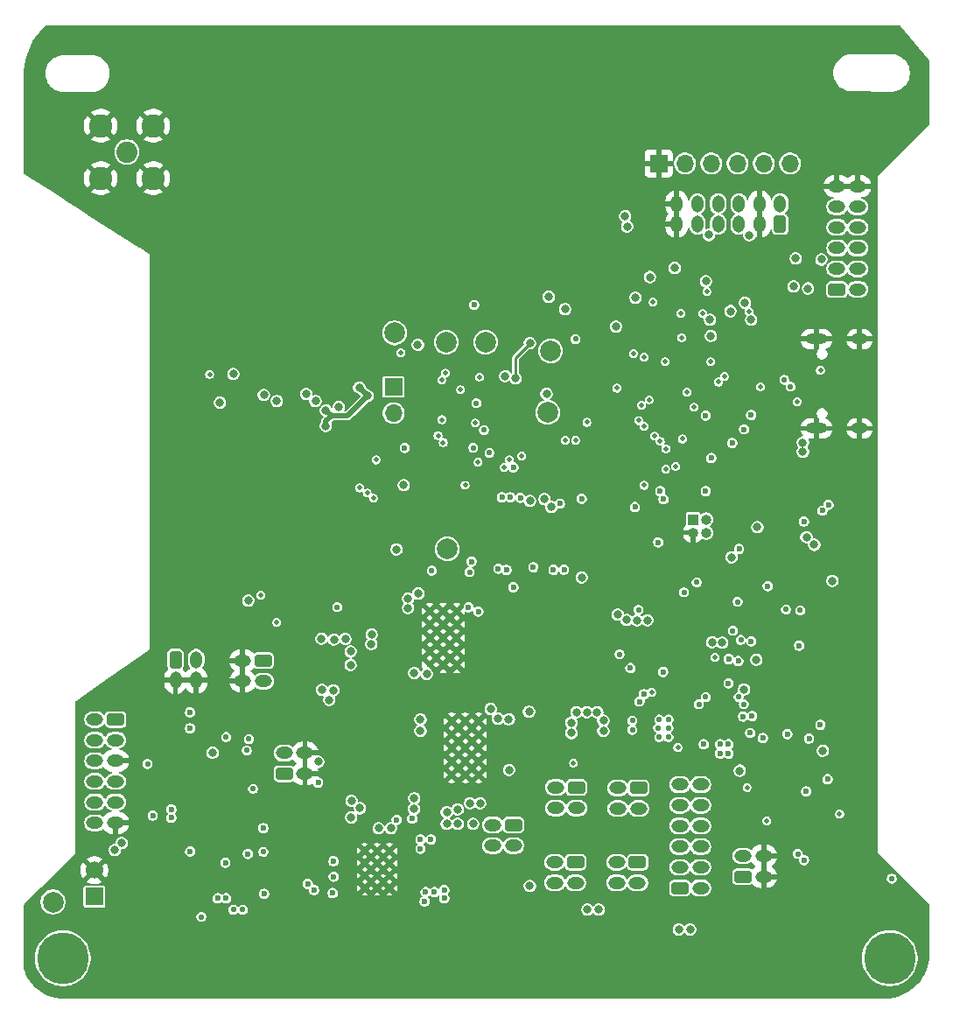
<source format=gbr>
%TF.GenerationSoftware,KiCad,Pcbnew,9.0.0*%
%TF.CreationDate,2025-07-29T20:20:50-07:00*%
%TF.ProjectId,FC_V5c,46435f56-3563-42e6-9b69-6361645f7063,rev?*%
%TF.SameCoordinates,Original*%
%TF.FileFunction,Copper,L2,Inr*%
%TF.FilePolarity,Positive*%
%FSLAX46Y46*%
G04 Gerber Fmt 4.6, Leading zero omitted, Abs format (unit mm)*
G04 Created by KiCad (PCBNEW 9.0.0) date 2025-07-29 20:20:50*
%MOMM*%
%LPD*%
G01*
G04 APERTURE LIST*
G04 Aperture macros list*
%AMRoundRect*
0 Rectangle with rounded corners*
0 $1 Rounding radius*
0 $2 $3 $4 $5 $6 $7 $8 $9 X,Y pos of 4 corners*
0 Add a 4 corners polygon primitive as box body*
4,1,4,$2,$3,$4,$5,$6,$7,$8,$9,$2,$3,0*
0 Add four circle primitives for the rounded corners*
1,1,$1+$1,$2,$3*
1,1,$1+$1,$4,$5*
1,1,$1+$1,$6,$7*
1,1,$1+$1,$8,$9*
0 Add four rect primitives between the rounded corners*
20,1,$1+$1,$2,$3,$4,$5,0*
20,1,$1+$1,$4,$5,$6,$7,0*
20,1,$1+$1,$6,$7,$8,$9,0*
20,1,$1+$1,$8,$9,$2,$3,0*%
G04 Aperture macros list end*
%TA.AperFunction,ComponentPad*%
%ADD10RoundRect,0.250000X-0.350000X-0.575000X0.350000X-0.575000X0.350000X0.575000X-0.350000X0.575000X0*%
%TD*%
%TA.AperFunction,ComponentPad*%
%ADD11O,1.200000X1.650000*%
%TD*%
%TA.AperFunction,ComponentPad*%
%ADD12C,2.050000*%
%TD*%
%TA.AperFunction,ComponentPad*%
%ADD13C,2.250000*%
%TD*%
%TA.AperFunction,ComponentPad*%
%ADD14C,2.000000*%
%TD*%
%TA.AperFunction,ComponentPad*%
%ADD15C,5.000000*%
%TD*%
%TA.AperFunction,ComponentPad*%
%ADD16RoundRect,0.250000X-0.575000X0.350000X-0.575000X-0.350000X0.575000X-0.350000X0.575000X0.350000X0*%
%TD*%
%TA.AperFunction,ComponentPad*%
%ADD17O,1.650000X1.200000*%
%TD*%
%TA.AperFunction,ComponentPad*%
%ADD18RoundRect,0.250000X0.575000X-0.350000X0.575000X0.350000X-0.575000X0.350000X-0.575000X-0.350000X0*%
%TD*%
%TA.AperFunction,ComponentPad*%
%ADD19C,0.600000*%
%TD*%
%TA.AperFunction,ComponentPad*%
%ADD20R,1.700000X1.700000*%
%TD*%
%TA.AperFunction,ComponentPad*%
%ADD21C,1.700000*%
%TD*%
%TA.AperFunction,ComponentPad*%
%ADD22R,1.000000X1.000000*%
%TD*%
%TA.AperFunction,ComponentPad*%
%ADD23O,1.000000X1.000000*%
%TD*%
%TA.AperFunction,ComponentPad*%
%ADD24RoundRect,0.250000X0.350000X0.575000X-0.350000X0.575000X-0.350000X-0.575000X0.350000X-0.575000X0*%
%TD*%
%TA.AperFunction,ComponentPad*%
%ADD25O,1.700000X1.700000*%
%TD*%
%TA.AperFunction,ComponentPad*%
%ADD26C,0.500000*%
%TD*%
%TA.AperFunction,ComponentPad*%
%ADD27O,1.600000X1.000000*%
%TD*%
%TA.AperFunction,ComponentPad*%
%ADD28O,2.100000X1.000000*%
%TD*%
%TA.AperFunction,ViaPad*%
%ADD29C,0.800000*%
%TD*%
%TA.AperFunction,ViaPad*%
%ADD30C,0.560000*%
%TD*%
%TA.AperFunction,ViaPad*%
%ADD31C,0.600000*%
%TD*%
%TA.AperFunction,ViaPad*%
%ADD32C,0.460000*%
%TD*%
%TA.AperFunction,Conductor*%
%ADD33C,0.400000*%
%TD*%
%TA.AperFunction,Conductor*%
%ADD34C,0.152400*%
%TD*%
%TA.AperFunction,Conductor*%
%ADD35C,0.500000*%
%TD*%
%TA.AperFunction,Conductor*%
%ADD36C,0.250000*%
%TD*%
G04 APERTURE END LIST*
D10*
%TO.N,Heater Output*%
%TO.C,J21*%
X158200000Y-109100000D03*
D11*
%TO.N,GND*%
X158200000Y-111100001D03*
%TO.N,Heater Output*%
X160200001Y-109100000D03*
%TO.N,GND*%
X160200000Y-111100000D03*
%TD*%
D12*
%TO.N,/RF1_ANT*%
%TO.C,J6*%
X153500000Y-60000000D03*
D13*
%TO.N,GND*%
X150960000Y-57460000D03*
X150960000Y-62540000D03*
X156040000Y-57460000D03*
X156040000Y-62540000D03*
%TD*%
D14*
%TO.N,Net-(IC3-EVI)*%
%TO.C,TP6*%
X179400000Y-77500000D03*
%TD*%
D15*
%TO.N,N/C*%
%TO.C,H2*%
X227300000Y-138000000D03*
%TD*%
D16*
%TO.N,/Power Systems/IN_RBF*%
%TO.C,J20*%
X190900000Y-125100000D03*
D17*
%TO.N,VBUSP*%
X188899999Y-125100000D03*
%TO.N,/Power Systems/IN_RBF*%
X190900000Y-127100001D03*
%TO.N,VBUSP*%
X188900000Y-127100000D03*
%TD*%
D15*
%TO.N,N/C*%
%TO.C,H1*%
X147300000Y-138000000D03*
%TD*%
D16*
%TO.N,/Power Systems/V_SYS*%
%TO.C,J7*%
X203000000Y-121525001D03*
D17*
%TO.N,/Power Systems/INHIB_2*%
X200999999Y-121525001D03*
%TO.N,/Power Systems/V_SYS*%
X203000000Y-123525002D03*
%TO.N,/Power Systems/INHIB_2*%
X201000000Y-123525001D03*
%TD*%
D16*
%TO.N,VSOLAR*%
%TO.C,J17*%
X152400000Y-114899999D03*
D17*
%TO.N,F4_SDA*%
X150399999Y-114899999D03*
%TO.N,VSOLAR*%
X152400000Y-116900000D03*
%TO.N,F4_PWR*%
X150400000Y-116899999D03*
%TO.N,GND*%
X152400000Y-118899999D03*
%TO.N,F4_SCL*%
X150400000Y-118900000D03*
%TO.N,VSOLAR*%
X152400000Y-120899999D03*
%TO.N,F5_SDA*%
X150400000Y-120899999D03*
%TO.N,VSOLAR*%
X152400000Y-122899999D03*
%TO.N,F5_PWR*%
X150400000Y-122899999D03*
%TO.N,GND*%
X152400000Y-124899999D03*
%TO.N,F5_SCL*%
X150400000Y-124899999D03*
%TD*%
D14*
%TO.N,+5V*%
%TO.C,TP5*%
X184500000Y-98400000D03*
%TD*%
D16*
%TO.N,/Power Systems/INHIB_2*%
%TO.C,J10*%
X197000000Y-121475001D03*
D17*
%TO.N,/Power Systems/IN_RBF*%
X194999999Y-121475001D03*
%TO.N,/Power Systems/INHIB_2*%
X197000000Y-123475002D03*
%TO.N,/Power Systems/IN_RBF*%
X195000000Y-123475001D03*
%TD*%
D18*
%TO.N,/Power Systems/B-*%
%TO.C,J19*%
X213100000Y-130100001D03*
D17*
%TO.N,GND*%
X215100001Y-130100001D03*
%TO.N,/Power Systems/B-*%
X213100000Y-128100000D03*
%TO.N,GND*%
X215100000Y-128100001D03*
%TD*%
D16*
%TO.N,/Power Systems/V_SYS*%
%TO.C,J8*%
X202900000Y-128700000D03*
D17*
%TO.N,/Power Systems/INHIB_1*%
X200899999Y-128700000D03*
%TO.N,/Power Systems/V_SYS*%
X202900000Y-130700001D03*
%TO.N,/Power Systems/INHIB_1*%
X200900000Y-130700000D03*
%TD*%
D14*
%TO.N,FC_RESET*%
%TO.C,TP2*%
X194200000Y-85200000D03*
%TD*%
%TO.N,RF1_IO0*%
%TO.C,TP8*%
X188200000Y-78400000D03*
%TD*%
%TO.N,3.3V*%
%TO.C,TP3*%
X146350000Y-132550000D03*
%TD*%
D19*
%TO.N,GND*%
%TO.C,U18*%
X206080680Y-83474776D03*
X205108408Y-84447048D03*
X204136136Y-85419320D03*
X207052952Y-84447048D03*
X206080680Y-85419320D03*
X205108408Y-86391592D03*
X208025224Y-85419320D03*
X207052952Y-86391592D03*
X206080680Y-87363864D03*
%TD*%
D16*
%TO.N,/Power Systems/INHIB_1*%
%TO.C,J29*%
X196900000Y-128700001D03*
D17*
%TO.N,/Power Systems/IN_RBF*%
X194899999Y-128700001D03*
%TO.N,/Power Systems/INHIB_1*%
X196900000Y-130700002D03*
%TO.N,/Power Systems/IN_RBF*%
X194900000Y-130700001D03*
%TD*%
D18*
%TO.N,DEPLOY1_AUX*%
%TO.C,J23*%
X168725000Y-120150000D03*
D17*
%TO.N,GND*%
X170725001Y-120150000D03*
%TO.N,DEPLOY1_AUX*%
X168725000Y-118149999D03*
%TO.N,GND*%
X170725000Y-118150000D03*
%TD*%
D20*
%TO.N,WDT_DISABLE*%
%TO.C,J4*%
X150350000Y-132025000D03*
D21*
%TO.N,GND*%
X150350000Y-129485000D03*
%TD*%
D14*
%TO.N,RF1_IO4*%
%TO.C,TP7*%
X184400000Y-78400000D03*
%TD*%
D22*
%TO.N,FC_RESET*%
%TO.C,J22*%
X208275000Y-95550000D03*
D23*
%TO.N,SWCLK*%
X209545000Y-95550000D03*
%TO.N,GND*%
X208275000Y-96820000D03*
%TO.N,SWDIO*%
X209545000Y-96820000D03*
%TD*%
D14*
%TO.N,USBBOOT*%
%TO.C,TP1*%
X194500000Y-79250000D03*
%TD*%
D16*
%TO.N,DEPLOY2*%
%TO.C,J24*%
X166700000Y-109200000D03*
D17*
%TO.N,GND*%
X164699999Y-109200000D03*
%TO.N,DEPLOY2*%
X166700000Y-111200001D03*
%TO.N,GND*%
X164700000Y-111200000D03*
%TD*%
D18*
%TO.N,USBBOOT*%
%TO.C,J16*%
X222200001Y-73300000D03*
D17*
%TO.N,FC_RESET*%
X224200001Y-73300000D03*
%TO.N,USB_D+*%
X222200001Y-71300000D03*
%TO.N,USB_D-*%
X224200001Y-71300000D03*
%TO.N,SDA0*%
X222200001Y-69300000D03*
%TO.N,3.3V*%
X224200001Y-69300000D03*
%TO.N,SCL0*%
X222200001Y-67300000D03*
%TO.N,Dir_Chrg_In*%
X224200001Y-67300000D03*
%TO.N,WDT_DISABLE*%
X222200001Y-65300000D03*
%TO.N,DEPLOY1*%
X224200001Y-65300000D03*
%TO.N,GND*%
X222200001Y-63300000D03*
X224200001Y-63300000D03*
%TD*%
D18*
%TO.N,Dir_Chrg_In*%
%TO.C,J14*%
X206999999Y-131200000D03*
D17*
%TO.N,/Power Systems/B-*%
X209000000Y-131200000D03*
%TO.N,Dir_Chrg_In*%
X206999999Y-129199999D03*
%TO.N,/Power Systems/B-*%
X208999999Y-129200000D03*
%TO.N,Dir_Chrg_In*%
X206999999Y-127200000D03*
%TO.N,/Power Systems/B-*%
X208999999Y-127199999D03*
%TO.N,Dir_Chrg_In*%
X206999999Y-125200000D03*
%TO.N,/Power Systems/B-*%
X208999999Y-125200000D03*
%TO.N,Dir_Chrg_In*%
X206999999Y-123200000D03*
%TO.N,BATT_SDA*%
X208999999Y-123200000D03*
%TO.N,3.3V*%
X206999999Y-121200000D03*
%TO.N,BATT_SCL*%
X208999999Y-121200000D03*
%TD*%
D24*
%TO.N,PAYLOAD_PWR*%
%TO.C,J18*%
X216700000Y-67000000D03*
D11*
X216700000Y-65000000D03*
%TO.N,GND*%
X214700000Y-67000000D03*
X214700000Y-65000000D03*
%TO.N,TX*%
X212700000Y-67000000D03*
%TO.N,RX*%
X212700000Y-65000000D03*
%TO.N,PAYLOAD_BATT*%
X210700000Y-67000000D03*
X210700000Y-65000000D03*
%TO.N,SDA0*%
X208700000Y-67000000D03*
%TO.N,SCL0*%
X208700000Y-65000000D03*
%TO.N,GND*%
X206700000Y-67000000D03*
X206700000Y-65000000D03*
%TD*%
D20*
%TO.N,GND*%
%TO.C,J3*%
X204950000Y-61100000D03*
D25*
%TO.N,SCL0*%
X207490000Y-61100000D03*
%TO.N,SDA0*%
X210029999Y-61100000D03*
%TO.N,RX*%
X212570000Y-61100000D03*
%TO.N,TX*%
X215110000Y-61100000D03*
%TO.N,3.3V*%
X217650000Y-61100000D03*
%TD*%
D20*
%TO.N,3.3V*%
%TO.C,J1*%
X179300000Y-82725000D03*
D25*
%TO.N,Net-(D5-A)*%
X179300000Y-85265000D03*
%TD*%
D19*
%TO.N,GND*%
%TO.C,U13*%
X185400000Y-109600000D03*
X185400000Y-108300000D03*
X185400000Y-107000000D03*
X185400000Y-105700000D03*
X185400000Y-104400000D03*
X184100000Y-109600000D03*
X184100000Y-108300000D03*
X184100000Y-107000000D03*
X184100000Y-105700000D03*
X184100000Y-104400000D03*
X182800000Y-109600000D03*
X182800000Y-108300000D03*
X182800000Y-107000000D03*
X182800000Y-105700000D03*
X182800000Y-104400000D03*
%TD*%
D26*
%TO.N,GND*%
%TO.C,U6*%
X176500000Y-131200000D03*
X177700000Y-131200000D03*
X178900000Y-131200000D03*
X176500000Y-130000000D03*
X177700000Y-130000000D03*
X178900000Y-130000000D03*
X176500000Y-128800000D03*
X177700000Y-128800000D03*
X178900000Y-128800000D03*
X177700000Y-127620000D03*
X176500000Y-127600000D03*
X178900000Y-127600000D03*
%TD*%
D19*
%TO.N,GND*%
%TO.C,U10*%
X187531250Y-120250000D03*
X187531250Y-118950000D03*
X187531250Y-117650000D03*
X187531250Y-116350000D03*
X187531250Y-115050000D03*
X186231250Y-120250000D03*
X186231250Y-118950000D03*
X186231250Y-117650000D03*
X186231250Y-116350000D03*
X186231250Y-115050000D03*
X184931250Y-120250000D03*
X184931250Y-118950000D03*
X184931250Y-117650000D03*
X184931250Y-116350000D03*
X184931250Y-115050000D03*
%TD*%
D27*
%TO.N,GND*%
%TO.C,J12*%
X224400000Y-78100000D03*
D28*
X220220000Y-78100000D03*
D27*
X224400000Y-86740000D03*
D28*
X220220000Y-86740000D03*
%TD*%
D29*
%TO.N,GND*%
X158000000Y-106000000D03*
D30*
X213094998Y-117300000D03*
D29*
X158000000Y-99000000D03*
D31*
X222000000Y-98800000D03*
D29*
X176900000Y-103500000D03*
D32*
X215000000Y-85505000D03*
D30*
X227600000Y-131800000D03*
D32*
X216500000Y-86700000D03*
D31*
X159110000Y-58990000D03*
D29*
X200515646Y-69015646D03*
X196200000Y-58800000D03*
D32*
X197800000Y-89700000D03*
D29*
X162000000Y-99000000D03*
X168000000Y-99000000D03*
X216900000Y-74100000D03*
D30*
X210100000Y-117100000D03*
D29*
X167000000Y-88000000D03*
D32*
X200400000Y-93500000D03*
D29*
X213775001Y-72200001D03*
D32*
X199500000Y-93500000D03*
X195169998Y-116600000D03*
D31*
X156750000Y-132050000D03*
D32*
X217660190Y-79598854D03*
D31*
X164430000Y-59240000D03*
D32*
X198600000Y-87900000D03*
D30*
X216300000Y-111800000D03*
D32*
X193000000Y-83300000D03*
D29*
X156300000Y-100000000D03*
D31*
X195875000Y-89000000D03*
D29*
X170000000Y-99000000D03*
X181000000Y-98000000D03*
D31*
X193100000Y-87100000D03*
X187400000Y-111400000D03*
X173000000Y-100000000D03*
D30*
X213500000Y-125100000D03*
D31*
X169700000Y-132650000D03*
D29*
X156300000Y-87500000D03*
D32*
X205012847Y-77445033D03*
X202125000Y-92950000D03*
D31*
X158100000Y-60800000D03*
D32*
X212400000Y-83500000D03*
D29*
X218200000Y-87000000D03*
X156300000Y-90000000D03*
D31*
X218892933Y-114281970D03*
D29*
X204700000Y-68778400D03*
X219940393Y-122569657D03*
D31*
X172300000Y-101200000D03*
D29*
X213100000Y-97500000D03*
X162300000Y-119600000D03*
D32*
X211300000Y-77900000D03*
X197800000Y-92000000D03*
D29*
X218928146Y-63071852D03*
D31*
X193500000Y-100600000D03*
X163700000Y-102800000D03*
X172477500Y-68150000D03*
D32*
X211600000Y-85474739D03*
D29*
X160000000Y-99000000D03*
X167000000Y-76400000D03*
X161000000Y-88000000D03*
D31*
X212500000Y-121000000D03*
D29*
X162800000Y-62000000D03*
D32*
X201400000Y-93300000D03*
X198600000Y-93500000D03*
D31*
X199944802Y-113955198D03*
X156500000Y-119000000D03*
X164550000Y-61340000D03*
X203465669Y-95249201D03*
X156950000Y-124300000D03*
X184800000Y-133700000D03*
D29*
X162300000Y-106200000D03*
D31*
X182071558Y-86802713D03*
X158020000Y-58980000D03*
X225870000Y-119500000D03*
D29*
X179000000Y-102000000D03*
D32*
X202039699Y-80060301D03*
X197800000Y-90900000D03*
X156700000Y-69500000D03*
D29*
X183850000Y-120748959D03*
X192794358Y-134217500D03*
D31*
X209751706Y-108402631D03*
D29*
X183075000Y-125500000D03*
X165000000Y-106000000D03*
X164000000Y-99000000D03*
D30*
X210100000Y-99000000D03*
D31*
X164510000Y-60360000D03*
X222000000Y-97900000D03*
D29*
X175800000Y-65300000D03*
D31*
X215250000Y-95500000D03*
D30*
X206756500Y-91200000D03*
D29*
X169000000Y-99000000D03*
X170000000Y-88000000D03*
D32*
X189950000Y-85580000D03*
X195200000Y-83400000D03*
X200235675Y-81306200D03*
D29*
X213100000Y-101400000D03*
X161000000Y-106000000D03*
D32*
X194206250Y-114850000D03*
D29*
X169000000Y-88000000D03*
X204900000Y-63100000D03*
X172450000Y-62450000D03*
X173400000Y-120950000D03*
X215000000Y-106900000D03*
D31*
X225870000Y-127687314D03*
D32*
X182400000Y-81306200D03*
D29*
X163000000Y-99000000D03*
D31*
X179000000Y-88500000D03*
D29*
X166000000Y-99000000D03*
D32*
X211200000Y-91400000D03*
D29*
X156300000Y-82500000D03*
D32*
X196565421Y-118253866D03*
D29*
X163750000Y-84250000D03*
D31*
X185700000Y-127500000D03*
D32*
X185800000Y-82100000D03*
D29*
X184700000Y-83200000D03*
X154599000Y-118800000D03*
X156300000Y-80000000D03*
X208235687Y-77008020D03*
X215475001Y-69200001D03*
D32*
X212954998Y-106300000D03*
D29*
X190575000Y-87500000D03*
D32*
X201875601Y-88737962D03*
D29*
X160000000Y-106000000D03*
D32*
X195130543Y-118750707D03*
D29*
X171500000Y-99500000D03*
D31*
X166625000Y-128800000D03*
X189900000Y-84363500D03*
D29*
X160000000Y-88000000D03*
X156300000Y-92500000D03*
X156300000Y-106000000D03*
X211200000Y-71000000D03*
X159000000Y-88000000D03*
X165000000Y-88000000D03*
D31*
X162580000Y-58200000D03*
D29*
X162000000Y-88000000D03*
D32*
X211600000Y-84300000D03*
X199000000Y-86800000D03*
D29*
X164000000Y-88000000D03*
X166000000Y-88000000D03*
X166000000Y-106000000D03*
D31*
X154500000Y-125200000D03*
D29*
X198000000Y-132100000D03*
D32*
X199700000Y-87900000D03*
X195089667Y-115541583D03*
D31*
X163750000Y-124600000D03*
X161280000Y-58230000D03*
D29*
X162900000Y-72300000D03*
D31*
X225870000Y-113500000D03*
X184200000Y-127500000D03*
D29*
X168000000Y-88000000D03*
D31*
X163890000Y-58230000D03*
D29*
X201400000Y-64000000D03*
D31*
X222200000Y-125200000D03*
D29*
X167000000Y-68000000D03*
D31*
X158400000Y-116500000D03*
D29*
X159000000Y-99000000D03*
X167000000Y-106000000D03*
D31*
X170400000Y-123200000D03*
D29*
X165000000Y-99000000D03*
X173000000Y-88000000D03*
X172000000Y-88000000D03*
X156300000Y-97500000D03*
D31*
X179000000Y-87100000D03*
D29*
X189717622Y-108329765D03*
X156300000Y-102500000D03*
D32*
X202931456Y-91006456D03*
D29*
X156300000Y-85000000D03*
X170250000Y-84250000D03*
D31*
X159130000Y-60800000D03*
D29*
X171000000Y-88000000D03*
D31*
X160210000Y-58640000D03*
D32*
X202600000Y-85300000D03*
D31*
X179000000Y-89700000D03*
D29*
X163000000Y-88000000D03*
D30*
X217090044Y-125882120D03*
D29*
X156300000Y-95000000D03*
X163800000Y-62000000D03*
D32*
X207600000Y-117800000D03*
D29*
X219500000Y-121000000D03*
X159000000Y-106000000D03*
D31*
X160900000Y-116400000D03*
D29*
X161000000Y-99000000D03*
D30*
X161100000Y-122300000D03*
D29*
X185900000Y-97400000D03*
D31*
X217300000Y-111815000D03*
D29*
X167000000Y-99000000D03*
D32*
X197800000Y-88500000D03*
D29*
X158000000Y-88000000D03*
X222250000Y-93250000D03*
D31*
X194700000Y-87200000D03*
D29*
X181000000Y-99000000D03*
X171200000Y-72400000D03*
%TO.N,3.3V*%
X176790646Y-83584354D03*
D32*
X214800000Y-82700000D03*
D29*
X221750000Y-101500000D03*
X177850000Y-125425000D03*
D31*
X180379958Y-88620042D03*
D32*
X203523439Y-86537789D03*
D29*
X172750000Y-86500000D03*
D32*
X210000000Y-80300000D03*
X195900000Y-87900000D03*
X210400000Y-108900000D03*
D29*
X181300000Y-122525000D03*
X195900000Y-75200000D03*
D32*
X205600000Y-80300000D03*
X190503847Y-89776153D03*
D29*
X220700000Y-70400000D03*
X176038729Y-123486271D03*
D31*
X209500000Y-85500000D03*
D29*
X161800000Y-118100000D03*
X214400000Y-109125000D03*
D30*
X227500000Y-130300000D03*
D31*
X209300000Y-117300000D03*
D29*
X190476868Y-119782232D03*
D32*
X183996906Y-85899708D03*
D29*
X177175000Y-106650000D03*
X214500000Y-96300000D03*
D32*
X207699377Y-83213226D03*
X222457938Y-124057938D03*
D29*
X212000000Y-99200000D03*
D31*
X213200000Y-86835000D03*
D30*
X165700000Y-121600000D03*
X212585000Y-103515000D03*
D29*
X190100000Y-81676200D03*
D32*
X185790406Y-82998319D03*
D29*
X179050000Y-125425000D03*
X194100000Y-83400000D03*
X181275000Y-123550000D03*
X209525000Y-72497633D03*
D30*
X155500000Y-119200000D03*
D32*
X187484350Y-89999341D03*
D29*
X200816637Y-76900000D03*
X197501000Y-101150000D03*
X218000000Y-73000000D03*
D32*
X196700000Y-119100000D03*
D29*
X212798167Y-119850496D03*
X194300000Y-74000000D03*
D32*
X205622357Y-90661768D03*
X191700000Y-89400000D03*
D31*
X210042612Y-89601104D03*
X192825001Y-100163392D03*
D32*
X215400000Y-124700000D03*
D31*
X202215196Y-109919695D03*
D32*
X203300000Y-84512280D03*
D30*
X218630069Y-104343071D03*
D32*
X198000000Y-86148548D03*
D30*
X163100000Y-116600000D03*
D29*
X192403146Y-114146854D03*
X181650000Y-78650000D03*
D31*
X156000000Y-124200000D03*
D32*
X209600000Y-73500000D03*
D30*
X203000000Y-104300000D03*
D29*
X190454329Y-114881530D03*
X213300000Y-74600000D03*
D31*
X215037340Y-116684625D03*
X213900000Y-85435000D03*
D29*
X202700000Y-74100000D03*
D30*
X188045000Y-86900000D03*
D29*
X175225000Y-122775000D03*
X175978146Y-82771854D03*
X175200000Y-124375000D03*
X213200000Y-112002847D03*
X172750000Y-85000000D03*
X193898145Y-93583412D03*
X177150000Y-107600000D03*
%TO.N,VBUS*%
X198050000Y-133300000D03*
X218900000Y-88100000D03*
X199150000Y-133300000D03*
X218900000Y-89000000D03*
%TO.N,VBUSP*%
X181700000Y-102700000D03*
X184450000Y-123875000D03*
X181900000Y-114900000D03*
X182500000Y-110500000D03*
X185500000Y-123600000D03*
D30*
X163800000Y-133300000D03*
X160700000Y-134000000D03*
D29*
X181900000Y-116000000D03*
D30*
X166700000Y-127700000D03*
X164700000Y-133300000D03*
D29*
X184450000Y-125000000D03*
X187000000Y-125000000D03*
X180700000Y-103200000D03*
X180700000Y-104100000D03*
X185500000Y-125000000D03*
X181300000Y-110400000D03*
%TO.N,TX*%
X204100000Y-72100000D03*
%TO.N,RF_VCC*%
X163800000Y-81475000D03*
X179586954Y-98451376D03*
D32*
X161500000Y-81504000D03*
D31*
%TO.N,SDA1*%
X211700000Y-111400000D03*
D30*
X207400000Y-102600000D03*
D32*
X203555768Y-79844232D03*
D30*
X187300000Y-84300000D03*
D32*
X204260616Y-112270000D03*
D31*
X195791942Y-100408058D03*
D30*
X188568321Y-89102111D03*
D31*
%TO.N,SCL1*%
X194767551Y-100416081D03*
D32*
X187225000Y-86225000D03*
X206800000Y-117600000D03*
D30*
X208628798Y-101634643D03*
D32*
X187600000Y-81760000D03*
X202500000Y-79504340D03*
D30*
X187010323Y-88620291D03*
D29*
%TO.N,SDA0*%
X201900000Y-67200000D03*
X209809169Y-68029002D03*
X213738438Y-68052403D03*
%TO.N,Net-(D12-K)*%
X210119620Y-107426200D03*
X211103739Y-107462333D03*
D31*
%TO.N,/Power Systems/V_SYS*%
X211700000Y-117300000D03*
X210900000Y-118200000D03*
X210900000Y-117300000D03*
X211700000Y-118200000D03*
%TO.N,F1_PWR*%
X219000000Y-95750000D03*
D32*
%TO.N,FC_RESET*%
X203531500Y-92241471D03*
X196900000Y-87900000D03*
%TO.N,SWCLK*%
X204553938Y-87494081D03*
%TO.N,SWDIO*%
X205100000Y-88000000D03*
D29*
%TO.N,WDT_WDI*%
X172000000Y-119000000D03*
X173086937Y-113000000D03*
D31*
X172000000Y-121000000D03*
D30*
%TO.N,RF1_IO4*%
X196894109Y-78105891D03*
D32*
X207257938Y-87757938D03*
D31*
X187100000Y-74800000D03*
D32*
%TO.N,RTC_INT*%
X184100000Y-88100000D03*
D31*
X209500000Y-92800000D03*
D29*
X200989950Y-104750000D03*
D31*
X212068269Y-88153399D03*
%TO.N,F2_PWR*%
X219215394Y-121853817D03*
%TO.N,F3_PWR*%
X217400000Y-116300000D03*
D30*
%TO.N,USB_D-*%
X217700000Y-82700000D03*
%TO.N,USB_D+*%
X217100000Y-82040685D03*
D32*
%TO.N,Net-(IC3-EVI)*%
X183600000Y-87430003D03*
D31*
%TO.N,Net-(U1B-+)*%
X166775000Y-131754785D03*
X165200000Y-127900000D03*
D29*
%TO.N,WDT_DISABLE*%
X153000000Y-126850000D03*
X152325000Y-127525000D03*
D31*
%TO.N,Net-(U1B--)*%
X159616920Y-127666920D03*
X163029442Y-128745558D03*
%TO.N,Net-(R31-Pad1)*%
X157800000Y-124400000D03*
X157800000Y-123600000D03*
X162300000Y-132200000D03*
X163100000Y-132200000D03*
D29*
%TO.N,USBBOOT*%
X219400000Y-73200000D03*
D32*
X204406200Y-74500000D03*
D30*
%TO.N,Dir_Chrg_In*%
X205900000Y-116600000D03*
X204900000Y-115700000D03*
X205900000Y-114900000D03*
X205000000Y-116600000D03*
D29*
X208000000Y-135211000D03*
D30*
X205900000Y-115700000D03*
D29*
X206900000Y-135211000D03*
D30*
X202400000Y-115900000D03*
X202400000Y-115000000D03*
X205000000Y-114900000D03*
D29*
%TO.N,/Power Systems/VBATT_SENSE*%
X202850000Y-105300000D03*
X198000000Y-114200000D03*
X199600000Y-115000000D03*
X196500000Y-115200000D03*
X197000000Y-114200000D03*
X196500000Y-116200000D03*
X201840903Y-105275247D03*
X199600000Y-116000000D03*
X199000000Y-114200000D03*
X203850000Y-105300000D03*
%TO.N,RF2_RX_EN*%
X174000000Y-84676200D03*
X162500000Y-84250000D03*
D32*
%TO.N,RF2_RST*%
X205650000Y-88700000D03*
D29*
X192500000Y-93750000D03*
X165250000Y-103400000D03*
X180286954Y-92230662D03*
D32*
%TO.N,RF2_IO0*%
X166450000Y-102870000D03*
X168000000Y-105493500D03*
D30*
%TO.N,~{CHARGE}*%
X201165651Y-108600000D03*
D31*
%TO.N,F0_SCL*%
X218525000Y-107750000D03*
D29*
%TO.N,F1_SDA*%
X219250000Y-97250000D03*
D30*
%TO.N,F0_SDA*%
X217265002Y-104251000D03*
D29*
%TO.N,F1_SCL*%
X220000000Y-98000000D03*
D31*
%TO.N,F2_SDA*%
X221287800Y-120680331D03*
%TO.N,F3_SCL*%
X219500000Y-116750000D03*
%TO.N,F3_SDA*%
X220594669Y-115405331D03*
D29*
%TO.N,F2_SCL*%
X220825000Y-117925000D03*
D31*
%TO.N,~{MUX_RESET}*%
X215500000Y-102000000D03*
%TO.N,F4_SCL*%
X213975001Y-114565044D03*
X203531195Y-112448283D03*
%TO.N,F4_SDA*%
X213109062Y-114613086D03*
X203100000Y-113159949D03*
%TO.N,VSOLAR*%
X211731000Y-109053150D03*
X205379783Y-110289225D03*
X212650000Y-109250000D03*
D32*
%TO.N,Net-(J12-CC1)*%
X220600000Y-81100000D03*
%TO.N,Net-(J12-CC2)*%
X218330202Y-84170000D03*
%TO.N,SPI1_CS0*%
X180013282Y-79400000D03*
X204019899Y-83968041D03*
D29*
%TO.N,SPI1_MOSI*%
X171750000Y-84089700D03*
D31*
X205100000Y-92800000D03*
D32*
X206600000Y-90400000D03*
D29*
X168000000Y-84089700D03*
%TO.N,SPI1_SCK*%
X170854812Y-83426200D03*
X166750000Y-83500000D03*
D31*
X202650000Y-94350000D03*
D29*
%TO.N,SPI1_MISO*%
X194556067Y-94336501D03*
D31*
%TO.N,SPI1_CS1*%
X197504957Y-93536500D03*
D32*
X203000000Y-85975000D03*
D31*
%TO.N,FACE0_ENABLE*%
X213893112Y-107334780D03*
X190900000Y-102100000D03*
%TO.N,FACE1_ENABLE*%
X204900000Y-97766200D03*
X212725000Y-98400000D03*
%TO.N,FACE2_ENABLE*%
X189432989Y-100312209D03*
D32*
X213493213Y-121478398D03*
D31*
%TO.N,FACE4_ENABLE*%
X159600000Y-114200000D03*
X186850000Y-99625000D03*
X159600000Y-115750000D03*
%TO.N,FACE3_ENABLE*%
X190225000Y-100425000D03*
X213800000Y-116200000D03*
D29*
%TO.N,PAYLOAD_PWR_ENABLE*%
X191099401Y-81899999D03*
X192494444Y-78494444D03*
D31*
%TO.N,Heater Output*%
X179600000Y-124600002D03*
X181100000Y-124500000D03*
D29*
%TO.N,PAYLOAD_PWR*%
X201700000Y-66200000D03*
D31*
%TO.N,~{GPIO_EXPANDER_RESET}*%
X195400000Y-94023800D03*
X205400000Y-93600000D03*
%TO.N,/Power Systems/Load Switches/Deploy1_EN*%
X221376200Y-94134887D03*
X173400000Y-131682500D03*
X219016956Y-128493094D03*
D32*
%TO.N,+1V1*%
X210750000Y-82250000D03*
X208373478Y-84699843D03*
X211300000Y-81700000D03*
D29*
%TO.N,/RP2350AHHHHHHHHH/FLASH_SS*%
X206500000Y-71200000D03*
%TO.N,/RP2350AHHHHHHHHH/QSPI_SD3*%
X210000000Y-77800000D03*
X211900000Y-75400000D03*
D32*
%TO.N,/RP2350AHHHHHHHHH/QSPI_SD1*%
X207171381Y-77947800D03*
%TO.N,/RP2350AHHHHHHHHH/QSPI_SCLK*%
X213678938Y-75423777D03*
%TO.N,/RP2350AHHHHHHHHH/QSPI_SD2*%
X207073609Y-75592087D03*
D29*
%TO.N,/RP2350AHHHHHHHHH/QSPI_SD0*%
X209900000Y-76223800D03*
X213900000Y-76223800D03*
D32*
%TO.N,RF2_IO1*%
X177340324Y-93500000D03*
X186224767Y-92224767D03*
%TO.N,RF2_IO2*%
X190001439Y-90519999D03*
X176750000Y-93000000D03*
%TO.N,RF2_IO3*%
X176000000Y-92500000D03*
X177600000Y-89784124D03*
D31*
%TO.N,Net-(U25-LATCH)*%
X184200000Y-131400000D03*
%TO.N,Net-(U25-SNS)*%
X184200000Y-132200000D03*
%TO.N,PAYLOAD_BATT_ENABLE*%
X189783285Y-93400166D03*
D29*
X192482500Y-131000000D03*
D31*
%TO.N,FIRE_DEPLOY1_A*%
X220800000Y-94700000D03*
D30*
X218415957Y-127900000D03*
D31*
X183250000Y-131600000D03*
%TO.N,FIRE_DEPLOY2_B*%
X190900000Y-90503924D03*
D29*
%TO.N,ENABLE_Heater*%
X188700000Y-113876200D03*
D31*
X173490397Y-128602722D03*
X191562475Y-93441925D03*
%TO.N,DEPLOY2*%
X181900000Y-126500000D03*
X182900000Y-126500000D03*
X181900000Y-127400000D03*
X166700000Y-125400000D03*
%TO.N,DEPLOY1_AUX*%
X182300000Y-132500000D03*
X171000000Y-130800000D03*
X182400000Y-131600000D03*
X171600000Y-131400000D03*
D29*
%TO.N,PAYLOAD_BATT*%
X218200000Y-70300000D03*
D31*
%TO.N,/Power Systems/Load Switches/Deploy2_EN*%
X190583248Y-93392237D03*
X173500000Y-130100000D03*
D29*
X189393855Y-114810632D03*
D31*
%TO.N,+5V*%
X186554337Y-104045663D03*
D29*
X173525000Y-107175000D03*
X172375000Y-112050000D03*
X175150000Y-109625000D03*
X173475000Y-112075000D03*
X172325000Y-107075000D03*
X174625000Y-107100000D03*
D31*
X187500000Y-104450000D03*
D29*
X175150000Y-108325000D03*
D32*
%TO.N,Net-(BT1-+-Pad1)*%
X183956736Y-82054699D03*
X184300000Y-81400000D03*
D29*
%TO.N,~{3v3_RESET}*%
X186700000Y-123000000D03*
X187674999Y-123000000D03*
D30*
%TO.N,F5_SDA*%
X208828898Y-113420000D03*
X165100000Y-117900000D03*
X213184593Y-113420000D03*
%TO.N,F5_SCL*%
X209500000Y-112731000D03*
X212687129Y-112717947D03*
X165302527Y-116776406D03*
%TO.N,FACE5_ENABLE*%
X186647622Y-100647622D03*
X183000000Y-100500000D03*
X173844313Y-104024313D03*
D32*
%TO.N,/RP2350AHHHHHHHHH/PSRAM_CS*%
X200907938Y-82847200D03*
X209198242Y-75636547D03*
D30*
%TO.N,Net-(U12A-SCL)*%
X212121086Y-106307794D03*
%TO.N,Net-(U12A-SDA)*%
X212900000Y-107200000D03*
%TD*%
D33*
%TO.N,GND*%
X204708408Y-86391592D02*
X202362038Y-88737962D01*
D34*
X202719320Y-85419320D02*
X204136136Y-85419320D01*
D33*
X206005360Y-85344000D02*
X206080680Y-85419320D01*
X202600000Y-85300000D02*
X202644000Y-85344000D01*
X205108408Y-86391592D02*
X204708408Y-86391592D01*
X202362038Y-88737962D02*
X201875601Y-88737962D01*
D34*
X202600000Y-85300000D02*
X202719320Y-85419320D01*
D33*
X202644000Y-85344000D02*
X206005360Y-85344000D01*
D35*
%TO.N,3.3V*%
X173277200Y-85527200D02*
X174847800Y-85527200D01*
X176790646Y-83584354D02*
X175978146Y-82771854D01*
X174847800Y-85527200D02*
X176790646Y-83584354D01*
X172750000Y-86054400D02*
X173277200Y-85527200D01*
X172750000Y-86500000D02*
X172750000Y-86054400D01*
X172750000Y-85000000D02*
X173277200Y-85527200D01*
D36*
%TO.N,PAYLOAD_PWR_ENABLE*%
X191099401Y-79889487D02*
X192494444Y-78494444D01*
X191099401Y-81899999D02*
X191099401Y-79889487D01*
%TD*%
%TA.AperFunction,Conductor*%
%TO.N,GND*%
G36*
X215350000Y-128957387D02*
G01*
X215350001Y-128957390D01*
X215350001Y-129753591D01*
X215264045Y-129703964D01*
X215155953Y-129675001D01*
X215044049Y-129675001D01*
X214935957Y-129703964D01*
X214850001Y-129753591D01*
X214850001Y-129242614D01*
X214850000Y-129242612D01*
X214850000Y-128446410D01*
X214935956Y-128496038D01*
X215044048Y-128525001D01*
X215155952Y-128525001D01*
X215264044Y-128496038D01*
X215350000Y-128446410D01*
X215350000Y-128957387D01*
G37*
%TD.AperFunction*%
%TA.AperFunction,Conductor*%
G36*
X170975000Y-119007386D02*
G01*
X170975001Y-119007389D01*
X170975001Y-119803590D01*
X170889045Y-119753963D01*
X170780953Y-119725000D01*
X170669049Y-119725000D01*
X170560957Y-119753963D01*
X170475001Y-119803590D01*
X170475001Y-119292613D01*
X170475000Y-119292611D01*
X170475000Y-118496409D01*
X170560956Y-118546037D01*
X170669048Y-118575000D01*
X170780952Y-118575000D01*
X170889044Y-118546037D01*
X170975000Y-118496409D01*
X170975000Y-119007386D01*
G37*
%TD.AperFunction*%
%TA.AperFunction,Conductor*%
G36*
X159803963Y-110935956D02*
G01*
X159775000Y-111044048D01*
X159775000Y-111155952D01*
X159803963Y-111264044D01*
X159853590Y-111350000D01*
X159342613Y-111350000D01*
X159342611Y-111350001D01*
X158546410Y-111350001D01*
X158596037Y-111264045D01*
X158625000Y-111155953D01*
X158625000Y-111044049D01*
X158596037Y-110935957D01*
X158546410Y-110850001D01*
X159057387Y-110850001D01*
X159057389Y-110850000D01*
X159853590Y-110850000D01*
X159803963Y-110935956D01*
G37*
%TD.AperFunction*%
%TA.AperFunction,Conductor*%
G36*
X164949999Y-110057386D02*
G01*
X164950000Y-110057389D01*
X164950000Y-110853590D01*
X164864044Y-110803963D01*
X164755952Y-110775000D01*
X164644048Y-110775000D01*
X164535956Y-110803963D01*
X164450000Y-110853590D01*
X164450000Y-110342613D01*
X164449999Y-110342611D01*
X164449999Y-109546409D01*
X164535955Y-109596037D01*
X164644047Y-109625000D01*
X164755951Y-109625000D01*
X164864043Y-109596037D01*
X164949999Y-109546409D01*
X164949999Y-110057386D01*
G37*
%TD.AperFunction*%
%TA.AperFunction,Conductor*%
G36*
X214950000Y-66653590D02*
G01*
X214864044Y-66603963D01*
X214755952Y-66575000D01*
X214644048Y-66575000D01*
X214535956Y-66603963D01*
X214450000Y-66653590D01*
X214450000Y-65346409D01*
X214535956Y-65396037D01*
X214644048Y-65425000D01*
X214755952Y-65425000D01*
X214864044Y-65396037D01*
X214950000Y-65346409D01*
X214950000Y-66653590D01*
G37*
%TD.AperFunction*%
%TA.AperFunction,Conductor*%
G36*
X206950000Y-66653590D02*
G01*
X206864044Y-66603963D01*
X206755952Y-66575000D01*
X206644048Y-66575000D01*
X206535956Y-66603963D01*
X206450000Y-66653590D01*
X206450000Y-65346409D01*
X206535956Y-65396037D01*
X206644048Y-65425000D01*
X206755952Y-65425000D01*
X206864044Y-65396037D01*
X206950000Y-65346409D01*
X206950000Y-66653590D01*
G37*
%TD.AperFunction*%
%TA.AperFunction,Conductor*%
G36*
X223803964Y-63135956D02*
G01*
X223775001Y-63244048D01*
X223775001Y-63355952D01*
X223803964Y-63464044D01*
X223853591Y-63550000D01*
X222546411Y-63550000D01*
X222596038Y-63464044D01*
X222625001Y-63355952D01*
X222625001Y-63244048D01*
X222596038Y-63135956D01*
X222546411Y-63050000D01*
X223853591Y-63050000D01*
X223803964Y-63135956D01*
G37*
%TD.AperFunction*%
%TA.AperFunction,Conductor*%
G36*
X228317764Y-47778881D02*
G01*
X228361908Y-47797309D01*
X228365680Y-47801459D01*
X231039710Y-51022709D01*
X231128290Y-51129416D01*
X231142700Y-51169336D01*
X231142700Y-57271062D01*
X231124394Y-57315256D01*
X226200025Y-62239624D01*
X226200023Y-62239627D01*
X226169500Y-62313318D01*
X226169500Y-127776681D01*
X226200023Y-127850372D01*
X226200025Y-127850375D01*
X231124394Y-132774744D01*
X231142700Y-132818938D01*
X231142700Y-138052185D01*
X231141728Y-138063167D01*
X231076828Y-138426774D01*
X231075641Y-138432077D01*
X230976046Y-138801120D01*
X230974404Y-138806299D01*
X230843126Y-139165308D01*
X230841040Y-139170325D01*
X230679076Y-139516577D01*
X230676561Y-139521395D01*
X230485141Y-139852257D01*
X230482219Y-139856837D01*
X230262777Y-140169834D01*
X230259467Y-140174144D01*
X230013664Y-140466903D01*
X230009992Y-140470908D01*
X229739708Y-140741192D01*
X229735703Y-140744864D01*
X229442944Y-140990667D01*
X229438634Y-140993977D01*
X229125637Y-141213419D01*
X229121057Y-141216341D01*
X228790195Y-141407761D01*
X228785377Y-141410276D01*
X228439125Y-141572240D01*
X228434108Y-141574326D01*
X228075099Y-141705604D01*
X228069920Y-141707246D01*
X227700877Y-141806841D01*
X227695574Y-141808028D01*
X227331968Y-141872928D01*
X227320986Y-141873900D01*
X147381537Y-141873900D01*
X147380104Y-141873331D01*
X147341711Y-141873900D01*
X147340562Y-141873900D01*
X147338550Y-141873868D01*
X146978040Y-141862257D01*
X146972183Y-141861792D01*
X146615612Y-141816537D01*
X146609824Y-141815524D01*
X146259078Y-141736983D01*
X146253411Y-141735431D01*
X145911588Y-141624299D01*
X145906091Y-141622221D01*
X145576224Y-141479482D01*
X145570947Y-141476898D01*
X145255931Y-141303806D01*
X145250920Y-141300737D01*
X144953560Y-141098833D01*
X144948860Y-141095308D01*
X144671768Y-140866366D01*
X144667419Y-140862414D01*
X144413061Y-140608472D01*
X144409102Y-140604130D01*
X144404887Y-140599046D01*
X144179703Y-140327406D01*
X144176172Y-140322714D01*
X144096574Y-140205895D01*
X143973782Y-140025682D01*
X143970706Y-140020678D01*
X143968555Y-140016779D01*
X143877806Y-139852257D01*
X143797102Y-139705948D01*
X143794509Y-139700675D01*
X143714490Y-139516577D01*
X143651224Y-139371023D01*
X143649146Y-139365551D01*
X143558809Y-139089228D01*
X143546794Y-139052475D01*
X143543700Y-139033054D01*
X143543700Y-137848346D01*
X144599500Y-137848346D01*
X144599500Y-138151653D01*
X144633458Y-138453052D01*
X144633460Y-138453064D01*
X144700953Y-138748769D01*
X144700953Y-138748771D01*
X144801127Y-139035054D01*
X144801131Y-139035062D01*
X144801132Y-139035065D01*
X144814091Y-139061975D01*
X144932735Y-139308341D01*
X145094104Y-139565158D01*
X145094116Y-139565175D01*
X145283210Y-139802291D01*
X145283215Y-139802297D01*
X145283221Y-139802304D01*
X145497696Y-140016779D01*
X145497703Y-140016785D01*
X145497708Y-140016789D01*
X145734824Y-140205883D01*
X145734830Y-140205887D01*
X145734836Y-140205892D01*
X145991659Y-140367265D01*
X146264935Y-140498868D01*
X146264941Y-140498870D01*
X146264945Y-140498872D01*
X146433483Y-140557845D01*
X146551228Y-140599046D01*
X146846937Y-140666540D01*
X147148343Y-140700500D01*
X147148346Y-140700500D01*
X147451654Y-140700500D01*
X147451657Y-140700500D01*
X147753063Y-140666540D01*
X148048772Y-140599046D01*
X148335065Y-140498868D01*
X148608341Y-140367265D01*
X148865164Y-140205892D01*
X149102304Y-140016779D01*
X149316779Y-139802304D01*
X149505892Y-139565164D01*
X149667265Y-139308341D01*
X149798868Y-139035065D01*
X149899046Y-138748772D01*
X149966540Y-138453063D01*
X150000500Y-138151657D01*
X150000500Y-137848346D01*
X224599500Y-137848346D01*
X224599500Y-138151653D01*
X224633458Y-138453052D01*
X224633460Y-138453064D01*
X224700953Y-138748769D01*
X224700953Y-138748771D01*
X224801127Y-139035054D01*
X224801131Y-139035062D01*
X224801132Y-139035065D01*
X224814091Y-139061975D01*
X224932735Y-139308341D01*
X225094104Y-139565158D01*
X225094116Y-139565175D01*
X225283210Y-139802291D01*
X225283215Y-139802297D01*
X225283221Y-139802304D01*
X225497696Y-140016779D01*
X225497703Y-140016785D01*
X225497708Y-140016789D01*
X225734824Y-140205883D01*
X225734830Y-140205887D01*
X225734836Y-140205892D01*
X225991659Y-140367265D01*
X226264935Y-140498868D01*
X226264941Y-140498870D01*
X226264945Y-140498872D01*
X226433483Y-140557845D01*
X226551228Y-140599046D01*
X226846937Y-140666540D01*
X227148343Y-140700500D01*
X227148346Y-140700500D01*
X227451654Y-140700500D01*
X227451657Y-140700500D01*
X227753063Y-140666540D01*
X228048772Y-140599046D01*
X228335065Y-140498868D01*
X228608341Y-140367265D01*
X228865164Y-140205892D01*
X229102304Y-140016779D01*
X229316779Y-139802304D01*
X229505892Y-139565164D01*
X229667265Y-139308341D01*
X229798868Y-139035065D01*
X229899046Y-138748772D01*
X229966540Y-138453063D01*
X230000500Y-138151657D01*
X230000500Y-137848343D01*
X229966540Y-137546937D01*
X229899046Y-137251228D01*
X229798872Y-136964945D01*
X229798870Y-136964941D01*
X229798868Y-136964935D01*
X229667265Y-136691659D01*
X229505892Y-136434836D01*
X229505887Y-136434830D01*
X229505883Y-136434824D01*
X229316789Y-136197708D01*
X229316785Y-136197703D01*
X229316779Y-136197696D01*
X229102304Y-135983221D01*
X229102297Y-135983215D01*
X229102291Y-135983210D01*
X228865175Y-135794116D01*
X228865158Y-135794104D01*
X228608341Y-135632735D01*
X228443023Y-135553122D01*
X228335065Y-135501132D01*
X228335062Y-135501131D01*
X228335054Y-135501127D01*
X228048770Y-135400953D01*
X227753064Y-135333460D01*
X227753052Y-135333458D01*
X227544385Y-135309947D01*
X227451657Y-135299500D01*
X227148343Y-135299500D01*
X227064239Y-135308976D01*
X226846947Y-135333458D01*
X226846935Y-135333460D01*
X226551230Y-135400953D01*
X226551228Y-135400953D01*
X226264945Y-135501127D01*
X225991658Y-135632735D01*
X225734841Y-135794104D01*
X225734824Y-135794116D01*
X225497708Y-135983210D01*
X225497688Y-135983228D01*
X225283228Y-136197688D01*
X225283210Y-136197708D01*
X225094116Y-136434824D01*
X225094104Y-136434841D01*
X224932735Y-136691658D01*
X224801127Y-136964945D01*
X224700953Y-137251228D01*
X224700953Y-137251230D01*
X224633460Y-137546935D01*
X224633458Y-137546947D01*
X224599500Y-137848346D01*
X150000500Y-137848346D01*
X150000500Y-137848343D01*
X149966540Y-137546937D01*
X149899046Y-137251228D01*
X149798872Y-136964945D01*
X149798870Y-136964941D01*
X149798868Y-136964935D01*
X149667265Y-136691659D01*
X149505892Y-136434836D01*
X149505887Y-136434830D01*
X149505883Y-136434824D01*
X149316789Y-136197708D01*
X149316785Y-136197703D01*
X149316779Y-136197696D01*
X149102304Y-135983221D01*
X149102297Y-135983215D01*
X149102291Y-135983210D01*
X148865175Y-135794116D01*
X148865158Y-135794104D01*
X148608341Y-135632735D01*
X148443023Y-135553122D01*
X148335065Y-135501132D01*
X148335062Y-135501131D01*
X148335054Y-135501127D01*
X148048770Y-135400953D01*
X147753064Y-135333460D01*
X147753052Y-135333458D01*
X147544385Y-135309947D01*
X147451657Y-135299500D01*
X147148343Y-135299500D01*
X147064239Y-135308976D01*
X146846947Y-135333458D01*
X146846935Y-135333460D01*
X146551230Y-135400953D01*
X146551228Y-135400953D01*
X146264945Y-135501127D01*
X145991658Y-135632735D01*
X145734841Y-135794104D01*
X145734824Y-135794116D01*
X145497708Y-135983210D01*
X145497688Y-135983228D01*
X145283228Y-136197688D01*
X145283210Y-136197708D01*
X145094116Y-136434824D01*
X145094104Y-136434841D01*
X144932735Y-136691658D01*
X144801127Y-136964945D01*
X144700953Y-137251228D01*
X144700953Y-137251230D01*
X144633460Y-137546935D01*
X144633458Y-137546947D01*
X144599500Y-137848346D01*
X143543700Y-137848346D01*
X143543700Y-135131944D01*
X206299500Y-135131944D01*
X206299500Y-135290055D01*
X206299501Y-135290063D01*
X206340421Y-135442780D01*
X206340422Y-135442783D01*
X206340423Y-135442784D01*
X206419480Y-135579716D01*
X206531284Y-135691520D01*
X206668216Y-135770577D01*
X206668219Y-135770578D01*
X206756020Y-135794104D01*
X206820943Y-135811500D01*
X206820944Y-135811500D01*
X206979056Y-135811500D01*
X206979057Y-135811500D01*
X207131784Y-135770577D01*
X207268716Y-135691520D01*
X207380520Y-135579716D01*
X207395874Y-135553120D01*
X207433824Y-135524002D01*
X207481250Y-135530245D01*
X207504124Y-135553119D01*
X207519480Y-135579716D01*
X207631284Y-135691520D01*
X207768216Y-135770577D01*
X207768219Y-135770578D01*
X207856020Y-135794104D01*
X207920943Y-135811500D01*
X207920944Y-135811500D01*
X208079056Y-135811500D01*
X208079057Y-135811500D01*
X208231784Y-135770577D01*
X208368716Y-135691520D01*
X208480520Y-135579716D01*
X208559577Y-135442784D01*
X208600500Y-135290057D01*
X208600500Y-135131943D01*
X208559577Y-134979216D01*
X208480520Y-134842284D01*
X208368716Y-134730480D01*
X208272464Y-134674909D01*
X208231783Y-134651422D01*
X208231780Y-134651421D01*
X208079063Y-134610501D01*
X208079058Y-134610500D01*
X208079057Y-134610500D01*
X207920943Y-134610500D01*
X207920942Y-134610500D01*
X207920936Y-134610501D01*
X207768219Y-134651421D01*
X207768216Y-134651422D01*
X207671964Y-134706993D01*
X207631284Y-134730480D01*
X207631283Y-134730481D01*
X207631279Y-134730484D01*
X207519484Y-134842278D01*
X207519479Y-134842284D01*
X207504126Y-134868877D01*
X207466175Y-134897997D01*
X207418749Y-134891752D01*
X207395874Y-134868877D01*
X207380520Y-134842284D01*
X207380515Y-134842278D01*
X207268720Y-134730484D01*
X207268716Y-134730480D01*
X207172464Y-134674909D01*
X207131783Y-134651422D01*
X207131780Y-134651421D01*
X206979063Y-134610501D01*
X206979058Y-134610500D01*
X206979057Y-134610500D01*
X206820943Y-134610500D01*
X206820942Y-134610500D01*
X206820936Y-134610501D01*
X206668219Y-134651421D01*
X206668216Y-134651422D01*
X206571964Y-134706993D01*
X206531284Y-134730480D01*
X206531283Y-134730481D01*
X206531279Y-134730484D01*
X206419484Y-134842279D01*
X206419481Y-134842283D01*
X206340422Y-134979216D01*
X206340421Y-134979219D01*
X206299501Y-135131936D01*
X206299500Y-135131944D01*
X143543700Y-135131944D01*
X143543700Y-133936742D01*
X160219500Y-133936742D01*
X160219500Y-134063257D01*
X160219501Y-134063265D01*
X160252243Y-134185462D01*
X160252244Y-134185465D01*
X160315505Y-134295035D01*
X160315508Y-134295039D01*
X160404960Y-134384491D01*
X160404964Y-134384494D01*
X160404966Y-134384496D01*
X160514534Y-134447755D01*
X160514537Y-134447756D01*
X160589319Y-134467793D01*
X160636741Y-134480500D01*
X160636742Y-134480500D01*
X160763258Y-134480500D01*
X160763259Y-134480500D01*
X160885466Y-134447755D01*
X160995034Y-134384496D01*
X161084496Y-134295034D01*
X161147755Y-134185466D01*
X161180500Y-134063259D01*
X161180500Y-133936741D01*
X161147755Y-133814534D01*
X161084496Y-133704966D01*
X161084494Y-133704964D01*
X161084491Y-133704960D01*
X160995039Y-133615508D01*
X160995035Y-133615505D01*
X160995034Y-133615504D01*
X160925445Y-133575327D01*
X160885465Y-133552244D01*
X160885462Y-133552243D01*
X160763265Y-133519501D01*
X160763260Y-133519500D01*
X160763259Y-133519500D01*
X160636741Y-133519500D01*
X160636740Y-133519500D01*
X160636734Y-133519501D01*
X160514537Y-133552243D01*
X160514534Y-133552244D01*
X160404964Y-133615505D01*
X160404960Y-133615508D01*
X160315508Y-133704960D01*
X160315505Y-133704964D01*
X160252244Y-133814534D01*
X160252243Y-133814537D01*
X160219501Y-133936734D01*
X160219500Y-133936742D01*
X143543700Y-133936742D01*
X143543700Y-132818938D01*
X143562006Y-132774744D01*
X143881229Y-132455521D01*
X145149500Y-132455521D01*
X145149500Y-132644478D01*
X145149501Y-132644494D01*
X145179059Y-132831112D01*
X145179061Y-132831121D01*
X145237452Y-133010830D01*
X145237456Y-133010838D01*
X145323241Y-133179201D01*
X145434309Y-133332072D01*
X145434316Y-133332080D01*
X145567919Y-133465683D01*
X145567927Y-133465690D01*
X145718828Y-133575327D01*
X145720801Y-133576760D01*
X145889168Y-133662547D01*
X146068882Y-133720940D01*
X146215315Y-133744132D01*
X146255505Y-133750498D01*
X146255511Y-133750498D01*
X146255519Y-133750500D01*
X146255521Y-133750500D01*
X146444479Y-133750500D01*
X146444481Y-133750500D01*
X146631118Y-133720940D01*
X146810832Y-133662547D01*
X146979199Y-133576760D01*
X147132073Y-133465690D01*
X147265690Y-133332073D01*
X147334952Y-133236742D01*
X163319500Y-133236742D01*
X163319500Y-133363257D01*
X163319501Y-133363265D01*
X163352243Y-133485462D01*
X163352244Y-133485465D01*
X163371895Y-133519501D01*
X163404952Y-133576758D01*
X163415505Y-133595035D01*
X163415508Y-133595039D01*
X163504960Y-133684491D01*
X163504964Y-133684494D01*
X163504966Y-133684496D01*
X163614534Y-133747755D01*
X163614537Y-133747756D01*
X163689319Y-133767793D01*
X163736741Y-133780500D01*
X163736742Y-133780500D01*
X163863258Y-133780500D01*
X163863259Y-133780500D01*
X163985466Y-133747755D01*
X164095034Y-133684496D01*
X164184496Y-133595034D01*
X164195874Y-133575325D01*
X164233823Y-133546207D01*
X164281250Y-133552450D01*
X164304125Y-133575325D01*
X164304954Y-133576760D01*
X164315505Y-133595036D01*
X164404960Y-133684491D01*
X164404964Y-133684494D01*
X164404966Y-133684496D01*
X164514534Y-133747755D01*
X164514537Y-133747756D01*
X164589319Y-133767793D01*
X164636741Y-133780500D01*
X164636742Y-133780500D01*
X164763258Y-133780500D01*
X164763259Y-133780500D01*
X164885466Y-133747755D01*
X164995034Y-133684496D01*
X165084496Y-133595034D01*
X165147755Y-133485466D01*
X165180500Y-133363259D01*
X165180500Y-133236741D01*
X165179505Y-133233027D01*
X165179505Y-133233025D01*
X165179504Y-133233023D01*
X165176267Y-133220944D01*
X197449500Y-133220944D01*
X197449500Y-133379055D01*
X197449501Y-133379063D01*
X197490421Y-133531780D01*
X197490422Y-133531783D01*
X197490423Y-133531784D01*
X197569480Y-133668716D01*
X197681284Y-133780520D01*
X197818216Y-133859577D01*
X197818219Y-133859578D01*
X197911681Y-133884621D01*
X197970943Y-133900500D01*
X197970944Y-133900500D01*
X198129056Y-133900500D01*
X198129057Y-133900500D01*
X198281784Y-133859577D01*
X198418716Y-133780520D01*
X198530520Y-133668716D01*
X198545874Y-133642120D01*
X198583824Y-133613002D01*
X198631250Y-133619245D01*
X198654124Y-133642119D01*
X198669480Y-133668716D01*
X198781284Y-133780520D01*
X198918216Y-133859577D01*
X198918219Y-133859578D01*
X199011681Y-133884621D01*
X199070943Y-133900500D01*
X199070944Y-133900500D01*
X199229056Y-133900500D01*
X199229057Y-133900500D01*
X199381784Y-133859577D01*
X199518716Y-133780520D01*
X199630520Y-133668716D01*
X199709577Y-133531784D01*
X199750500Y-133379057D01*
X199750500Y-133220943D01*
X199711529Y-133075500D01*
X199709578Y-133068219D01*
X199709577Y-133068216D01*
X199697644Y-133047548D01*
X199630520Y-132931284D01*
X199518716Y-132819480D01*
X199422464Y-132763909D01*
X199381783Y-132740422D01*
X199381780Y-132740421D01*
X199229063Y-132699501D01*
X199229058Y-132699500D01*
X199229057Y-132699500D01*
X199070943Y-132699500D01*
X199070942Y-132699500D01*
X199070936Y-132699501D01*
X198918219Y-132740421D01*
X198918216Y-132740422D01*
X198821964Y-132795993D01*
X198781284Y-132819480D01*
X198781283Y-132819481D01*
X198781279Y-132819484D01*
X198669484Y-132931278D01*
X198669479Y-132931284D01*
X198654126Y-132957877D01*
X198616175Y-132986997D01*
X198568749Y-132980752D01*
X198545874Y-132957877D01*
X198530520Y-132931284D01*
X198530515Y-132931278D01*
X198418720Y-132819484D01*
X198418716Y-132819480D01*
X198322464Y-132763909D01*
X198281783Y-132740422D01*
X198281780Y-132740421D01*
X198129063Y-132699501D01*
X198129058Y-132699500D01*
X198129057Y-132699500D01*
X197970943Y-132699500D01*
X197970942Y-132699500D01*
X197970936Y-132699501D01*
X197818219Y-132740421D01*
X197818216Y-132740422D01*
X197721964Y-132795993D01*
X197681284Y-132819480D01*
X197681283Y-132819481D01*
X197681279Y-132819484D01*
X197569484Y-132931279D01*
X197569481Y-132931283D01*
X197569480Y-132931284D01*
X197554127Y-132957877D01*
X197490422Y-133068216D01*
X197490421Y-133068219D01*
X197449501Y-133220936D01*
X197449500Y-133220944D01*
X165176267Y-133220944D01*
X165147756Y-133114537D01*
X165147755Y-133114534D01*
X165084496Y-133004966D01*
X165084494Y-133004964D01*
X165084491Y-133004960D01*
X164995039Y-132915508D01*
X164995035Y-132915505D01*
X164995034Y-132915504D01*
X164940250Y-132883874D01*
X164885465Y-132852244D01*
X164885462Y-132852243D01*
X164763265Y-132819501D01*
X164763260Y-132819500D01*
X164763259Y-132819500D01*
X164636741Y-132819500D01*
X164636740Y-132819500D01*
X164636734Y-132819501D01*
X164514537Y-132852243D01*
X164514534Y-132852244D01*
X164404964Y-132915505D01*
X164404960Y-132915508D01*
X164315508Y-133004960D01*
X164315503Y-133004966D01*
X164304126Y-133024673D01*
X164266176Y-133053793D01*
X164218749Y-133047548D01*
X164195874Y-133024673D01*
X164184496Y-133004966D01*
X164184491Y-133004960D01*
X164095039Y-132915508D01*
X164095035Y-132915505D01*
X164095034Y-132915504D01*
X164040250Y-132883874D01*
X163985465Y-132852244D01*
X163985462Y-132852243D01*
X163863265Y-132819501D01*
X163863260Y-132819500D01*
X163863259Y-132819500D01*
X163736741Y-132819500D01*
X163736740Y-132819500D01*
X163736734Y-132819501D01*
X163614537Y-132852243D01*
X163614534Y-132852244D01*
X163504964Y-132915505D01*
X163504960Y-132915508D01*
X163415508Y-133004960D01*
X163415505Y-133004964D01*
X163352244Y-133114534D01*
X163352243Y-133114537D01*
X163319501Y-133236734D01*
X163319500Y-133236742D01*
X147334952Y-133236742D01*
X147376760Y-133179199D01*
X147462547Y-133010832D01*
X147520940Y-132831118D01*
X147550500Y-132644481D01*
X147550500Y-132455519D01*
X147520940Y-132268882D01*
X147462547Y-132089168D01*
X147376760Y-131920801D01*
X147362010Y-131900500D01*
X147265690Y-131767927D01*
X147265683Y-131767919D01*
X147132080Y-131634316D01*
X147132072Y-131634309D01*
X146979201Y-131523241D01*
X146810838Y-131437456D01*
X146810830Y-131437452D01*
X146631121Y-131379061D01*
X146631118Y-131379060D01*
X146631112Y-131379059D01*
X146444494Y-131349501D01*
X146444482Y-131349500D01*
X146444481Y-131349500D01*
X146255519Y-131349500D01*
X146255517Y-131349500D01*
X146255505Y-131349501D01*
X146068887Y-131379059D01*
X146068878Y-131379061D01*
X145889169Y-131437452D01*
X145889161Y-131437456D01*
X145720798Y-131523241D01*
X145567927Y-131634309D01*
X145567919Y-131634316D01*
X145434316Y-131767919D01*
X145434309Y-131767927D01*
X145323241Y-131920798D01*
X145237456Y-132089161D01*
X145237452Y-132089169D01*
X145179061Y-132268878D01*
X145179059Y-132268887D01*
X145149501Y-132455505D01*
X145149500Y-132455521D01*
X143881229Y-132455521D01*
X145181499Y-131155251D01*
X149299500Y-131155251D01*
X149299500Y-132894748D01*
X149311132Y-132953230D01*
X149311133Y-132953232D01*
X149355447Y-133019552D01*
X149421767Y-133063866D01*
X149421769Y-133063867D01*
X149480252Y-133075500D01*
X151219748Y-133075500D01*
X151278231Y-133063867D01*
X151344552Y-133019552D01*
X151388867Y-132953231D01*
X151400500Y-132894748D01*
X151400500Y-132134109D01*
X161799500Y-132134109D01*
X161799500Y-132265890D01*
X161799501Y-132265898D01*
X161833606Y-132393182D01*
X161833607Y-132393185D01*
X161899501Y-132507315D01*
X161899504Y-132507319D01*
X161992680Y-132600495D01*
X161992684Y-132600498D01*
X161992686Y-132600500D01*
X162068886Y-132644494D01*
X162106814Y-132666392D01*
X162106817Y-132666393D01*
X162184712Y-132687264D01*
X162234108Y-132700500D01*
X162234109Y-132700500D01*
X162365891Y-132700500D01*
X162365892Y-132700500D01*
X162493186Y-132666392D01*
X162607314Y-132600500D01*
X162655806Y-132552007D01*
X162699999Y-132533702D01*
X162744192Y-132552006D01*
X162792686Y-132600500D01*
X162868886Y-132644494D01*
X162906814Y-132666392D01*
X162906817Y-132666393D01*
X162984712Y-132687264D01*
X163034108Y-132700500D01*
X163034109Y-132700500D01*
X163165891Y-132700500D01*
X163165892Y-132700500D01*
X163293186Y-132666392D01*
X163407314Y-132600500D01*
X163500500Y-132507314D01*
X163542765Y-132434109D01*
X181799500Y-132434109D01*
X181799500Y-132565890D01*
X181799501Y-132565898D01*
X181833606Y-132693182D01*
X181833607Y-132693185D01*
X181899501Y-132807315D01*
X181899504Y-132807319D01*
X181992680Y-132900495D01*
X181992684Y-132900498D01*
X181992686Y-132900500D01*
X182092066Y-132957877D01*
X182106814Y-132966392D01*
X182106817Y-132966393D01*
X182160407Y-132980752D01*
X182234108Y-133000500D01*
X182234109Y-133000500D01*
X182365891Y-133000500D01*
X182365892Y-133000500D01*
X182493186Y-132966392D01*
X182607314Y-132900500D01*
X182700500Y-132807314D01*
X182766392Y-132693186D01*
X182800500Y-132565892D01*
X182800500Y-132434108D01*
X182766392Y-132306814D01*
X182700500Y-132192686D01*
X182700498Y-132192684D01*
X182700495Y-132192680D01*
X182638748Y-132130933D01*
X182620442Y-132086739D01*
X182638748Y-132042545D01*
X182651688Y-132032615D01*
X182707314Y-132000500D01*
X182780806Y-131927008D01*
X182825000Y-131908702D01*
X182869194Y-131927008D01*
X182942686Y-132000500D01*
X183000031Y-132033608D01*
X183056814Y-132066392D01*
X183056817Y-132066393D01*
X183086331Y-132074301D01*
X183184108Y-132100500D01*
X183184109Y-132100500D01*
X183315891Y-132100500D01*
X183315892Y-132100500D01*
X183443186Y-132066392D01*
X183557314Y-132000500D01*
X183647366Y-131910448D01*
X183691560Y-131892142D01*
X183735754Y-131910448D01*
X183754060Y-131954642D01*
X183745687Y-131985891D01*
X183733609Y-132006810D01*
X183733606Y-132006817D01*
X183699501Y-132134101D01*
X183699500Y-132134109D01*
X183699500Y-132265890D01*
X183699501Y-132265898D01*
X183733606Y-132393182D01*
X183733607Y-132393185D01*
X183799501Y-132507315D01*
X183799504Y-132507319D01*
X183892680Y-132600495D01*
X183892684Y-132600498D01*
X183892686Y-132600500D01*
X183968886Y-132644494D01*
X184006814Y-132666392D01*
X184006817Y-132666393D01*
X184084712Y-132687264D01*
X184134108Y-132700500D01*
X184134109Y-132700500D01*
X184265891Y-132700500D01*
X184265892Y-132700500D01*
X184393186Y-132666392D01*
X184507314Y-132600500D01*
X184600500Y-132507314D01*
X184666392Y-132393186D01*
X184700500Y-132265892D01*
X184700500Y-132134108D01*
X184673571Y-132033608D01*
X184666393Y-132006817D01*
X184666392Y-132006814D01*
X184656580Y-131989819D01*
X184600500Y-131892686D01*
X184552007Y-131844193D01*
X184533702Y-131800001D01*
X184552006Y-131755807D01*
X184600500Y-131707314D01*
X184666392Y-131593186D01*
X184700500Y-131465892D01*
X184700500Y-131334108D01*
X184667324Y-131210291D01*
X184666393Y-131206817D01*
X184666392Y-131206814D01*
X184662744Y-131200495D01*
X184600500Y-131092686D01*
X184600498Y-131092684D01*
X184600495Y-131092680D01*
X184507319Y-130999504D01*
X184507310Y-130999497D01*
X184457908Y-130970974D01*
X184457906Y-130970974D01*
X184402581Y-130939032D01*
X184393185Y-130933607D01*
X184393182Y-130933606D01*
X184345926Y-130920944D01*
X191882000Y-130920944D01*
X191882000Y-131079055D01*
X191882001Y-131079063D01*
X191922921Y-131231780D01*
X191922922Y-131231783D01*
X191922923Y-131231784D01*
X192001980Y-131368716D01*
X192113784Y-131480520D01*
X192240284Y-131553554D01*
X192250716Y-131559577D01*
X192250719Y-131559578D01*
X192344181Y-131584621D01*
X192403443Y-131600500D01*
X192403444Y-131600500D01*
X192561556Y-131600500D01*
X192561557Y-131600500D01*
X192714284Y-131559577D01*
X192851216Y-131480520D01*
X192963020Y-131368716D01*
X193042077Y-131231784D01*
X193083000Y-131079057D01*
X193083000Y-130920943D01*
X193059971Y-130834998D01*
X193042078Y-130768219D01*
X193042077Y-130768216D01*
X193035619Y-130757030D01*
X192963020Y-130631284D01*
X192952894Y-130621158D01*
X193874500Y-130621158D01*
X193874500Y-130778843D01*
X193905262Y-130933496D01*
X193965606Y-131079181D01*
X194053210Y-131210289D01*
X194164711Y-131321790D01*
X194295819Y-131409394D01*
X194295820Y-131409394D01*
X194295821Y-131409395D01*
X194441503Y-131469738D01*
X194596158Y-131500501D01*
X195203842Y-131500501D01*
X195358497Y-131469738D01*
X195504179Y-131409395D01*
X195635289Y-131321790D01*
X195746789Y-131210290D01*
X195834394Y-131079180D01*
X195842256Y-131060197D01*
X195876079Y-131026373D01*
X195923914Y-131026370D01*
X195957740Y-131060194D01*
X195957741Y-131060195D01*
X195965604Y-131079177D01*
X195965606Y-131079182D01*
X196053210Y-131210290D01*
X196164711Y-131321791D01*
X196295819Y-131409395D01*
X196295820Y-131409395D01*
X196295821Y-131409396D01*
X196441503Y-131469739D01*
X196596158Y-131500502D01*
X197203842Y-131500502D01*
X197358497Y-131469739D01*
X197504179Y-131409396D01*
X197635289Y-131321791D01*
X197746789Y-131210291D01*
X197834394Y-131079181D01*
X197894737Y-130933499D01*
X197925500Y-130778844D01*
X197925500Y-130621160D01*
X197925499Y-130621157D01*
X199874500Y-130621157D01*
X199874500Y-130778842D01*
X199905262Y-130933495D01*
X199965606Y-131079180D01*
X200053210Y-131210288D01*
X200164711Y-131321789D01*
X200295819Y-131409393D01*
X200295820Y-131409393D01*
X200295821Y-131409394D01*
X200441503Y-131469737D01*
X200596158Y-131500500D01*
X201203842Y-131500500D01*
X201358497Y-131469737D01*
X201504179Y-131409394D01*
X201635289Y-131321789D01*
X201746789Y-131210289D01*
X201834394Y-131079179D01*
X201842256Y-131060196D01*
X201876079Y-131026372D01*
X201923914Y-131026369D01*
X201957740Y-131060193D01*
X201957741Y-131060194D01*
X201965604Y-131079176D01*
X201965606Y-131079181D01*
X202053210Y-131210289D01*
X202164711Y-131321790D01*
X202295819Y-131409394D01*
X202295820Y-131409394D01*
X202295821Y-131409395D01*
X202441503Y-131469738D01*
X202596158Y-131500501D01*
X203203842Y-131500501D01*
X203358497Y-131469738D01*
X203504179Y-131409395D01*
X203635289Y-131321790D01*
X203746789Y-131210290D01*
X203834394Y-131079180D01*
X203894737Y-130933498D01*
X203922140Y-130795737D01*
X205974499Y-130795737D01*
X205974499Y-131604262D01*
X205977352Y-131634696D01*
X205977353Y-131634701D01*
X206022206Y-131762882D01*
X206022206Y-131762883D01*
X206049969Y-131800500D01*
X206102849Y-131872150D01*
X206212117Y-131952793D01*
X206340300Y-131997646D01*
X206370733Y-132000500D01*
X206370737Y-132000500D01*
X207629261Y-132000500D01*
X207629265Y-132000500D01*
X207659698Y-131997646D01*
X207787881Y-131952793D01*
X207897149Y-131872150D01*
X207977792Y-131762882D01*
X208008790Y-131674292D01*
X208040665Y-131638625D01*
X208088425Y-131635942D01*
X208119749Y-131660210D01*
X208153211Y-131710289D01*
X208153213Y-131710291D01*
X208264711Y-131821789D01*
X208395819Y-131909393D01*
X208395820Y-131909393D01*
X208395821Y-131909394D01*
X208541503Y-131969737D01*
X208696158Y-132000500D01*
X209303842Y-132000500D01*
X209458497Y-131969737D01*
X209604179Y-131909394D01*
X209735289Y-131821789D01*
X209846789Y-131710289D01*
X209934394Y-131579179D01*
X209994737Y-131433497D01*
X210025500Y-131278842D01*
X210025500Y-131121158D01*
X209994737Y-130966503D01*
X209934394Y-130820821D01*
X209931578Y-130816607D01*
X209846789Y-130689711D01*
X209735288Y-130578210D01*
X209604180Y-130490606D01*
X209458495Y-130430262D01*
X209303842Y-130399500D01*
X208696158Y-130399500D01*
X208541504Y-130430262D01*
X208395819Y-130490606D01*
X208264711Y-130578210D01*
X208153212Y-130689709D01*
X208153208Y-130689714D01*
X208119749Y-130739788D01*
X208079975Y-130766363D01*
X208033059Y-130757030D01*
X208008790Y-130725706D01*
X207994370Y-130684496D01*
X207977792Y-130637118D01*
X207973486Y-130631284D01*
X207946736Y-130595039D01*
X207897149Y-130527850D01*
X207787881Y-130447207D01*
X207659700Y-130402354D01*
X207659695Y-130402353D01*
X207639698Y-130400478D01*
X207629265Y-130399500D01*
X206370733Y-130399500D01*
X206361123Y-130400401D01*
X206340302Y-130402353D01*
X206340297Y-130402354D01*
X206212116Y-130447207D01*
X206212115Y-130447207D01*
X206102849Y-130527850D01*
X206022206Y-130637116D01*
X206022206Y-130637117D01*
X205977353Y-130765298D01*
X205977352Y-130765303D01*
X205974499Y-130795737D01*
X203922140Y-130795737D01*
X203925500Y-130778843D01*
X203925500Y-130621159D01*
X203894737Y-130466504D01*
X203834394Y-130320822D01*
X203784697Y-130246446D01*
X203746789Y-130189712D01*
X203635288Y-130078211D01*
X203504180Y-129990607D01*
X203358495Y-129930263D01*
X203203842Y-129899501D01*
X202596158Y-129899501D01*
X202441504Y-129930263D01*
X202295819Y-129990607D01*
X202164711Y-130078211D01*
X202053210Y-130189712D01*
X201965606Y-130320820D01*
X201965602Y-130320828D01*
X201957742Y-130339805D01*
X201923917Y-130373630D01*
X201876082Y-130373629D01*
X201842257Y-130339804D01*
X201841503Y-130337984D01*
X201834394Y-130320821D01*
X201820148Y-130299501D01*
X201746789Y-130189711D01*
X201635288Y-130078210D01*
X201504180Y-129990606D01*
X201358495Y-129930262D01*
X201203842Y-129899500D01*
X200596158Y-129899500D01*
X200441504Y-129930262D01*
X200295819Y-129990606D01*
X200164711Y-130078210D01*
X200053210Y-130189711D01*
X199965606Y-130320819D01*
X199905262Y-130466504D01*
X199874500Y-130621157D01*
X197925499Y-130621157D01*
X197894737Y-130466505D01*
X197834394Y-130320823D01*
X197834391Y-130320819D01*
X197746789Y-130189713D01*
X197635288Y-130078212D01*
X197504180Y-129990608D01*
X197358495Y-129930264D01*
X197203842Y-129899502D01*
X196596158Y-129899502D01*
X196441504Y-129930264D01*
X196295819Y-129990608D01*
X196164711Y-130078212D01*
X196053210Y-130189713D01*
X195965606Y-130320821D01*
X195965602Y-130320829D01*
X195957742Y-130339806D01*
X195923917Y-130373631D01*
X195876082Y-130373630D01*
X195842257Y-130339805D01*
X195835720Y-130324023D01*
X195834394Y-130320822D01*
X195784697Y-130246446D01*
X195746789Y-130189712D01*
X195635288Y-130078211D01*
X195504180Y-129990607D01*
X195358495Y-129930263D01*
X195203842Y-129899501D01*
X194596158Y-129899501D01*
X194441504Y-129930263D01*
X194295819Y-129990607D01*
X194164711Y-130078211D01*
X194053210Y-130189712D01*
X193965606Y-130320820D01*
X193905262Y-130466505D01*
X193874500Y-130621158D01*
X192952894Y-130621158D01*
X192851216Y-130519480D01*
X192754964Y-130463909D01*
X192714283Y-130440422D01*
X192714280Y-130440421D01*
X192561563Y-130399501D01*
X192561558Y-130399500D01*
X192561557Y-130399500D01*
X192403443Y-130399500D01*
X192403442Y-130399500D01*
X192403436Y-130399501D01*
X192250719Y-130440421D01*
X192250716Y-130440422D01*
X192163796Y-130490606D01*
X192113784Y-130519480D01*
X192113783Y-130519481D01*
X192113779Y-130519484D01*
X192001984Y-130631279D01*
X192001981Y-130631283D01*
X192001980Y-130631284D01*
X191983736Y-130662884D01*
X191922922Y-130768216D01*
X191922921Y-130768219D01*
X191882001Y-130920936D01*
X191882000Y-130920944D01*
X184345926Y-130920944D01*
X184265898Y-130899501D01*
X184265893Y-130899500D01*
X184265892Y-130899500D01*
X184134108Y-130899500D01*
X184134107Y-130899500D01*
X184134101Y-130899501D01*
X184006817Y-130933606D01*
X184006814Y-130933607D01*
X183892684Y-130999501D01*
X183892680Y-130999504D01*
X183799504Y-131092680D01*
X183799501Y-131092684D01*
X183733607Y-131206814D01*
X183733607Y-131206816D01*
X183725916Y-131235520D01*
X183696796Y-131273470D01*
X183649369Y-131279713D01*
X183621352Y-131263537D01*
X183557319Y-131199504D01*
X183557315Y-131199501D01*
X183557314Y-131199500D01*
X183500250Y-131166554D01*
X183443185Y-131133607D01*
X183443182Y-131133606D01*
X183315898Y-131099501D01*
X183315893Y-131099500D01*
X183315892Y-131099500D01*
X183184108Y-131099500D01*
X183184107Y-131099500D01*
X183184101Y-131099501D01*
X183056817Y-131133606D01*
X183056814Y-131133607D01*
X182942684Y-131199501D01*
X182942680Y-131199504D01*
X182869194Y-131272991D01*
X182825000Y-131291297D01*
X182780806Y-131272991D01*
X182707319Y-131199504D01*
X182707315Y-131199501D01*
X182707314Y-131199500D01*
X182650250Y-131166554D01*
X182593185Y-131133607D01*
X182593182Y-131133606D01*
X182465898Y-131099501D01*
X182465893Y-131099500D01*
X182465892Y-131099500D01*
X182334108Y-131099500D01*
X182334107Y-131099500D01*
X182334101Y-131099501D01*
X182206817Y-131133606D01*
X182206814Y-131133607D01*
X182092684Y-131199501D01*
X182092680Y-131199504D01*
X181999504Y-131292680D01*
X181999501Y-131292684D01*
X181933607Y-131406814D01*
X181933606Y-131406817D01*
X181899501Y-131534101D01*
X181899500Y-131534109D01*
X181899500Y-131665890D01*
X181899501Y-131665898D01*
X181933606Y-131793182D01*
X181933607Y-131793185D01*
X181949479Y-131820675D01*
X181999500Y-131907314D01*
X182061251Y-131969065D01*
X182079557Y-132013259D01*
X182061252Y-132057453D01*
X182048308Y-132067385D01*
X181992686Y-132099499D01*
X181992680Y-132099504D01*
X181899504Y-132192680D01*
X181899501Y-132192684D01*
X181833607Y-132306814D01*
X181833606Y-132306817D01*
X181799501Y-132434101D01*
X181799500Y-132434109D01*
X163542765Y-132434109D01*
X163566392Y-132393186D01*
X163600500Y-132265892D01*
X163600500Y-132134108D01*
X163573571Y-132033608D01*
X163566393Y-132006817D01*
X163566392Y-132006814D01*
X163556580Y-131989819D01*
X163500500Y-131892686D01*
X163500498Y-131892684D01*
X163500495Y-131892680D01*
X163407319Y-131799504D01*
X163407315Y-131799501D01*
X163407314Y-131799500D01*
X163298407Y-131736622D01*
X163293185Y-131733607D01*
X163293182Y-131733606D01*
X163165898Y-131699501D01*
X163165893Y-131699500D01*
X163165892Y-131699500D01*
X163034108Y-131699500D01*
X163034107Y-131699500D01*
X163034101Y-131699501D01*
X162906817Y-131733606D01*
X162906814Y-131733607D01*
X162792684Y-131799501D01*
X162792680Y-131799504D01*
X162744194Y-131847991D01*
X162700000Y-131866297D01*
X162655806Y-131847991D01*
X162607319Y-131799504D01*
X162607315Y-131799501D01*
X162607314Y-131799500D01*
X162518793Y-131748392D01*
X162493185Y-131733607D01*
X162493182Y-131733606D01*
X162365898Y-131699501D01*
X162365893Y-131699500D01*
X162365892Y-131699500D01*
X162234108Y-131699500D01*
X162234107Y-131699500D01*
X162234101Y-131699501D01*
X162106817Y-131733606D01*
X162106814Y-131733607D01*
X161992684Y-131799501D01*
X161992680Y-131799504D01*
X161899504Y-131892680D01*
X161899501Y-131892684D01*
X161833607Y-132006814D01*
X161833606Y-132006817D01*
X161799501Y-132134101D01*
X161799500Y-132134109D01*
X151400500Y-132134109D01*
X151400500Y-131688894D01*
X166274500Y-131688894D01*
X166274500Y-131820675D01*
X166274501Y-131820683D01*
X166308606Y-131947967D01*
X166308607Y-131947970D01*
X166330501Y-131985891D01*
X166363210Y-132042545D01*
X166374501Y-132062100D01*
X166374504Y-132062104D01*
X166467680Y-132155280D01*
X166467684Y-132155283D01*
X166467686Y-132155285D01*
X166581814Y-132221177D01*
X166581817Y-132221178D01*
X166659712Y-132242049D01*
X166709108Y-132255285D01*
X166709109Y-132255285D01*
X166840891Y-132255285D01*
X166840892Y-132255285D01*
X166968186Y-132221177D01*
X167082314Y-132155285D01*
X167175500Y-132062099D01*
X167241392Y-131947971D01*
X167275500Y-131820677D01*
X167275500Y-131688893D01*
X167256132Y-131616609D01*
X167241393Y-131561602D01*
X167241392Y-131561599D01*
X167236747Y-131553554D01*
X167175500Y-131447471D01*
X167175498Y-131447469D01*
X167175495Y-131447465D01*
X167082319Y-131354289D01*
X167082315Y-131354286D01*
X167082314Y-131354285D01*
X166989156Y-131300500D01*
X166968185Y-131288392D01*
X166968182Y-131288391D01*
X166840898Y-131254286D01*
X166840893Y-131254285D01*
X166840892Y-131254285D01*
X166709108Y-131254285D01*
X166709107Y-131254285D01*
X166709101Y-131254286D01*
X166581817Y-131288391D01*
X166581814Y-131288392D01*
X166467684Y-131354286D01*
X166467680Y-131354289D01*
X166374504Y-131447465D01*
X166374501Y-131447469D01*
X166308607Y-131561599D01*
X166308606Y-131561602D01*
X166274501Y-131688886D01*
X166274500Y-131688894D01*
X151400500Y-131688894D01*
X151400500Y-131155252D01*
X151388867Y-131096769D01*
X151386139Y-131092686D01*
X151344552Y-131030447D01*
X151278232Y-130986133D01*
X151278230Y-130986132D01*
X151219748Y-130974500D01*
X149480252Y-130974500D01*
X149421769Y-130986132D01*
X149421767Y-130986133D01*
X149355447Y-131030447D01*
X149311133Y-131096767D01*
X149311132Y-131096769D01*
X149299500Y-131155251D01*
X145181499Y-131155251D01*
X146957995Y-129378755D01*
X149000000Y-129378755D01*
X149000000Y-129591244D01*
X149000001Y-129591260D01*
X149033241Y-129801123D01*
X149033241Y-129801124D01*
X149098905Y-130003218D01*
X149098906Y-130003221D01*
X149195379Y-130192557D01*
X149234727Y-130246716D01*
X149867036Y-129614406D01*
X149884075Y-129677993D01*
X149949901Y-129792007D01*
X150042993Y-129885099D01*
X150157007Y-129950925D01*
X150220591Y-129967962D01*
X149588281Y-130600271D01*
X149642442Y-130639620D01*
X149831778Y-130736093D01*
X149831781Y-130736094D01*
X150033875Y-130801758D01*
X150243739Y-130834998D01*
X150243755Y-130835000D01*
X150456245Y-130835000D01*
X150456260Y-130834998D01*
X150666123Y-130801758D01*
X150666124Y-130801758D01*
X150868218Y-130736094D01*
X150868221Y-130736093D01*
X150872115Y-130734109D01*
X170499500Y-130734109D01*
X170499500Y-130865890D01*
X170499501Y-130865898D01*
X170533606Y-130993182D01*
X170533607Y-130993185D01*
X170555121Y-131030447D01*
X170594989Y-131099501D01*
X170599501Y-131107315D01*
X170599504Y-131107319D01*
X170692680Y-131200495D01*
X170692684Y-131200498D01*
X170692686Y-131200500D01*
X170785844Y-131254285D01*
X170806814Y-131266392D01*
X170806817Y-131266393D01*
X170853278Y-131278842D01*
X170934108Y-131300500D01*
X170934109Y-131300500D01*
X171037000Y-131300500D01*
X171081194Y-131318806D01*
X171099500Y-131363000D01*
X171099500Y-131465890D01*
X171099501Y-131465898D01*
X171133606Y-131593182D01*
X171133607Y-131593185D01*
X171157577Y-131634701D01*
X171194989Y-131699501D01*
X171199501Y-131707315D01*
X171199504Y-131707319D01*
X171292680Y-131800495D01*
X171292684Y-131800498D01*
X171292686Y-131800500D01*
X171368368Y-131844195D01*
X171406814Y-131866392D01*
X171406817Y-131866393D01*
X171428303Y-131872150D01*
X171534108Y-131900500D01*
X171534109Y-131900500D01*
X171665891Y-131900500D01*
X171665892Y-131900500D01*
X171793186Y-131866392D01*
X171907314Y-131800500D01*
X172000500Y-131707314D01*
X172052869Y-131616609D01*
X172899500Y-131616609D01*
X172899500Y-131748390D01*
X172899501Y-131748398D01*
X172933606Y-131875682D01*
X172933607Y-131875685D01*
X172943422Y-131892684D01*
X172979193Y-131954642D01*
X172999501Y-131989815D01*
X172999504Y-131989819D01*
X173092680Y-132082995D01*
X173092684Y-132082998D01*
X173092686Y-132083000D01*
X173181209Y-132134109D01*
X173206814Y-132148892D01*
X173206817Y-132148893D01*
X173230673Y-132155285D01*
X173334108Y-132183000D01*
X173334109Y-132183000D01*
X173465891Y-132183000D01*
X173465892Y-132183000D01*
X173593186Y-132148892D01*
X173707314Y-132083000D01*
X173800500Y-131989814D01*
X173865300Y-131877578D01*
X176175974Y-131877578D01*
X176281234Y-131921178D01*
X176426130Y-131949999D01*
X176426131Y-131950000D01*
X176573869Y-131950000D01*
X176573869Y-131949999D01*
X176718765Y-131921178D01*
X176824024Y-131877578D01*
X177375974Y-131877578D01*
X177481234Y-131921178D01*
X177626130Y-131949999D01*
X177626131Y-131950000D01*
X177773869Y-131950000D01*
X177773869Y-131949999D01*
X177918765Y-131921178D01*
X178024024Y-131877578D01*
X178575974Y-131877578D01*
X178681234Y-131921178D01*
X178826130Y-131949999D01*
X178826131Y-131950000D01*
X178973869Y-131950000D01*
X178973869Y-131949999D01*
X179118765Y-131921178D01*
X179224024Y-131877578D01*
X178900000Y-131553554D01*
X178575974Y-131877578D01*
X178024024Y-131877578D01*
X177700000Y-131553554D01*
X177375974Y-131877578D01*
X176824024Y-131877578D01*
X176500000Y-131553554D01*
X176175974Y-131877578D01*
X173865300Y-131877578D01*
X173866392Y-131875686D01*
X173881132Y-131820677D01*
X173888987Y-131791357D01*
X173900500Y-131748392D01*
X173900500Y-131616608D01*
X173878393Y-131534101D01*
X173866393Y-131489317D01*
X173866392Y-131489314D01*
X173842234Y-131447471D01*
X173800500Y-131375186D01*
X173800498Y-131375184D01*
X173800495Y-131375180D01*
X173707319Y-131282004D01*
X173707315Y-131282001D01*
X173707314Y-131282000D01*
X173650250Y-131249054D01*
X173593185Y-131216107D01*
X173593182Y-131216106D01*
X173471235Y-131183431D01*
X173471234Y-131183431D01*
X173465896Y-131182000D01*
X173465892Y-131182000D01*
X173334108Y-131182000D01*
X173334107Y-131182000D01*
X173334101Y-131182001D01*
X173206817Y-131216106D01*
X173206814Y-131216107D01*
X173092684Y-131282001D01*
X173092680Y-131282004D01*
X172999504Y-131375180D01*
X172999501Y-131375184D01*
X172933607Y-131489314D01*
X172933606Y-131489317D01*
X172899501Y-131616601D01*
X172899500Y-131616609D01*
X172052869Y-131616609D01*
X172066392Y-131593186D01*
X172100500Y-131465892D01*
X172100500Y-131334108D01*
X172067324Y-131210291D01*
X172066393Y-131206817D01*
X172066392Y-131206814D01*
X172062744Y-131200495D01*
X172019809Y-131126130D01*
X175750000Y-131126130D01*
X175750000Y-131273869D01*
X175778820Y-131418761D01*
X175822421Y-131524023D01*
X176146445Y-131199999D01*
X176116609Y-131170163D01*
X176350000Y-131170163D01*
X176350000Y-131229837D01*
X176372836Y-131284968D01*
X176415032Y-131327164D01*
X176470163Y-131350000D01*
X176529837Y-131350000D01*
X176584968Y-131327164D01*
X176627164Y-131284968D01*
X176650000Y-131229837D01*
X176650000Y-131200000D01*
X176853554Y-131200000D01*
X177100000Y-131446446D01*
X177346446Y-131200000D01*
X177316609Y-131170163D01*
X177550000Y-131170163D01*
X177550000Y-131229837D01*
X177572836Y-131284968D01*
X177615032Y-131327164D01*
X177670163Y-131350000D01*
X177729837Y-131350000D01*
X177784968Y-131327164D01*
X177827164Y-131284968D01*
X177850000Y-131229837D01*
X177850000Y-131200000D01*
X178053554Y-131200000D01*
X178300000Y-131446446D01*
X178546446Y-131200000D01*
X178516609Y-131170163D01*
X178750000Y-131170163D01*
X178750000Y-131229837D01*
X178772836Y-131284968D01*
X178815032Y-131327164D01*
X178870163Y-131350000D01*
X178929837Y-131350000D01*
X178984968Y-131327164D01*
X179027164Y-131284968D01*
X179050000Y-131229837D01*
X179050000Y-131199999D01*
X179253554Y-131199999D01*
X179253554Y-131200000D01*
X179577578Y-131524024D01*
X179621178Y-131418765D01*
X179649999Y-131273869D01*
X179650000Y-131273869D01*
X179650000Y-131126131D01*
X179649999Y-131126130D01*
X179621178Y-130981234D01*
X179577578Y-130875974D01*
X179253554Y-131199999D01*
X179050000Y-131199999D01*
X179050000Y-131170163D01*
X179027164Y-131115032D01*
X178984968Y-131072836D01*
X178929837Y-131050000D01*
X178870163Y-131050000D01*
X178815032Y-131072836D01*
X178772836Y-131115032D01*
X178750000Y-131170163D01*
X178516609Y-131170163D01*
X178300000Y-130953554D01*
X178053554Y-131200000D01*
X177850000Y-131200000D01*
X177850000Y-131170163D01*
X177827164Y-131115032D01*
X177784968Y-131072836D01*
X177729837Y-131050000D01*
X177670163Y-131050000D01*
X177615032Y-131072836D01*
X177572836Y-131115032D01*
X177550000Y-131170163D01*
X177316609Y-131170163D01*
X177100000Y-130953554D01*
X176853554Y-131200000D01*
X176650000Y-131200000D01*
X176650000Y-131170163D01*
X176627164Y-131115032D01*
X176584968Y-131072836D01*
X176529837Y-131050000D01*
X176470163Y-131050000D01*
X176415032Y-131072836D01*
X176372836Y-131115032D01*
X176350000Y-131170163D01*
X176116609Y-131170163D01*
X175822420Y-130875974D01*
X175778822Y-130981229D01*
X175750000Y-131126130D01*
X172019809Y-131126130D01*
X172000500Y-131092686D01*
X172000498Y-131092684D01*
X172000495Y-131092680D01*
X171907319Y-130999504D01*
X171907315Y-130999501D01*
X171907314Y-130999500D01*
X171850162Y-130966503D01*
X171793185Y-130933607D01*
X171793182Y-130933606D01*
X171665898Y-130899501D01*
X171665893Y-130899500D01*
X171665892Y-130899500D01*
X171563000Y-130899500D01*
X171518806Y-130881194D01*
X171500500Y-130837000D01*
X171500500Y-130734109D01*
X171500498Y-130734101D01*
X171466393Y-130606817D01*
X171466392Y-130606814D01*
X171443054Y-130566392D01*
X171400500Y-130492686D01*
X171400498Y-130492684D01*
X171400495Y-130492680D01*
X171307319Y-130399504D01*
X171307315Y-130399501D01*
X171307314Y-130399500D01*
X171244543Y-130363259D01*
X171193185Y-130333607D01*
X171193182Y-130333606D01*
X171065898Y-130299501D01*
X171065893Y-130299500D01*
X171065892Y-130299500D01*
X170934108Y-130299500D01*
X170934107Y-130299500D01*
X170934101Y-130299501D01*
X170806817Y-130333606D01*
X170806814Y-130333607D01*
X170692684Y-130399501D01*
X170692680Y-130399504D01*
X170599504Y-130492680D01*
X170599501Y-130492684D01*
X170533607Y-130606814D01*
X170533606Y-130606817D01*
X170499501Y-130734101D01*
X170499500Y-130734109D01*
X150872115Y-130734109D01*
X150989449Y-130674324D01*
X150989450Y-130674323D01*
X151057549Y-130639625D01*
X151111716Y-130600270D01*
X150479408Y-129967962D01*
X150542993Y-129950925D01*
X150657007Y-129885099D01*
X150750099Y-129792007D01*
X150815925Y-129677993D01*
X150832962Y-129614408D01*
X151465270Y-130246716D01*
X151504625Y-130192549D01*
X151585354Y-130034109D01*
X172999500Y-130034109D01*
X172999500Y-130165890D01*
X172999501Y-130165898D01*
X173033606Y-130293182D01*
X173033607Y-130293185D01*
X173060524Y-130339806D01*
X173096636Y-130402354D01*
X173099501Y-130407315D01*
X173099504Y-130407319D01*
X173192680Y-130500495D01*
X173192684Y-130500498D01*
X173192686Y-130500500D01*
X173306814Y-130566392D01*
X173306817Y-130566393D01*
X173384712Y-130587264D01*
X173434108Y-130600500D01*
X173434109Y-130600500D01*
X173565891Y-130600500D01*
X173565892Y-130600500D01*
X173567758Y-130600000D01*
X176253554Y-130600000D01*
X176500000Y-130846446D01*
X176746446Y-130600000D01*
X177453554Y-130600000D01*
X177700000Y-130846446D01*
X177946446Y-130600000D01*
X178653554Y-130600000D01*
X178900000Y-130846446D01*
X179146446Y-130600000D01*
X178900000Y-130353554D01*
X178653554Y-130600000D01*
X177946446Y-130600000D01*
X177700000Y-130353554D01*
X177453554Y-130600000D01*
X176746446Y-130600000D01*
X176500000Y-130353554D01*
X176253554Y-130600000D01*
X173567758Y-130600000D01*
X173693186Y-130566392D01*
X173807314Y-130500500D01*
X173900500Y-130407314D01*
X173966392Y-130293186D01*
X174000500Y-130165892D01*
X174000500Y-130034108D01*
X173994051Y-130010040D01*
X173975080Y-129939237D01*
X173971568Y-129926130D01*
X175750000Y-129926130D01*
X175750000Y-130073869D01*
X175778820Y-130218761D01*
X175822421Y-130324023D01*
X176146445Y-129999999D01*
X176116609Y-129970163D01*
X176350000Y-129970163D01*
X176350000Y-130029837D01*
X176372836Y-130084968D01*
X176415032Y-130127164D01*
X176470163Y-130150000D01*
X176529837Y-130150000D01*
X176584968Y-130127164D01*
X176627164Y-130084968D01*
X176650000Y-130029837D01*
X176650000Y-130000000D01*
X176853554Y-130000000D01*
X177100000Y-130246446D01*
X177346446Y-130000000D01*
X177316609Y-129970163D01*
X177550000Y-129970163D01*
X177550000Y-130029837D01*
X177572836Y-130084968D01*
X177615032Y-130127164D01*
X177670163Y-130150000D01*
X177729837Y-130150000D01*
X177784968Y-130127164D01*
X177827164Y-130084968D01*
X177850000Y-130029837D01*
X177850000Y-130000000D01*
X178053554Y-130000000D01*
X178300000Y-130246446D01*
X178546446Y-130000000D01*
X178516609Y-129970163D01*
X178750000Y-129970163D01*
X178750000Y-130029837D01*
X178772836Y-130084968D01*
X178815032Y-130127164D01*
X178870163Y-130150000D01*
X178929837Y-130150000D01*
X178984968Y-130127164D01*
X179027164Y-130084968D01*
X179050000Y-130029837D01*
X179050000Y-129999999D01*
X179253554Y-129999999D01*
X179253554Y-130000000D01*
X179577578Y-130324024D01*
X179621178Y-130218765D01*
X179649999Y-130073869D01*
X179650000Y-130073869D01*
X179650000Y-129926131D01*
X179649999Y-129926130D01*
X179621178Y-129781234D01*
X179577578Y-129675974D01*
X179253554Y-129999999D01*
X179050000Y-129999999D01*
X179050000Y-129970163D01*
X179027164Y-129915032D01*
X178984968Y-129872836D01*
X178929837Y-129850000D01*
X178870163Y-129850000D01*
X178815032Y-129872836D01*
X178772836Y-129915032D01*
X178750000Y-129970163D01*
X178516609Y-129970163D01*
X178300000Y-129753554D01*
X178053554Y-130000000D01*
X177850000Y-130000000D01*
X177850000Y-129970163D01*
X177827164Y-129915032D01*
X177784968Y-129872836D01*
X177729837Y-129850000D01*
X177670163Y-129850000D01*
X177615032Y-129872836D01*
X177572836Y-129915032D01*
X177550000Y-129970163D01*
X177316609Y-129970163D01*
X177100000Y-129753554D01*
X176853554Y-130000000D01*
X176650000Y-130000000D01*
X176650000Y-129970163D01*
X176627164Y-129915032D01*
X176584968Y-129872836D01*
X176529837Y-129850000D01*
X176470163Y-129850000D01*
X176415032Y-129872836D01*
X176372836Y-129915032D01*
X176350000Y-129970163D01*
X176116609Y-129970163D01*
X175822420Y-129675974D01*
X175778822Y-129781229D01*
X175750000Y-129926130D01*
X173971568Y-129926130D01*
X173966393Y-129906817D01*
X173966392Y-129906814D01*
X173953855Y-129885099D01*
X173900500Y-129792686D01*
X173900498Y-129792684D01*
X173900495Y-129792680D01*
X173807319Y-129699504D01*
X173807315Y-129699501D01*
X173807314Y-129699500D01*
X173748085Y-129665304D01*
X173693185Y-129633607D01*
X173693182Y-129633606D01*
X173565898Y-129599501D01*
X173565893Y-129599500D01*
X173565892Y-129599500D01*
X173434108Y-129599500D01*
X173434107Y-129599500D01*
X173434101Y-129599501D01*
X173306817Y-129633606D01*
X173306814Y-129633607D01*
X173192684Y-129699501D01*
X173192680Y-129699504D01*
X173099504Y-129792680D01*
X173099501Y-129792684D01*
X173033607Y-129906814D01*
X173033606Y-129906817D01*
X172999501Y-130034101D01*
X172999500Y-130034109D01*
X151585354Y-130034109D01*
X151601091Y-130003224D01*
X151601094Y-130003218D01*
X151666758Y-129801124D01*
X151666758Y-129801123D01*
X151699998Y-129591260D01*
X151700000Y-129591244D01*
X151700000Y-129400000D01*
X176253554Y-129400000D01*
X176500000Y-129646446D01*
X176746446Y-129400000D01*
X177453554Y-129400000D01*
X177700000Y-129646446D01*
X177946446Y-129400000D01*
X178653554Y-129400000D01*
X178900000Y-129646446D01*
X179146446Y-129400000D01*
X178900000Y-129153554D01*
X178653554Y-129400000D01*
X177946446Y-129400000D01*
X177700000Y-129153554D01*
X177453554Y-129400000D01*
X176746446Y-129400000D01*
X176500000Y-129153554D01*
X176253554Y-129400000D01*
X151700000Y-129400000D01*
X151700000Y-129378752D01*
X151699999Y-129378742D01*
X151666758Y-129168876D01*
X151666758Y-129168875D01*
X151601094Y-128966781D01*
X151601093Y-128966778D01*
X151504620Y-128777442D01*
X151465270Y-128723281D01*
X150832962Y-129355590D01*
X150815925Y-129292007D01*
X150750099Y-129177993D01*
X150657007Y-129084901D01*
X150542993Y-129019075D01*
X150479407Y-129002036D01*
X150801777Y-128679667D01*
X162528942Y-128679667D01*
X162528942Y-128811448D01*
X162528943Y-128811456D01*
X162563048Y-128938740D01*
X162563049Y-128938743D01*
X162588227Y-128982352D01*
X162600276Y-129003222D01*
X162628943Y-129052873D01*
X162628946Y-129052877D01*
X162722122Y-129146053D01*
X162722126Y-129146056D01*
X162722128Y-129146058D01*
X162833377Y-129210288D01*
X162836256Y-129211950D01*
X162836259Y-129211951D01*
X162914154Y-129232822D01*
X162963550Y-129246058D01*
X162963551Y-129246058D01*
X163095333Y-129246058D01*
X163095334Y-129246058D01*
X163222628Y-129211950D01*
X163336756Y-129146058D01*
X163429942Y-129052872D01*
X163495834Y-128938744D01*
X163529942Y-128811450D01*
X163529942Y-128679666D01*
X163511353Y-128610289D01*
X163495836Y-128552378D01*
X163495834Y-128552372D01*
X163486861Y-128536831D01*
X172989897Y-128536831D01*
X172989897Y-128668612D01*
X172989898Y-128668620D01*
X173024003Y-128795904D01*
X173024004Y-128795907D01*
X173038392Y-128820827D01*
X173084391Y-128900500D01*
X173089898Y-128910037D01*
X173089901Y-128910041D01*
X173183077Y-129003217D01*
X173183081Y-129003220D01*
X173183083Y-129003222D01*
X173257949Y-129046446D01*
X173297211Y-129069114D01*
X173297214Y-129069115D01*
X173356129Y-129084901D01*
X173424505Y-129103222D01*
X173424506Y-129103222D01*
X173556288Y-129103222D01*
X173556289Y-129103222D01*
X173683583Y-129069114D01*
X173797711Y-129003222D01*
X173890897Y-128910036D01*
X173956789Y-128795908D01*
X173975486Y-128726130D01*
X175750000Y-128726130D01*
X175750000Y-128873869D01*
X175778820Y-129018761D01*
X175822421Y-129124023D01*
X176146445Y-128799999D01*
X176116609Y-128770163D01*
X176350000Y-128770163D01*
X176350000Y-128829837D01*
X176372836Y-128884968D01*
X176415032Y-128927164D01*
X176470163Y-128950000D01*
X176529837Y-128950000D01*
X176584968Y-128927164D01*
X176627164Y-128884968D01*
X176650000Y-128829837D01*
X176650000Y-128800000D01*
X176853554Y-128800000D01*
X177100000Y-129046446D01*
X177346446Y-128800000D01*
X177316609Y-128770163D01*
X177550000Y-128770163D01*
X177550000Y-128829837D01*
X177572836Y-128884968D01*
X177615032Y-128927164D01*
X177670163Y-128950000D01*
X177729837Y-128950000D01*
X177784968Y-128927164D01*
X177827164Y-128884968D01*
X177850000Y-128829837D01*
X177850000Y-128800000D01*
X178053554Y-128800000D01*
X178300000Y-129046446D01*
X178546446Y-128800000D01*
X178516609Y-128770163D01*
X178750000Y-128770163D01*
X178750000Y-128829837D01*
X178772836Y-128884968D01*
X178815032Y-128927164D01*
X178870163Y-128950000D01*
X178929837Y-128950000D01*
X178984968Y-128927164D01*
X179027164Y-128884968D01*
X179050000Y-128829837D01*
X179050000Y-128799999D01*
X179253554Y-128799999D01*
X179253554Y-128800000D01*
X179577578Y-129124024D01*
X179621178Y-129018765D01*
X179649999Y-128873869D01*
X179650000Y-128873869D01*
X179650000Y-128726131D01*
X179649999Y-128726130D01*
X179630935Y-128630282D01*
X179629120Y-128621158D01*
X193874499Y-128621158D01*
X193874499Y-128778843D01*
X193905261Y-128933496D01*
X193965605Y-129079181D01*
X194053209Y-129210289D01*
X194164710Y-129321790D01*
X194295818Y-129409394D01*
X194295819Y-129409394D01*
X194295820Y-129409395D01*
X194441502Y-129469738D01*
X194596157Y-129500501D01*
X195203841Y-129500501D01*
X195358496Y-129469738D01*
X195504178Y-129409395D01*
X195635288Y-129321790D01*
X195746788Y-129210290D01*
X195780248Y-129160212D01*
X195820022Y-129133637D01*
X195866938Y-129142969D01*
X195891208Y-129174293D01*
X195922207Y-129262884D01*
X195933984Y-129278841D01*
X196002850Y-129372151D01*
X196112118Y-129452794D01*
X196240301Y-129497647D01*
X196270734Y-129500501D01*
X196270738Y-129500501D01*
X197529262Y-129500501D01*
X197529266Y-129500501D01*
X197559699Y-129497647D01*
X197687882Y-129452794D01*
X197797150Y-129372151D01*
X197877793Y-129262883D01*
X197922646Y-129134700D01*
X197925500Y-129104267D01*
X197925500Y-128621157D01*
X199874499Y-128621157D01*
X199874499Y-128778842D01*
X199905261Y-128933495D01*
X199965605Y-129079180D01*
X200053209Y-129210288D01*
X200164710Y-129321789D01*
X200295818Y-129409393D01*
X200295819Y-129409393D01*
X200295820Y-129409394D01*
X200441502Y-129469737D01*
X200596157Y-129500500D01*
X201203841Y-129500500D01*
X201358496Y-129469737D01*
X201504178Y-129409394D01*
X201635288Y-129321789D01*
X201746788Y-129210289D01*
X201780248Y-129160211D01*
X201820022Y-129133636D01*
X201866938Y-129142968D01*
X201891208Y-129174292D01*
X201922207Y-129262883D01*
X201943702Y-129292007D01*
X202002850Y-129372150D01*
X202112118Y-129452793D01*
X202240301Y-129497646D01*
X202270734Y-129500500D01*
X202270738Y-129500500D01*
X203529262Y-129500500D01*
X203529266Y-129500500D01*
X203559699Y-129497646D01*
X203687882Y-129452793D01*
X203797150Y-129372150D01*
X203877793Y-129262882D01*
X203922646Y-129134699D01*
X203923916Y-129121156D01*
X205974499Y-129121156D01*
X205974499Y-129278841D01*
X206005261Y-129433494D01*
X206065605Y-129579179D01*
X206153209Y-129710287D01*
X206264710Y-129821788D01*
X206395818Y-129909392D01*
X206395819Y-129909392D01*
X206395820Y-129909393D01*
X206541502Y-129969736D01*
X206696157Y-130000499D01*
X207303841Y-130000499D01*
X207458496Y-129969736D01*
X207604178Y-129909393D01*
X207735288Y-129821788D01*
X207846788Y-129710288D01*
X207934393Y-129579178D01*
X207942255Y-129560195D01*
X207976078Y-129526371D01*
X208023913Y-129526368D01*
X208057739Y-129560192D01*
X208057740Y-129560193D01*
X208065603Y-129579175D01*
X208065605Y-129579180D01*
X208153209Y-129710288D01*
X208264710Y-129821789D01*
X208395818Y-129909393D01*
X208395819Y-129909393D01*
X208395820Y-129909394D01*
X208541502Y-129969737D01*
X208696157Y-130000500D01*
X209303841Y-130000500D01*
X209458496Y-129969737D01*
X209604178Y-129909394D01*
X209735288Y-129821789D01*
X209846788Y-129710289D01*
X209934393Y-129579179D01*
X209994736Y-129433497D01*
X210025499Y-129278842D01*
X210025499Y-129121158D01*
X209994736Y-128966503D01*
X209934393Y-128820821D01*
X209928135Y-128811456D01*
X209846788Y-128689711D01*
X209735287Y-128578210D01*
X209604179Y-128490606D01*
X209458494Y-128430262D01*
X209303841Y-128399500D01*
X208696157Y-128399500D01*
X208541503Y-128430262D01*
X208395818Y-128490606D01*
X208264710Y-128578210D01*
X208153209Y-128689711D01*
X208065605Y-128820819D01*
X208065601Y-128820827D01*
X208057741Y-128839804D01*
X208023916Y-128873629D01*
X207976081Y-128873628D01*
X207942256Y-128839803D01*
X207938128Y-128829837D01*
X207934393Y-128820820D01*
X207926758Y-128809394D01*
X207846788Y-128689710D01*
X207735287Y-128578209D01*
X207604179Y-128490605D01*
X207458494Y-128430261D01*
X207303841Y-128399499D01*
X206696157Y-128399499D01*
X206541503Y-128430261D01*
X206395818Y-128490605D01*
X206264710Y-128578209D01*
X206153209Y-128689710D01*
X206065605Y-128820818D01*
X206005261Y-128966503D01*
X205974499Y-129121156D01*
X203923916Y-129121156D01*
X203925500Y-129104266D01*
X203925500Y-128295734D01*
X203922646Y-128265301D01*
X203877793Y-128137118D01*
X203877211Y-128136330D01*
X203839672Y-128085466D01*
X203797150Y-128027850D01*
X203788081Y-128021157D01*
X212074500Y-128021157D01*
X212074500Y-128178842D01*
X212105262Y-128333495D01*
X212165606Y-128479180D01*
X212253210Y-128610288D01*
X212364711Y-128721789D01*
X212495819Y-128809393D01*
X212495820Y-128809393D01*
X212495821Y-128809394D01*
X212641503Y-128869737D01*
X212796158Y-128900500D01*
X213403842Y-128900500D01*
X213558497Y-128869737D01*
X213704179Y-128809394D01*
X213835289Y-128721789D01*
X213859877Y-128697200D01*
X213904070Y-128678894D01*
X213948264Y-128697199D01*
X213954635Y-128704658D01*
X214035968Y-128816605D01*
X214158395Y-128939032D01*
X214298476Y-129040806D01*
X214305362Y-129044315D01*
X214336427Y-129080690D01*
X214332671Y-129128378D01*
X214305362Y-129155687D01*
X214298484Y-129159191D01*
X214298475Y-129159196D01*
X214158396Y-129260969D01*
X214035965Y-129383400D01*
X214035473Y-129383977D01*
X214035301Y-129384064D01*
X214034231Y-129385135D01*
X214033883Y-129384787D01*
X213992850Y-129405691D01*
X213950838Y-129393671D01*
X213887882Y-129347208D01*
X213759701Y-129302355D01*
X213759696Y-129302354D01*
X213739699Y-129300479D01*
X213729266Y-129299501D01*
X212470734Y-129299501D01*
X212461124Y-129300402D01*
X212440303Y-129302354D01*
X212440298Y-129302355D01*
X212312117Y-129347208D01*
X212312116Y-129347208D01*
X212202850Y-129427851D01*
X212122207Y-129537117D01*
X212122207Y-129537118D01*
X212077354Y-129665299D01*
X212077353Y-129665304D01*
X212074500Y-129695738D01*
X212074500Y-130504263D01*
X212077353Y-130534697D01*
X212077354Y-130534702D01*
X212122207Y-130662883D01*
X212122207Y-130662884D01*
X212142009Y-130689714D01*
X212202850Y-130772151D01*
X212312118Y-130852794D01*
X212440301Y-130897647D01*
X212470734Y-130900501D01*
X212470738Y-130900501D01*
X213729262Y-130900501D01*
X213729266Y-130900501D01*
X213759699Y-130897647D01*
X213887882Y-130852794D01*
X213950837Y-130806330D01*
X213997266Y-130794816D01*
X214033927Y-130815170D01*
X214034231Y-130814867D01*
X214035292Y-130815928D01*
X214035481Y-130816033D01*
X214035971Y-130816607D01*
X214158396Y-130939032D01*
X214298472Y-131040802D01*
X214452744Y-131119409D01*
X214452746Y-131119410D01*
X214617418Y-131172915D01*
X214617417Y-131172915D01*
X214788417Y-131199999D01*
X214788431Y-131200001D01*
X214850001Y-131200001D01*
X214850001Y-130446410D01*
X214935957Y-130496038D01*
X215044049Y-130525001D01*
X215155953Y-130525001D01*
X215264045Y-130496038D01*
X215350001Y-130446410D01*
X215350001Y-131200001D01*
X215411571Y-131200001D01*
X215411584Y-131199999D01*
X215582584Y-131172915D01*
X215747255Y-131119410D01*
X215747257Y-131119409D01*
X215901529Y-131040802D01*
X216041605Y-130939032D01*
X216164032Y-130816605D01*
X216265802Y-130676529D01*
X216344409Y-130522257D01*
X216344410Y-130522255D01*
X216397914Y-130357586D01*
X216397915Y-130357582D01*
X216399116Y-130350001D01*
X215446411Y-130350001D01*
X215496038Y-130264045D01*
X215503354Y-130236742D01*
X227019500Y-130236742D01*
X227019500Y-130363257D01*
X227019501Y-130363265D01*
X227052243Y-130485462D01*
X227052244Y-130485465D01*
X227076715Y-130527850D01*
X227105791Y-130578211D01*
X227115505Y-130595035D01*
X227115508Y-130595039D01*
X227204960Y-130684491D01*
X227204964Y-130684494D01*
X227204966Y-130684496D01*
X227294335Y-130736093D01*
X227314534Y-130747755D01*
X227314537Y-130747756D01*
X227383981Y-130766363D01*
X227436741Y-130780500D01*
X227436742Y-130780500D01*
X227563258Y-130780500D01*
X227563259Y-130780500D01*
X227685466Y-130747755D01*
X227795034Y-130684496D01*
X227884496Y-130595034D01*
X227947755Y-130485466D01*
X227980500Y-130363259D01*
X227980500Y-130236741D01*
X227947755Y-130114534D01*
X227884496Y-130004966D01*
X227884494Y-130004964D01*
X227884491Y-130004960D01*
X227795039Y-129915508D01*
X227795035Y-129915505D01*
X227795034Y-129915504D01*
X227721131Y-129872836D01*
X227685465Y-129852244D01*
X227685462Y-129852243D01*
X227563265Y-129819501D01*
X227563260Y-129819500D01*
X227563259Y-129819500D01*
X227436741Y-129819500D01*
X227436740Y-129819500D01*
X227436734Y-129819501D01*
X227314537Y-129852243D01*
X227314534Y-129852244D01*
X227204964Y-129915505D01*
X227204960Y-129915508D01*
X227115508Y-130004960D01*
X227115505Y-130004964D01*
X227052244Y-130114534D01*
X227052243Y-130114537D01*
X227019501Y-130236734D01*
X227019500Y-130236742D01*
X215503354Y-130236742D01*
X215525001Y-130155953D01*
X215525001Y-130044049D01*
X215496038Y-129935957D01*
X215446411Y-129850001D01*
X216399115Y-129850001D01*
X216399115Y-129850000D01*
X216397915Y-129842419D01*
X216397914Y-129842415D01*
X216344410Y-129677746D01*
X216344409Y-129677744D01*
X216265802Y-129523472D01*
X216164032Y-129383396D01*
X216041605Y-129260969D01*
X215901527Y-129159197D01*
X215894639Y-129155688D01*
X215863573Y-129119313D01*
X215867326Y-129071625D01*
X215894644Y-129044310D01*
X215901527Y-129040803D01*
X216041604Y-128939032D01*
X216164031Y-128816605D01*
X216265801Y-128676529D01*
X216344408Y-128522257D01*
X216344409Y-128522255D01*
X216397913Y-128357586D01*
X216397914Y-128357582D01*
X216399115Y-128350001D01*
X215446410Y-128350001D01*
X215496037Y-128264045D01*
X215525000Y-128155953D01*
X215525000Y-128044049D01*
X215496037Y-127935957D01*
X215446410Y-127850001D01*
X216399114Y-127850001D01*
X216399115Y-127850000D01*
X216397915Y-127842421D01*
X216397913Y-127842415D01*
X216396070Y-127836742D01*
X217935457Y-127836742D01*
X217935457Y-127963257D01*
X217935458Y-127963265D01*
X217968200Y-128085462D01*
X217968201Y-128085465D01*
X217995826Y-128133312D01*
X218028388Y-128189712D01*
X218031462Y-128195035D01*
X218031465Y-128195039D01*
X218120917Y-128284491D01*
X218120921Y-128284494D01*
X218120923Y-128284496D01*
X218225820Y-128345058D01*
X218230491Y-128347755D01*
X218230494Y-128347756D01*
X218305276Y-128367793D01*
X218352698Y-128380500D01*
X218352699Y-128380500D01*
X218453956Y-128380500D01*
X218498150Y-128398806D01*
X218516456Y-128443000D01*
X218516456Y-128558984D01*
X218516457Y-128558992D01*
X218550562Y-128686276D01*
X218550563Y-128686279D01*
X218571927Y-128723282D01*
X218616220Y-128800000D01*
X218616457Y-128800409D01*
X218616460Y-128800413D01*
X218709636Y-128893589D01*
X218709640Y-128893592D01*
X218709642Y-128893594D01*
X218787844Y-128938744D01*
X218823770Y-128959486D01*
X218823773Y-128959487D01*
X218901668Y-128980358D01*
X218951064Y-128993594D01*
X218951065Y-128993594D01*
X219082847Y-128993594D01*
X219082848Y-128993594D01*
X219210142Y-128959486D01*
X219324270Y-128893594D01*
X219417456Y-128800408D01*
X219483348Y-128686280D01*
X219517456Y-128558986D01*
X219517456Y-128427202D01*
X219496169Y-128347756D01*
X219483349Y-128299911D01*
X219483348Y-128299908D01*
X219474447Y-128284491D01*
X219417456Y-128185780D01*
X219417454Y-128185778D01*
X219417451Y-128185774D01*
X219324275Y-128092598D01*
X219324271Y-128092595D01*
X219324270Y-128092594D01*
X219240188Y-128044049D01*
X219210141Y-128026701D01*
X219210138Y-128026700D01*
X219082854Y-127992595D01*
X219082849Y-127992594D01*
X219082848Y-127992594D01*
X218958957Y-127992594D01*
X218914763Y-127974288D01*
X218896457Y-127930094D01*
X218896457Y-127836742D01*
X218896455Y-127836734D01*
X218863713Y-127714537D01*
X218863712Y-127714534D01*
X218859544Y-127707315D01*
X218800453Y-127604966D01*
X218800451Y-127604964D01*
X218800448Y-127604960D01*
X218710996Y-127515508D01*
X218710992Y-127515505D01*
X218710991Y-127515504D01*
X218646396Y-127478210D01*
X218601422Y-127452244D01*
X218601419Y-127452243D01*
X218479222Y-127419501D01*
X218479217Y-127419500D01*
X218479216Y-127419500D01*
X218352698Y-127419500D01*
X218352697Y-127419500D01*
X218352691Y-127419501D01*
X218230494Y-127452243D01*
X218230491Y-127452244D01*
X218120921Y-127515505D01*
X218120917Y-127515508D01*
X218031465Y-127604960D01*
X218031462Y-127604964D01*
X217968201Y-127714534D01*
X217968200Y-127714537D01*
X217935458Y-127836734D01*
X217935457Y-127836742D01*
X216396070Y-127836742D01*
X216344409Y-127677746D01*
X216344408Y-127677744D01*
X216265801Y-127523472D01*
X216164031Y-127383396D01*
X216041604Y-127260969D01*
X215901528Y-127159199D01*
X215747256Y-127080592D01*
X215747254Y-127080591D01*
X215582582Y-127027086D01*
X215582583Y-127027086D01*
X215411583Y-127000002D01*
X215411570Y-127000001D01*
X215350000Y-127000001D01*
X215350000Y-127753591D01*
X215264044Y-127703964D01*
X215155952Y-127675001D01*
X215044048Y-127675001D01*
X214935956Y-127703964D01*
X214850000Y-127753591D01*
X214850000Y-127000001D01*
X214788430Y-127000001D01*
X214788416Y-127000002D01*
X214617416Y-127027086D01*
X214452745Y-127080591D01*
X214452743Y-127080592D01*
X214298471Y-127159199D01*
X214158395Y-127260969D01*
X214035973Y-127383391D01*
X213954636Y-127495343D01*
X213913849Y-127520337D01*
X213867335Y-127509170D01*
X213859878Y-127502800D01*
X213835288Y-127478210D01*
X213704180Y-127390606D01*
X213558495Y-127330262D01*
X213403842Y-127299500D01*
X212796158Y-127299500D01*
X212641504Y-127330262D01*
X212495819Y-127390606D01*
X212364711Y-127478210D01*
X212253210Y-127589711D01*
X212165606Y-127720819D01*
X212105262Y-127866504D01*
X212074500Y-128021157D01*
X203788081Y-128021157D01*
X203687882Y-127947207D01*
X203559701Y-127902354D01*
X203559696Y-127902353D01*
X203539699Y-127900478D01*
X203529266Y-127899500D01*
X202270734Y-127899500D01*
X202261124Y-127900401D01*
X202240303Y-127902353D01*
X202240298Y-127902354D01*
X202112117Y-127947207D01*
X202112116Y-127947207D01*
X202002850Y-128027850D01*
X201922207Y-128137116D01*
X201891208Y-128225707D01*
X201859332Y-128261375D01*
X201811572Y-128264057D01*
X201780248Y-128239787D01*
X201746788Y-128189711D01*
X201635287Y-128078210D01*
X201504179Y-127990606D01*
X201358494Y-127930262D01*
X201203841Y-127899500D01*
X200596157Y-127899500D01*
X200441503Y-127930262D01*
X200295818Y-127990606D01*
X200164710Y-128078210D01*
X200053209Y-128189711D01*
X199965605Y-128320819D01*
X199905261Y-128466504D01*
X199874499Y-128621157D01*
X197925500Y-128621157D01*
X197925500Y-128295735D01*
X197922646Y-128265302D01*
X197877793Y-128137119D01*
X197877209Y-128136328D01*
X197844932Y-128092594D01*
X197797150Y-128027851D01*
X197687882Y-127947208D01*
X197687879Y-127947207D01*
X197559701Y-127902355D01*
X197559696Y-127902354D01*
X197539699Y-127900479D01*
X197529266Y-127899501D01*
X196270734Y-127899501D01*
X196261124Y-127900402D01*
X196240303Y-127902354D01*
X196240298Y-127902355D01*
X196112117Y-127947208D01*
X196112116Y-127947208D01*
X196002850Y-128027851D01*
X195922207Y-128137117D01*
X195891208Y-128225708D01*
X195859332Y-128261376D01*
X195811572Y-128264058D01*
X195780248Y-128239788D01*
X195746788Y-128189712D01*
X195635287Y-128078211D01*
X195504179Y-127990607D01*
X195358494Y-127930263D01*
X195203841Y-127899501D01*
X194596157Y-127899501D01*
X194441503Y-127930263D01*
X194295818Y-127990607D01*
X194164710Y-128078211D01*
X194053209Y-128189712D01*
X193965605Y-128320820D01*
X193905261Y-128466505D01*
X193874499Y-128621158D01*
X179629120Y-128621158D01*
X179621178Y-128581233D01*
X179577578Y-128475974D01*
X179253554Y-128799999D01*
X179050000Y-128799999D01*
X179050000Y-128770163D01*
X179027164Y-128715032D01*
X178984968Y-128672836D01*
X178929837Y-128650000D01*
X178870163Y-128650000D01*
X178815032Y-128672836D01*
X178772836Y-128715032D01*
X178750000Y-128770163D01*
X178516609Y-128770163D01*
X178300000Y-128553554D01*
X178053554Y-128800000D01*
X177850000Y-128800000D01*
X177850000Y-128770163D01*
X177827164Y-128715032D01*
X177784968Y-128672836D01*
X177729837Y-128650000D01*
X177670163Y-128650000D01*
X177615032Y-128672836D01*
X177572836Y-128715032D01*
X177550000Y-128770163D01*
X177316609Y-128770163D01*
X177100000Y-128553554D01*
X176853554Y-128800000D01*
X176650000Y-128800000D01*
X176650000Y-128770163D01*
X176627164Y-128715032D01*
X176584968Y-128672836D01*
X176529837Y-128650000D01*
X176470163Y-128650000D01*
X176415032Y-128672836D01*
X176372836Y-128715032D01*
X176350000Y-128770163D01*
X176116609Y-128770163D01*
X175822420Y-128475974D01*
X175778822Y-128581229D01*
X175750000Y-128726130D01*
X173975486Y-128726130D01*
X173976249Y-128723282D01*
X173980643Y-128706885D01*
X173987936Y-128679666D01*
X173990897Y-128668614D01*
X173990897Y-128536830D01*
X173962343Y-128430263D01*
X173956790Y-128409539D01*
X173956789Y-128409536D01*
X173931880Y-128366393D01*
X173890897Y-128295408D01*
X173890895Y-128295406D01*
X173890892Y-128295402D01*
X173797716Y-128202226D01*
X173797712Y-128202223D01*
X173797711Y-128202222D01*
X173793862Y-128200000D01*
X176253554Y-128200000D01*
X176500000Y-128446446D01*
X176736446Y-128210000D01*
X177463554Y-128210000D01*
X177700000Y-128446446D01*
X177936446Y-128210000D01*
X177926446Y-128200000D01*
X178653554Y-128200000D01*
X178900000Y-128446446D01*
X179146446Y-128200000D01*
X178900000Y-127953554D01*
X178653554Y-128200000D01*
X177926446Y-128200000D01*
X177700000Y-127973554D01*
X177463554Y-128210000D01*
X176736446Y-128210000D01*
X176746446Y-128200000D01*
X176500000Y-127953554D01*
X176253554Y-128200000D01*
X173793862Y-128200000D01*
X173717571Y-128155953D01*
X173683582Y-128136329D01*
X173683579Y-128136328D01*
X173556295Y-128102223D01*
X173556290Y-128102222D01*
X173556289Y-128102222D01*
X173424505Y-128102222D01*
X173424504Y-128102222D01*
X173424498Y-128102223D01*
X173297214Y-128136328D01*
X173297211Y-128136329D01*
X173183081Y-128202223D01*
X173183077Y-128202226D01*
X173089901Y-128295402D01*
X173089898Y-128295406D01*
X173024004Y-128409536D01*
X173024003Y-128409539D01*
X172989898Y-128536823D01*
X172989897Y-128536831D01*
X163486861Y-128536831D01*
X163460173Y-128490606D01*
X163429942Y-128438244D01*
X163429940Y-128438242D01*
X163429937Y-128438238D01*
X163336761Y-128345062D01*
X163336757Y-128345059D01*
X163336756Y-128345058D01*
X163279692Y-128312112D01*
X163222627Y-128279165D01*
X163222624Y-128279164D01*
X163095340Y-128245059D01*
X163095335Y-128245058D01*
X163095334Y-128245058D01*
X162963550Y-128245058D01*
X162963549Y-128245058D01*
X162963543Y-128245059D01*
X162836259Y-128279164D01*
X162836256Y-128279165D01*
X162722126Y-128345059D01*
X162722122Y-128345062D01*
X162628946Y-128438238D01*
X162628943Y-128438242D01*
X162563049Y-128552372D01*
X162563048Y-128552375D01*
X162528943Y-128679659D01*
X162528942Y-128679667D01*
X150801777Y-128679667D01*
X151111717Y-128369727D01*
X151057557Y-128330379D01*
X150868221Y-128233906D01*
X150868218Y-128233905D01*
X150666124Y-128168241D01*
X150456260Y-128135001D01*
X150456245Y-128135000D01*
X150243755Y-128135000D01*
X150243739Y-128135001D01*
X150033876Y-128168241D01*
X150033875Y-128168241D01*
X149831781Y-128233905D01*
X149831778Y-128233906D01*
X149642444Y-128330378D01*
X149642439Y-128330381D01*
X149588282Y-128369727D01*
X149588281Y-128369727D01*
X150220591Y-129002037D01*
X150157007Y-129019075D01*
X150042993Y-129084901D01*
X149949901Y-129177993D01*
X149884075Y-129292007D01*
X149867037Y-129355591D01*
X149234727Y-128723281D01*
X149234727Y-128723282D01*
X149195381Y-128777439D01*
X149195378Y-128777444D01*
X149098906Y-128966778D01*
X149098905Y-128966781D01*
X149033241Y-129168875D01*
X149033241Y-129168876D01*
X149000001Y-129378739D01*
X149000000Y-129378755D01*
X146957995Y-129378755D01*
X147987396Y-128349354D01*
X148234528Y-128102222D01*
X148489976Y-127846774D01*
X148520500Y-127773082D01*
X148520500Y-127693318D01*
X148520500Y-127445944D01*
X151724500Y-127445944D01*
X151724500Y-127604055D01*
X151724501Y-127604063D01*
X151765421Y-127756780D01*
X151765422Y-127756783D01*
X151776910Y-127776681D01*
X151844480Y-127893716D01*
X151956284Y-128005520D01*
X152093067Y-128084491D01*
X152093216Y-128084577D01*
X152093219Y-128084578D01*
X152125345Y-128093186D01*
X152245943Y-128125500D01*
X152245944Y-128125500D01*
X152404056Y-128125500D01*
X152404057Y-128125500D01*
X152556784Y-128084577D01*
X152693716Y-128005520D01*
X152805520Y-127893716D01*
X152884577Y-127756784D01*
X152925500Y-127604057D01*
X152925500Y-127601029D01*
X159116420Y-127601029D01*
X159116420Y-127732810D01*
X159116421Y-127732818D01*
X159150526Y-127860102D01*
X159150527Y-127860105D01*
X159178986Y-127909396D01*
X159216027Y-127973554D01*
X159216421Y-127974235D01*
X159216424Y-127974239D01*
X159309600Y-128067415D01*
X159309604Y-128067418D01*
X159309606Y-128067420D01*
X159410200Y-128125498D01*
X159423734Y-128133312D01*
X159423737Y-128133313D01*
X159477640Y-128147756D01*
X159551028Y-128167420D01*
X159551029Y-128167420D01*
X159682811Y-128167420D01*
X159682812Y-128167420D01*
X159810106Y-128133312D01*
X159924234Y-128067420D01*
X160017420Y-127974234D01*
X160083312Y-127860106D01*
X160090278Y-127834109D01*
X164699500Y-127834109D01*
X164699500Y-127965890D01*
X164699501Y-127965898D01*
X164733606Y-128093182D01*
X164733607Y-128093185D01*
X164765114Y-128147756D01*
X164796562Y-128202226D01*
X164799501Y-128207315D01*
X164799504Y-128207319D01*
X164892680Y-128300495D01*
X164892684Y-128300498D01*
X164892686Y-128300500D01*
X164978424Y-128350001D01*
X165006814Y-128366392D01*
X165006817Y-128366393D01*
X165059459Y-128380498D01*
X165134108Y-128400500D01*
X165134109Y-128400500D01*
X165265891Y-128400500D01*
X165265892Y-128400500D01*
X165393186Y-128366392D01*
X165507314Y-128300500D01*
X165600500Y-128207314D01*
X165666392Y-128093186D01*
X165700500Y-127965892D01*
X165700500Y-127834108D01*
X165684148Y-127773080D01*
X165666393Y-127706817D01*
X165666389Y-127706808D01*
X165641616Y-127663900D01*
X165641614Y-127663897D01*
X165625936Y-127636742D01*
X166219500Y-127636742D01*
X166219500Y-127763257D01*
X166219501Y-127763265D01*
X166252243Y-127885462D01*
X166252244Y-127885465D01*
X166278109Y-127930264D01*
X166314095Y-127992594D01*
X166315505Y-127995035D01*
X166315508Y-127995039D01*
X166404960Y-128084491D01*
X166404964Y-128084494D01*
X166404966Y-128084496D01*
X166496110Y-128137118D01*
X166514534Y-128147755D01*
X166514537Y-128147756D01*
X166587918Y-128167418D01*
X166636741Y-128180500D01*
X166636742Y-128180500D01*
X166763258Y-128180500D01*
X166763259Y-128180500D01*
X166885466Y-128147755D01*
X166995034Y-128084496D01*
X167084496Y-127995034D01*
X167147755Y-127885466D01*
X167180500Y-127763259D01*
X167180500Y-127636741D01*
X167176014Y-127620000D01*
X167165075Y-127579174D01*
X167150862Y-127526130D01*
X175750000Y-127526130D01*
X175750000Y-127673869D01*
X175778820Y-127818761D01*
X175822421Y-127924023D01*
X176146445Y-127599999D01*
X176116609Y-127570163D01*
X176350000Y-127570163D01*
X176350000Y-127629837D01*
X176372836Y-127684968D01*
X176415032Y-127727164D01*
X176470163Y-127750000D01*
X176529837Y-127750000D01*
X176584968Y-127727164D01*
X176627164Y-127684968D01*
X176650000Y-127629837D01*
X176650000Y-127600000D01*
X176853554Y-127600000D01*
X177110000Y-127856446D01*
X177346446Y-127620000D01*
X177316609Y-127590163D01*
X177550000Y-127590163D01*
X177550000Y-127649837D01*
X177572836Y-127704968D01*
X177615032Y-127747164D01*
X177670163Y-127770000D01*
X177729837Y-127770000D01*
X177784968Y-127747164D01*
X177827164Y-127704968D01*
X177850000Y-127649837D01*
X177850000Y-127620000D01*
X178053554Y-127620000D01*
X178290000Y-127856446D01*
X178546446Y-127600000D01*
X178516609Y-127570163D01*
X178750000Y-127570163D01*
X178750000Y-127629837D01*
X178772836Y-127684968D01*
X178815032Y-127727164D01*
X178870163Y-127750000D01*
X178929837Y-127750000D01*
X178984968Y-127727164D01*
X179027164Y-127684968D01*
X179050000Y-127629837D01*
X179050000Y-127599999D01*
X179253554Y-127599999D01*
X179253554Y-127600000D01*
X179577578Y-127924024D01*
X179621178Y-127818765D01*
X179649999Y-127673869D01*
X179650000Y-127673869D01*
X179650000Y-127526131D01*
X179649999Y-127526130D01*
X179621178Y-127381234D01*
X179577578Y-127275974D01*
X179253554Y-127599999D01*
X179050000Y-127599999D01*
X179050000Y-127570163D01*
X179027164Y-127515032D01*
X178984968Y-127472836D01*
X178929837Y-127450000D01*
X178870163Y-127450000D01*
X178815032Y-127472836D01*
X178772836Y-127515032D01*
X178750000Y-127570163D01*
X178516609Y-127570163D01*
X178310000Y-127363554D01*
X178053554Y-127620000D01*
X177850000Y-127620000D01*
X177850000Y-127590163D01*
X177827164Y-127535032D01*
X177784968Y-127492836D01*
X177729837Y-127470000D01*
X177670163Y-127470000D01*
X177615032Y-127492836D01*
X177572836Y-127535032D01*
X177550000Y-127590163D01*
X177316609Y-127590163D01*
X177090000Y-127363554D01*
X176853554Y-127600000D01*
X176650000Y-127600000D01*
X176650000Y-127570163D01*
X176627164Y-127515032D01*
X176584968Y-127472836D01*
X176529837Y-127450000D01*
X176470163Y-127450000D01*
X176415032Y-127472836D01*
X176372836Y-127515032D01*
X176350000Y-127570163D01*
X176116609Y-127570163D01*
X175822420Y-127275974D01*
X175778822Y-127381229D01*
X175750000Y-127526130D01*
X167150862Y-127526130D01*
X167147755Y-127514534D01*
X167084496Y-127404966D01*
X167084494Y-127404964D01*
X167084491Y-127404960D01*
X166995039Y-127315508D01*
X166995035Y-127315505D01*
X166995034Y-127315504D01*
X166940250Y-127283874D01*
X166885465Y-127252244D01*
X166885462Y-127252243D01*
X166763265Y-127219501D01*
X166763260Y-127219500D01*
X166763259Y-127219500D01*
X166636741Y-127219500D01*
X166636740Y-127219500D01*
X166636734Y-127219501D01*
X166514537Y-127252243D01*
X166514534Y-127252244D01*
X166404964Y-127315505D01*
X166404960Y-127315508D01*
X166315508Y-127404960D01*
X166315505Y-127404964D01*
X166252244Y-127514534D01*
X166252243Y-127514537D01*
X166219501Y-127636734D01*
X166219500Y-127636742D01*
X165625936Y-127636742D01*
X165600500Y-127592686D01*
X165600498Y-127592684D01*
X165600495Y-127592680D01*
X165507319Y-127499504D01*
X165507315Y-127499501D01*
X165507314Y-127499500D01*
X165439234Y-127460194D01*
X165393185Y-127433607D01*
X165393182Y-127433606D01*
X165265898Y-127399501D01*
X165265893Y-127399500D01*
X165265892Y-127399500D01*
X165134108Y-127399500D01*
X165134107Y-127399500D01*
X165134101Y-127399501D01*
X165006817Y-127433606D01*
X165006814Y-127433607D01*
X164892684Y-127499501D01*
X164892680Y-127499504D01*
X164799504Y-127592680D01*
X164799501Y-127592684D01*
X164733607Y-127706814D01*
X164733606Y-127706817D01*
X164699501Y-127834101D01*
X164699500Y-127834109D01*
X160090278Y-127834109D01*
X160117420Y-127732812D01*
X160117420Y-127601028D01*
X160084512Y-127478211D01*
X160083313Y-127473737D01*
X160083312Y-127473734D01*
X160069898Y-127450500D01*
X160017420Y-127359606D01*
X160017418Y-127359604D01*
X160017415Y-127359600D01*
X159924239Y-127266424D01*
X159924235Y-127266421D01*
X159924234Y-127266420D01*
X159842968Y-127219501D01*
X159810105Y-127200527D01*
X159810102Y-127200526D01*
X159682818Y-127166421D01*
X159682813Y-127166420D01*
X159682812Y-127166420D01*
X159551028Y-127166420D01*
X159551027Y-127166420D01*
X159551021Y-127166421D01*
X159423737Y-127200526D01*
X159423734Y-127200527D01*
X159309604Y-127266421D01*
X159309600Y-127266424D01*
X159216424Y-127359600D01*
X159216421Y-127359604D01*
X159150527Y-127473734D01*
X159150526Y-127473737D01*
X159116421Y-127601021D01*
X159116420Y-127601029D01*
X152925500Y-127601029D01*
X152925500Y-127513000D01*
X152943806Y-127468806D01*
X152988000Y-127450500D01*
X153079056Y-127450500D01*
X153079057Y-127450500D01*
X153231784Y-127409577D01*
X153368716Y-127330520D01*
X153480520Y-127218716D01*
X153559577Y-127081784D01*
X153600500Y-126929057D01*
X153600500Y-126922420D01*
X176175974Y-126922420D01*
X176499999Y-127246445D01*
X176804024Y-126942420D01*
X177375974Y-126942420D01*
X177699999Y-127266445D01*
X178024024Y-126942421D01*
X177975737Y-126922420D01*
X178575974Y-126922420D01*
X178899999Y-127246445D01*
X179224023Y-126922421D01*
X179118761Y-126878820D01*
X178973869Y-126850000D01*
X178826131Y-126850000D01*
X178681229Y-126878822D01*
X178575974Y-126922420D01*
X177975737Y-126922420D01*
X177918761Y-126898820D01*
X177773869Y-126870000D01*
X177626131Y-126870000D01*
X177481229Y-126898822D01*
X177375974Y-126942420D01*
X176804024Y-126942420D01*
X176824023Y-126922421D01*
X176718761Y-126878820D01*
X176573869Y-126850000D01*
X176426131Y-126850000D01*
X176281229Y-126878822D01*
X176175974Y-126922420D01*
X153600500Y-126922420D01*
X153600500Y-126770943D01*
X153559577Y-126618216D01*
X153480520Y-126481284D01*
X153433345Y-126434109D01*
X181399500Y-126434109D01*
X181399500Y-126565890D01*
X181399501Y-126565898D01*
X181433606Y-126693182D01*
X181433607Y-126693185D01*
X181466554Y-126750250D01*
X181480052Y-126773630D01*
X181499501Y-126807315D01*
X181499504Y-126807319D01*
X181595582Y-126903397D01*
X181594767Y-126904211D01*
X181616493Y-126941847D01*
X181604109Y-126988051D01*
X181595569Y-126996590D01*
X181595582Y-126996603D01*
X181499504Y-127092680D01*
X181499501Y-127092684D01*
X181433607Y-127206814D01*
X181433606Y-127206817D01*
X181399501Y-127334101D01*
X181399500Y-127334109D01*
X181399500Y-127465890D01*
X181399501Y-127465898D01*
X181433606Y-127593182D01*
X181433607Y-127593185D01*
X181458755Y-127636742D01*
X181499211Y-127706814D01*
X181499501Y-127707315D01*
X181499504Y-127707319D01*
X181592680Y-127800495D01*
X181592684Y-127800498D01*
X181592686Y-127800500D01*
X181695925Y-127860105D01*
X181706814Y-127866392D01*
X181706817Y-127866393D01*
X181777985Y-127885462D01*
X181834108Y-127900500D01*
X181834109Y-127900500D01*
X181965891Y-127900500D01*
X181965892Y-127900500D01*
X182093186Y-127866392D01*
X182207314Y-127800500D01*
X182300500Y-127707314D01*
X182366392Y-127593186D01*
X182400500Y-127465892D01*
X182400500Y-127334108D01*
X182382364Y-127266424D01*
X182366393Y-127206817D01*
X182366392Y-127206814D01*
X182337218Y-127156284D01*
X182300500Y-127092686D01*
X182300498Y-127092684D01*
X182300495Y-127092680D01*
X182228972Y-127021157D01*
X187874500Y-127021157D01*
X187874500Y-127178842D01*
X187905262Y-127333495D01*
X187965606Y-127479180D01*
X188053210Y-127610288D01*
X188164711Y-127721789D01*
X188295819Y-127809393D01*
X188295820Y-127809393D01*
X188295821Y-127809394D01*
X188441503Y-127869737D01*
X188596158Y-127900500D01*
X189203842Y-127900500D01*
X189358497Y-127869737D01*
X189504179Y-127809394D01*
X189635289Y-127721789D01*
X189746789Y-127610289D01*
X189834394Y-127479179D01*
X189842256Y-127460196D01*
X189876079Y-127426372D01*
X189923914Y-127426369D01*
X189957740Y-127460193D01*
X189957741Y-127460194D01*
X189965604Y-127479176D01*
X189965606Y-127479181D01*
X190053210Y-127610289D01*
X190164711Y-127721790D01*
X190295819Y-127809394D01*
X190295820Y-127809394D01*
X190295821Y-127809395D01*
X190441503Y-127869738D01*
X190596158Y-127900501D01*
X191203842Y-127900501D01*
X191358497Y-127869738D01*
X191504179Y-127809395D01*
X191635289Y-127721790D01*
X191746789Y-127610290D01*
X191834394Y-127479180D01*
X191894737Y-127333498D01*
X191925500Y-127178843D01*
X191925500Y-127121157D01*
X205974499Y-127121157D01*
X205974499Y-127278842D01*
X206005261Y-127433495D01*
X206065605Y-127579180D01*
X206153209Y-127710288D01*
X206264710Y-127821789D01*
X206395818Y-127909393D01*
X206395819Y-127909393D01*
X206395820Y-127909394D01*
X206541502Y-127969737D01*
X206696157Y-128000500D01*
X207303841Y-128000500D01*
X207458496Y-127969737D01*
X207604178Y-127909394D01*
X207735288Y-127821789D01*
X207846788Y-127710289D01*
X207934393Y-127579179D01*
X207942256Y-127560196D01*
X207976080Y-127526370D01*
X208023915Y-127526369D01*
X208057741Y-127560193D01*
X208057742Y-127560195D01*
X208065604Y-127579176D01*
X208065605Y-127579179D01*
X208153209Y-127710287D01*
X208264710Y-127821788D01*
X208395818Y-127909392D01*
X208395819Y-127909392D01*
X208395820Y-127909393D01*
X208541502Y-127969736D01*
X208696157Y-128000499D01*
X209303841Y-128000499D01*
X209458496Y-127969736D01*
X209474778Y-127962991D01*
X209481169Y-127960345D01*
X209481171Y-127960344D01*
X209604171Y-127909396D01*
X209604172Y-127909395D01*
X209604178Y-127909393D01*
X209735288Y-127821788D01*
X209846788Y-127710288D01*
X209934393Y-127579178D01*
X209994736Y-127433496D01*
X210025499Y-127278841D01*
X210025499Y-127121157D01*
X209994736Y-126966502D01*
X209934393Y-126820820D01*
X209925369Y-126807315D01*
X209846788Y-126689710D01*
X209735287Y-126578209D01*
X209604179Y-126490605D01*
X209458494Y-126430261D01*
X209303841Y-126399499D01*
X208696157Y-126399499D01*
X208541503Y-126430261D01*
X208395818Y-126490605D01*
X208264710Y-126578209D01*
X208153209Y-126689710D01*
X208065605Y-126820818D01*
X208065604Y-126820820D01*
X208057740Y-126839806D01*
X208023914Y-126873629D01*
X207976078Y-126873628D01*
X207942255Y-126839802D01*
X207934395Y-126820824D01*
X207934392Y-126820819D01*
X207846788Y-126689711D01*
X207735287Y-126578210D01*
X207604179Y-126490606D01*
X207458494Y-126430262D01*
X207303841Y-126399500D01*
X206696157Y-126399500D01*
X206541503Y-126430262D01*
X206395818Y-126490606D01*
X206264710Y-126578210D01*
X206153209Y-126689711D01*
X206065605Y-126820819D01*
X206005261Y-126966504D01*
X205974499Y-127121157D01*
X191925500Y-127121157D01*
X191925500Y-127021159D01*
X191894737Y-126866504D01*
X191834394Y-126720822D01*
X191820217Y-126699605D01*
X191746789Y-126589712D01*
X191635288Y-126478211D01*
X191504180Y-126390607D01*
X191358495Y-126330263D01*
X191203842Y-126299501D01*
X190596158Y-126299501D01*
X190441504Y-126330263D01*
X190295819Y-126390607D01*
X190164711Y-126478211D01*
X190053210Y-126589712D01*
X189965606Y-126720820D01*
X189965602Y-126720828D01*
X189957742Y-126739805D01*
X189923917Y-126773630D01*
X189876082Y-126773629D01*
X189842257Y-126739804D01*
X189837668Y-126728725D01*
X189834394Y-126720821D01*
X189824389Y-126705848D01*
X189746789Y-126589711D01*
X189635288Y-126478210D01*
X189504180Y-126390606D01*
X189358495Y-126330262D01*
X189203842Y-126299500D01*
X188596158Y-126299500D01*
X188441504Y-126330262D01*
X188295819Y-126390606D01*
X188164711Y-126478210D01*
X188053210Y-126589711D01*
X187965606Y-126720819D01*
X187905262Y-126866504D01*
X187874500Y-127021157D01*
X182228972Y-127021157D01*
X182204418Y-126996603D01*
X182205233Y-126995787D01*
X182183507Y-126958163D01*
X182195884Y-126911956D01*
X182204430Y-126903409D01*
X182204418Y-126903397D01*
X182300495Y-126807319D01*
X182300500Y-126807314D01*
X182345873Y-126728724D01*
X182383824Y-126699605D01*
X182431250Y-126705848D01*
X182454125Y-126728723D01*
X182499500Y-126807314D01*
X182499501Y-126807315D01*
X182499504Y-126807319D01*
X182592680Y-126900495D01*
X182592684Y-126900498D01*
X182592686Y-126900500D01*
X182692561Y-126958163D01*
X182706814Y-126966392D01*
X182706817Y-126966393D01*
X182784712Y-126987264D01*
X182834108Y-127000500D01*
X182834109Y-127000500D01*
X182965891Y-127000500D01*
X182965892Y-127000500D01*
X183093186Y-126966392D01*
X183207314Y-126900500D01*
X183300500Y-126807314D01*
X183366392Y-126693186D01*
X183400500Y-126565892D01*
X183400500Y-126434108D01*
X183366392Y-126306814D01*
X183300500Y-126192686D01*
X183300498Y-126192684D01*
X183300495Y-126192680D01*
X183207319Y-126099504D01*
X183207315Y-126099501D01*
X183207314Y-126099500D01*
X183150250Y-126066554D01*
X183093185Y-126033607D01*
X183093182Y-126033606D01*
X182965898Y-125999501D01*
X182965893Y-125999500D01*
X182965892Y-125999500D01*
X182834108Y-125999500D01*
X182834107Y-125999500D01*
X182834101Y-125999501D01*
X182706817Y-126033606D01*
X182706814Y-126033607D01*
X182592684Y-126099501D01*
X182592680Y-126099504D01*
X182499504Y-126192680D01*
X182499497Y-126192689D01*
X182454126Y-126271274D01*
X182416176Y-126300394D01*
X182368750Y-126294150D01*
X182345874Y-126271274D01*
X182300502Y-126192689D01*
X182300495Y-126192680D01*
X182207319Y-126099504D01*
X182207315Y-126099501D01*
X182207314Y-126099500D01*
X182150250Y-126066554D01*
X182093185Y-126033607D01*
X182093182Y-126033606D01*
X181965898Y-125999501D01*
X181965893Y-125999500D01*
X181965892Y-125999500D01*
X181834108Y-125999500D01*
X181834107Y-125999500D01*
X181834101Y-125999501D01*
X181706817Y-126033606D01*
X181706814Y-126033607D01*
X181592684Y-126099501D01*
X181592680Y-126099504D01*
X181499504Y-126192680D01*
X181499501Y-126192684D01*
X181433607Y-126306814D01*
X181433606Y-126306817D01*
X181399501Y-126434101D01*
X181399500Y-126434109D01*
X153433345Y-126434109D01*
X153368716Y-126369480D01*
X153260180Y-126306817D01*
X153231783Y-126290422D01*
X153231780Y-126290421D01*
X153079063Y-126249501D01*
X153079058Y-126249500D01*
X153079057Y-126249500D01*
X152920943Y-126249500D01*
X152920942Y-126249500D01*
X152920936Y-126249501D01*
X152768219Y-126290421D01*
X152768216Y-126290422D01*
X152671964Y-126345993D01*
X152631284Y-126369480D01*
X152631283Y-126369481D01*
X152631279Y-126369484D01*
X152519484Y-126481279D01*
X152519481Y-126481283D01*
X152440422Y-126618216D01*
X152440421Y-126618219D01*
X152399501Y-126770936D01*
X152399500Y-126770944D01*
X152399500Y-126862000D01*
X152381194Y-126906194D01*
X152337000Y-126924500D01*
X152245943Y-126924500D01*
X152245942Y-126924500D01*
X152245936Y-126924501D01*
X152093219Y-126965421D01*
X152093216Y-126965422D01*
X152032460Y-127000500D01*
X151956284Y-127044480D01*
X151956283Y-127044481D01*
X151956279Y-127044484D01*
X151844484Y-127156279D01*
X151844481Y-127156283D01*
X151844480Y-127156284D01*
X151831456Y-127178842D01*
X151765422Y-127293216D01*
X151765421Y-127293219D01*
X151724501Y-127445936D01*
X151724500Y-127445944D01*
X148520500Y-127445944D01*
X148520500Y-122821156D01*
X149374500Y-122821156D01*
X149374500Y-122978841D01*
X149405262Y-123133494D01*
X149465606Y-123279179D01*
X149553210Y-123410287D01*
X149664711Y-123521788D01*
X149795819Y-123609392D01*
X149795820Y-123609392D01*
X149795821Y-123609393D01*
X149941503Y-123669736D01*
X150096158Y-123700499D01*
X150703842Y-123700499D01*
X150858497Y-123669736D01*
X151004179Y-123609393D01*
X151135289Y-123521788D01*
X151246789Y-123410288D01*
X151334394Y-123279178D01*
X151342257Y-123260195D01*
X151376082Y-123226370D01*
X151423917Y-123226369D01*
X151457743Y-123260195D01*
X151465605Y-123279176D01*
X151465606Y-123279179D01*
X151553210Y-123410287D01*
X151664711Y-123521788D01*
X151795819Y-123609392D01*
X151795820Y-123609392D01*
X151795821Y-123609393D01*
X151941503Y-123669736D01*
X152027948Y-123686931D01*
X152067722Y-123713507D01*
X152077054Y-123760423D01*
X152050478Y-123800197D01*
X152025533Y-123809960D01*
X151917416Y-123827084D01*
X151752745Y-123880589D01*
X151752743Y-123880590D01*
X151598471Y-123959197D01*
X151458395Y-124060967D01*
X151335973Y-124183389D01*
X151335966Y-124183397D01*
X151254634Y-124295341D01*
X151213848Y-124320335D01*
X151167334Y-124309167D01*
X151159877Y-124302798D01*
X151135288Y-124278209D01*
X151004180Y-124190605D01*
X150858495Y-124130261D01*
X150703842Y-124099499D01*
X150096158Y-124099499D01*
X149941504Y-124130261D01*
X149795819Y-124190605D01*
X149664711Y-124278209D01*
X149553210Y-124389710D01*
X149465606Y-124520818D01*
X149405262Y-124666503D01*
X149374500Y-124821156D01*
X149374500Y-124978841D01*
X149405262Y-125133494D01*
X149465606Y-125279179D01*
X149553210Y-125410287D01*
X149664711Y-125521788D01*
X149795819Y-125609392D01*
X149795820Y-125609392D01*
X149795821Y-125609393D01*
X149941503Y-125669736D01*
X150096158Y-125700499D01*
X150703842Y-125700499D01*
X150858497Y-125669736D01*
X151004179Y-125609393D01*
X151135289Y-125521788D01*
X151159877Y-125497199D01*
X151204070Y-125478893D01*
X151248264Y-125497198D01*
X151254635Y-125504656D01*
X151335973Y-125616608D01*
X151458395Y-125739030D01*
X151598471Y-125840800D01*
X151752743Y-125919407D01*
X151752745Y-125919408D01*
X151917417Y-125972913D01*
X151917416Y-125972913D01*
X152088416Y-125999997D01*
X152088430Y-125999999D01*
X152150000Y-125999999D01*
X152150000Y-125246408D01*
X152235956Y-125296036D01*
X152344048Y-125324999D01*
X152455952Y-125324999D01*
X152564044Y-125296036D01*
X152650000Y-125246408D01*
X152650000Y-125999999D01*
X152711570Y-125999999D01*
X152711583Y-125999997D01*
X152882583Y-125972913D01*
X153047254Y-125919408D01*
X153047256Y-125919407D01*
X153201528Y-125840800D01*
X153341604Y-125739030D01*
X153464031Y-125616603D01*
X153565801Y-125476527D01*
X153638368Y-125334109D01*
X166199500Y-125334109D01*
X166199500Y-125465890D01*
X166199501Y-125465898D01*
X166233606Y-125593182D01*
X166233607Y-125593185D01*
X166266554Y-125650250D01*
X166295565Y-125700499D01*
X166299501Y-125707315D01*
X166299504Y-125707319D01*
X166392680Y-125800495D01*
X166392684Y-125800498D01*
X166392686Y-125800500D01*
X166483258Y-125852792D01*
X166506814Y-125866392D01*
X166506817Y-125866393D01*
X166584712Y-125887264D01*
X166634108Y-125900500D01*
X166634109Y-125900500D01*
X166765891Y-125900500D01*
X166765892Y-125900500D01*
X166893186Y-125866392D01*
X167007314Y-125800500D01*
X167100500Y-125707314D01*
X167166392Y-125593186D01*
X167200500Y-125465892D01*
X167200500Y-125345944D01*
X177249500Y-125345944D01*
X177249500Y-125504055D01*
X177249501Y-125504063D01*
X177290421Y-125656780D01*
X177290422Y-125656783D01*
X177304126Y-125680519D01*
X177369480Y-125793716D01*
X177481284Y-125905520D01*
X177618216Y-125984577D01*
X177618219Y-125984578D01*
X177711681Y-126009621D01*
X177770943Y-126025500D01*
X177770944Y-126025500D01*
X177929056Y-126025500D01*
X177929057Y-126025500D01*
X178081784Y-125984577D01*
X178218716Y-125905520D01*
X178330520Y-125793716D01*
X178395874Y-125680518D01*
X178433824Y-125651399D01*
X178481250Y-125657642D01*
X178504125Y-125680517D01*
X178569480Y-125793716D01*
X178681284Y-125905520D01*
X178818216Y-125984577D01*
X178818219Y-125984578D01*
X178911681Y-126009621D01*
X178970943Y-126025500D01*
X178970944Y-126025500D01*
X179129056Y-126025500D01*
X179129057Y-126025500D01*
X179281784Y-125984577D01*
X179418716Y-125905520D01*
X179530520Y-125793716D01*
X179609577Y-125656784D01*
X179650500Y-125504057D01*
X179650500Y-125345943D01*
X179619910Y-125231780D01*
X179609578Y-125193219D01*
X179608009Y-125189431D01*
X179609460Y-125188829D01*
X179603933Y-125146820D01*
X179633057Y-125108873D01*
X179661849Y-125101159D01*
X179661833Y-125101036D01*
X179662768Y-125100912D01*
X179664302Y-125100502D01*
X179665891Y-125100502D01*
X179665892Y-125100502D01*
X179793186Y-125066394D01*
X179907314Y-125000502D01*
X180000500Y-124907316D01*
X180066392Y-124793188D01*
X180100500Y-124665894D01*
X180100500Y-124534110D01*
X180085397Y-124477744D01*
X180076942Y-124446188D01*
X180073705Y-124434109D01*
X180599500Y-124434109D01*
X180599500Y-124565890D01*
X180599501Y-124565898D01*
X180633606Y-124693182D01*
X180633607Y-124693185D01*
X180642349Y-124708326D01*
X180691344Y-124793188D01*
X180699501Y-124807315D01*
X180699504Y-124807319D01*
X180792680Y-124900495D01*
X180792684Y-124900498D01*
X180792686Y-124900500D01*
X180888730Y-124955951D01*
X180906814Y-124966392D01*
X180906817Y-124966393D01*
X180984712Y-124987264D01*
X181034108Y-125000500D01*
X181034109Y-125000500D01*
X181165891Y-125000500D01*
X181165892Y-125000500D01*
X181293186Y-124966392D01*
X181407314Y-124900500D01*
X181500500Y-124807314D01*
X181566392Y-124693186D01*
X181600500Y-124565892D01*
X181600500Y-124434108D01*
X181573704Y-124334103D01*
X181566393Y-124306817D01*
X181566392Y-124306814D01*
X181542769Y-124265898D01*
X181500500Y-124192686D01*
X181500498Y-124192684D01*
X181498451Y-124189138D01*
X181500035Y-124188223D01*
X181489239Y-124147947D01*
X181513153Y-124106518D01*
X181519946Y-124101977D01*
X181643716Y-124030520D01*
X181755520Y-123918716D01*
X181826402Y-123795944D01*
X183849500Y-123795944D01*
X183849500Y-123954055D01*
X183849501Y-123954063D01*
X183890421Y-124106780D01*
X183890422Y-124106783D01*
X183911457Y-124143216D01*
X183969480Y-124243716D01*
X184081284Y-124355520D01*
X184098264Y-124365323D01*
X184129528Y-124383374D01*
X184158648Y-124421324D01*
X184152404Y-124468750D01*
X184129528Y-124491626D01*
X184081288Y-124519477D01*
X184081279Y-124519484D01*
X183969484Y-124631279D01*
X183969481Y-124631283D01*
X183969480Y-124631284D01*
X183948106Y-124668305D01*
X183890422Y-124768216D01*
X183890421Y-124768219D01*
X183849501Y-124920936D01*
X183849500Y-124920944D01*
X183849500Y-125079055D01*
X183849501Y-125079063D01*
X183890421Y-125231780D01*
X183890422Y-125231783D01*
X183890423Y-125231784D01*
X183969480Y-125368716D01*
X184081284Y-125480520D01*
X184218216Y-125559577D01*
X184218219Y-125559578D01*
X184311681Y-125584621D01*
X184370943Y-125600500D01*
X184370944Y-125600500D01*
X184529056Y-125600500D01*
X184529057Y-125600500D01*
X184681784Y-125559577D01*
X184818716Y-125480520D01*
X184930520Y-125368716D01*
X184930520Y-125368715D01*
X184930806Y-125368430D01*
X184975000Y-125350124D01*
X185019194Y-125368430D01*
X185019480Y-125368716D01*
X185131284Y-125480520D01*
X185268216Y-125559577D01*
X185268219Y-125559578D01*
X185361681Y-125584621D01*
X185420943Y-125600500D01*
X185420944Y-125600500D01*
X185579056Y-125600500D01*
X185579057Y-125600500D01*
X185731784Y-125559577D01*
X185868716Y-125480520D01*
X185980520Y-125368716D01*
X186059577Y-125231784D01*
X186100500Y-125079057D01*
X186100500Y-124920944D01*
X186399500Y-124920944D01*
X186399500Y-125079055D01*
X186399501Y-125079063D01*
X186440421Y-125231780D01*
X186440422Y-125231783D01*
X186440423Y-125231784D01*
X186519480Y-125368716D01*
X186631284Y-125480520D01*
X186768216Y-125559577D01*
X186768219Y-125559578D01*
X186861681Y-125584621D01*
X186920943Y-125600500D01*
X186920944Y-125600500D01*
X187079056Y-125600500D01*
X187079057Y-125600500D01*
X187231784Y-125559577D01*
X187368716Y-125480520D01*
X187480520Y-125368716D01*
X187559577Y-125231784D01*
X187600500Y-125079057D01*
X187600500Y-125021157D01*
X187874499Y-125021157D01*
X187874499Y-125178842D01*
X187905261Y-125333495D01*
X187965605Y-125479180D01*
X188053209Y-125610288D01*
X188164710Y-125721789D01*
X188295818Y-125809393D01*
X188295819Y-125809393D01*
X188295820Y-125809394D01*
X188441502Y-125869737D01*
X188596157Y-125900500D01*
X189203841Y-125900500D01*
X189358496Y-125869737D01*
X189504178Y-125809394D01*
X189635288Y-125721789D01*
X189746788Y-125610289D01*
X189780248Y-125560211D01*
X189820022Y-125533636D01*
X189866938Y-125542968D01*
X189891208Y-125574292D01*
X189922207Y-125662883D01*
X189949969Y-125700499D01*
X190002850Y-125772150D01*
X190112118Y-125852793D01*
X190240301Y-125897646D01*
X190270734Y-125900500D01*
X190270738Y-125900500D01*
X191529262Y-125900500D01*
X191529266Y-125900500D01*
X191559699Y-125897646D01*
X191687882Y-125852793D01*
X191797150Y-125772150D01*
X191877793Y-125662882D01*
X191922646Y-125534699D01*
X191925500Y-125504266D01*
X191925500Y-125121157D01*
X205974499Y-125121157D01*
X205974499Y-125278842D01*
X206005261Y-125433495D01*
X206065605Y-125579180D01*
X206153209Y-125710288D01*
X206264710Y-125821789D01*
X206395818Y-125909393D01*
X206395819Y-125909393D01*
X206395820Y-125909394D01*
X206541502Y-125969737D01*
X206696157Y-126000500D01*
X207303841Y-126000500D01*
X207458496Y-125969737D01*
X207604178Y-125909394D01*
X207735288Y-125821789D01*
X207846788Y-125710289D01*
X207934393Y-125579179D01*
X207942256Y-125560196D01*
X207976081Y-125526371D01*
X208023916Y-125526370D01*
X208057742Y-125560196D01*
X208065604Y-125579177D01*
X208065605Y-125579180D01*
X208153209Y-125710288D01*
X208264710Y-125821789D01*
X208395818Y-125909393D01*
X208395819Y-125909393D01*
X208395820Y-125909394D01*
X208541502Y-125969737D01*
X208696157Y-126000500D01*
X209303841Y-126000500D01*
X209458496Y-125969737D01*
X209604178Y-125909394D01*
X209735288Y-125821789D01*
X209846788Y-125710289D01*
X209934393Y-125579179D01*
X209994736Y-125433497D01*
X210025499Y-125278842D01*
X210025499Y-125121158D01*
X209994736Y-124966503D01*
X209934393Y-124820821D01*
X209925371Y-124807319D01*
X209846788Y-124689711D01*
X209800402Y-124643325D01*
X214969500Y-124643325D01*
X214969500Y-124756674D01*
X214969501Y-124756682D01*
X214998836Y-124866163D01*
X214998837Y-124866166D01*
X215018083Y-124899500D01*
X215054455Y-124962499D01*
X215055515Y-124964334D01*
X215055518Y-124964338D01*
X215135661Y-125044481D01*
X215135665Y-125044484D01*
X215135667Y-125044486D01*
X215219142Y-125092680D01*
X215233833Y-125101162D01*
X215233836Y-125101163D01*
X215300838Y-125119116D01*
X215343324Y-125130500D01*
X215343325Y-125130500D01*
X215456675Y-125130500D01*
X215456676Y-125130500D01*
X215566167Y-125101162D01*
X215664333Y-125044486D01*
X215744486Y-124964333D01*
X215801162Y-124866167D01*
X215830500Y-124756676D01*
X215830500Y-124643324D01*
X215802042Y-124537116D01*
X215801163Y-124533836D01*
X215801162Y-124533833D01*
X215792875Y-124519480D01*
X215744486Y-124435667D01*
X215744484Y-124435665D01*
X215744481Y-124435661D01*
X215664338Y-124355518D01*
X215664334Y-124355515D01*
X215664333Y-124355514D01*
X215603401Y-124320335D01*
X215566166Y-124298837D01*
X215566163Y-124298836D01*
X215456682Y-124269501D01*
X215456677Y-124269500D01*
X215456676Y-124269500D01*
X215343324Y-124269500D01*
X215343323Y-124269500D01*
X215343317Y-124269501D01*
X215233836Y-124298836D01*
X215233833Y-124298837D01*
X215135665Y-124355515D01*
X215135661Y-124355518D01*
X215055518Y-124435661D01*
X215055515Y-124435665D01*
X214998837Y-124533833D01*
X214998836Y-124533836D01*
X214969501Y-124643317D01*
X214969500Y-124643325D01*
X209800402Y-124643325D01*
X209735287Y-124578210D01*
X209604179Y-124490606D01*
X209458494Y-124430262D01*
X209303841Y-124399500D01*
X208696157Y-124399500D01*
X208541503Y-124430262D01*
X208395818Y-124490606D01*
X208264710Y-124578210D01*
X208153209Y-124689711D01*
X208065605Y-124820819D01*
X208065604Y-124820822D01*
X208057742Y-124839804D01*
X208023917Y-124873629D01*
X207976082Y-124873630D01*
X207942256Y-124839804D01*
X207935917Y-124824500D01*
X207934393Y-124820821D01*
X207925371Y-124807319D01*
X207846788Y-124689711D01*
X207735287Y-124578210D01*
X207604179Y-124490606D01*
X207458494Y-124430262D01*
X207303841Y-124399500D01*
X206696157Y-124399500D01*
X206541503Y-124430262D01*
X206395818Y-124490606D01*
X206264710Y-124578210D01*
X206153209Y-124689711D01*
X206065605Y-124820819D01*
X206005261Y-124966504D01*
X205974499Y-125121157D01*
X191925500Y-125121157D01*
X191925500Y-124695734D01*
X191922646Y-124665301D01*
X191877793Y-124537118D01*
X191864776Y-124519481D01*
X191844219Y-124491627D01*
X191797150Y-124427850D01*
X191687882Y-124347207D01*
X191559701Y-124302354D01*
X191559696Y-124302353D01*
X191539699Y-124300478D01*
X191529266Y-124299500D01*
X190270734Y-124299500D01*
X190261124Y-124300401D01*
X190240303Y-124302353D01*
X190240298Y-124302354D01*
X190112117Y-124347207D01*
X190112116Y-124347207D01*
X190002850Y-124427850D01*
X189922207Y-124537116D01*
X189891208Y-124625707D01*
X189859332Y-124661375D01*
X189811572Y-124664057D01*
X189780248Y-124639787D01*
X189746788Y-124589711D01*
X189635287Y-124478210D01*
X189504179Y-124390606D01*
X189358494Y-124330262D01*
X189203841Y-124299500D01*
X188596157Y-124299500D01*
X188441503Y-124330262D01*
X188295818Y-124390606D01*
X188164710Y-124478210D01*
X188053209Y-124589711D01*
X187965605Y-124720819D01*
X187905261Y-124866504D01*
X187874499Y-125021157D01*
X187600500Y-125021157D01*
X187600500Y-124920943D01*
X187576580Y-124831673D01*
X187559578Y-124768219D01*
X187559577Y-124768216D01*
X187552913Y-124756674D01*
X187480520Y-124631284D01*
X187368716Y-124519480D01*
X187264134Y-124459100D01*
X187231783Y-124440422D01*
X187231780Y-124440421D01*
X187079063Y-124399501D01*
X187079058Y-124399500D01*
X187079057Y-124399500D01*
X186920943Y-124399500D01*
X186920942Y-124399500D01*
X186920936Y-124399501D01*
X186768219Y-124440421D01*
X186768216Y-124440422D01*
X186685054Y-124488436D01*
X186631284Y-124519480D01*
X186631283Y-124519481D01*
X186631279Y-124519484D01*
X186519484Y-124631279D01*
X186519481Y-124631283D01*
X186519480Y-124631284D01*
X186498106Y-124668305D01*
X186440422Y-124768216D01*
X186440421Y-124768219D01*
X186399501Y-124920936D01*
X186399500Y-124920944D01*
X186100500Y-124920944D01*
X186100500Y-124920943D01*
X186076580Y-124831673D01*
X186059578Y-124768219D01*
X186059577Y-124768216D01*
X186052913Y-124756674D01*
X185980520Y-124631284D01*
X185868716Y-124519480D01*
X185764134Y-124459100D01*
X185731783Y-124440422D01*
X185731780Y-124440421D01*
X185579063Y-124399501D01*
X185579058Y-124399500D01*
X185579057Y-124399500D01*
X185420943Y-124399500D01*
X185420942Y-124399500D01*
X185420936Y-124399501D01*
X185268219Y-124440421D01*
X185268216Y-124440422D01*
X185185054Y-124488436D01*
X185131284Y-124519480D01*
X185131283Y-124519481D01*
X185131279Y-124519484D01*
X185019194Y-124631569D01*
X184975000Y-124649875D01*
X184930806Y-124631569D01*
X184818720Y-124519484D01*
X184818716Y-124519480D01*
X184770469Y-124491625D01*
X184741351Y-124453676D01*
X184747594Y-124406250D01*
X184770468Y-124383375D01*
X184818716Y-124355520D01*
X184930520Y-124243716D01*
X185009577Y-124106784D01*
X185012829Y-124094646D01*
X185041948Y-124056697D01*
X185089374Y-124050452D01*
X185117393Y-124066629D01*
X185131284Y-124080520D01*
X185232451Y-124138928D01*
X185268216Y-124159577D01*
X185268219Y-124159578D01*
X185357084Y-124183389D01*
X185420943Y-124200500D01*
X185420944Y-124200500D01*
X185579056Y-124200500D01*
X185579057Y-124200500D01*
X185731784Y-124159577D01*
X185868716Y-124080520D01*
X185980520Y-123968716D01*
X186059577Y-123831784D01*
X186100500Y-123679057D01*
X186100500Y-123520943D01*
X186072998Y-123418304D01*
X186059578Y-123368219D01*
X186059577Y-123368216D01*
X186040156Y-123334578D01*
X185980520Y-123231284D01*
X185868716Y-123119480D01*
X185772464Y-123063909D01*
X185731783Y-123040422D01*
X185731780Y-123040421D01*
X185579063Y-122999501D01*
X185579058Y-122999500D01*
X185579057Y-122999500D01*
X185420943Y-122999500D01*
X185420942Y-122999500D01*
X185420936Y-122999501D01*
X185268219Y-123040421D01*
X185268216Y-123040422D01*
X185172249Y-123095829D01*
X185131284Y-123119480D01*
X185131283Y-123119481D01*
X185131279Y-123119484D01*
X185019484Y-123231279D01*
X185019481Y-123231283D01*
X185019480Y-123231284D01*
X184970903Y-123315423D01*
X184940423Y-123368216D01*
X184937170Y-123380355D01*
X184908047Y-123418304D01*
X184860621Y-123424546D01*
X184832606Y-123408370D01*
X184818720Y-123394484D01*
X184818716Y-123394480D01*
X184714960Y-123334577D01*
X184681783Y-123315422D01*
X184681780Y-123315421D01*
X184529063Y-123274501D01*
X184529058Y-123274500D01*
X184529057Y-123274500D01*
X184370943Y-123274500D01*
X184370942Y-123274500D01*
X184370936Y-123274501D01*
X184218219Y-123315421D01*
X184218216Y-123315422D01*
X184129101Y-123366873D01*
X184081284Y-123394480D01*
X184081283Y-123394481D01*
X184081279Y-123394484D01*
X183969484Y-123506279D01*
X183969481Y-123506283D01*
X183969480Y-123506284D01*
X183945993Y-123546964D01*
X183890422Y-123643216D01*
X183890421Y-123643219D01*
X183849501Y-123795936D01*
X183849500Y-123795944D01*
X181826402Y-123795944D01*
X181834577Y-123781784D01*
X181875500Y-123629057D01*
X181875500Y-123470943D01*
X181849926Y-123375498D01*
X181834578Y-123318219D01*
X181834577Y-123318216D01*
X181819156Y-123291506D01*
X181755520Y-123181284D01*
X181717952Y-123143716D01*
X181668430Y-123094193D01*
X181650124Y-123049999D01*
X181668430Y-123005805D01*
X181668713Y-123005521D01*
X181668716Y-123005520D01*
X181753292Y-122920944D01*
X186099500Y-122920944D01*
X186099500Y-123079055D01*
X186099501Y-123079063D01*
X186140421Y-123231780D01*
X186140422Y-123231783D01*
X186146035Y-123241505D01*
X186219480Y-123368716D01*
X186331284Y-123480520D01*
X186458286Y-123553844D01*
X186468216Y-123559577D01*
X186468219Y-123559578D01*
X186561681Y-123584621D01*
X186620943Y-123600500D01*
X186620944Y-123600500D01*
X186779056Y-123600500D01*
X186779057Y-123600500D01*
X186931784Y-123559577D01*
X187068716Y-123480520D01*
X187143306Y-123405929D01*
X187187499Y-123387624D01*
X187231693Y-123405930D01*
X187306283Y-123480520D01*
X187433285Y-123553844D01*
X187443215Y-123559577D01*
X187443218Y-123559578D01*
X187536680Y-123584621D01*
X187595942Y-123600500D01*
X187595943Y-123600500D01*
X187754055Y-123600500D01*
X187754056Y-123600500D01*
X187906783Y-123559577D01*
X188043715Y-123480520D01*
X188128077Y-123396158D01*
X193974500Y-123396158D01*
X193974500Y-123553843D01*
X194005262Y-123708496D01*
X194065606Y-123854181D01*
X194153210Y-123985289D01*
X194264711Y-124096790D01*
X194395819Y-124184394D01*
X194395820Y-124184394D01*
X194395821Y-124184395D01*
X194541503Y-124244738D01*
X194696158Y-124275501D01*
X195303842Y-124275501D01*
X195458497Y-124244738D01*
X195604179Y-124184395D01*
X195735289Y-124096790D01*
X195846789Y-123985290D01*
X195934394Y-123854180D01*
X195942256Y-123835197D01*
X195976079Y-123801373D01*
X196023914Y-123801370D01*
X196057740Y-123835194D01*
X196057741Y-123835195D01*
X196065604Y-123854177D01*
X196065606Y-123854182D01*
X196153210Y-123985290D01*
X196264711Y-124096791D01*
X196395819Y-124184395D01*
X196395820Y-124184395D01*
X196395821Y-124184396D01*
X196541503Y-124244739D01*
X196696158Y-124275502D01*
X197303842Y-124275502D01*
X197458497Y-124244739D01*
X197604179Y-124184396D01*
X197735289Y-124096791D01*
X197846789Y-123985291D01*
X197934394Y-123854181D01*
X197994737Y-123708499D01*
X198025500Y-123553844D01*
X198025500Y-123446158D01*
X199974500Y-123446158D01*
X199974500Y-123603843D01*
X200005262Y-123758496D01*
X200065606Y-123904181D01*
X200153210Y-124035289D01*
X200264711Y-124146790D01*
X200395819Y-124234394D01*
X200395820Y-124234394D01*
X200395821Y-124234395D01*
X200541503Y-124294738D01*
X200696158Y-124325501D01*
X201303842Y-124325501D01*
X201458497Y-124294738D01*
X201604179Y-124234395D01*
X201735289Y-124146790D01*
X201846789Y-124035290D01*
X201934394Y-123904180D01*
X201942256Y-123885197D01*
X201976079Y-123851373D01*
X202023914Y-123851370D01*
X202057740Y-123885194D01*
X202057741Y-123885195D01*
X202065604Y-123904177D01*
X202065606Y-123904182D01*
X202153210Y-124035290D01*
X202264711Y-124146791D01*
X202395819Y-124234395D01*
X202395820Y-124234395D01*
X202395821Y-124234396D01*
X202541503Y-124294739D01*
X202696158Y-124325502D01*
X203303842Y-124325502D01*
X203458497Y-124294739D01*
X203604179Y-124234396D01*
X203735289Y-124146791D01*
X203846789Y-124035291D01*
X203869526Y-124001263D01*
X222027438Y-124001263D01*
X222027438Y-124114612D01*
X222027439Y-124114620D01*
X222056774Y-124224101D01*
X222056775Y-124224104D01*
X222080902Y-124265892D01*
X222112334Y-124320335D01*
X222113453Y-124322272D01*
X222113456Y-124322276D01*
X222193599Y-124402419D01*
X222193603Y-124402422D01*
X222193605Y-124402424D01*
X222269407Y-124446188D01*
X222291771Y-124459100D01*
X222291774Y-124459101D01*
X222327785Y-124468750D01*
X222401262Y-124488438D01*
X222401263Y-124488438D01*
X222514613Y-124488438D01*
X222514614Y-124488438D01*
X222624105Y-124459100D01*
X222722271Y-124402424D01*
X222802424Y-124322271D01*
X222859100Y-124224105D01*
X222888438Y-124114614D01*
X222888438Y-124001262D01*
X222859100Y-123891771D01*
X222802424Y-123793605D01*
X222802422Y-123793603D01*
X222802419Y-123793599D01*
X222722276Y-123713456D01*
X222722272Y-123713453D01*
X222722271Y-123713452D01*
X222662697Y-123679057D01*
X222624104Y-123656775D01*
X222624101Y-123656774D01*
X222514620Y-123627439D01*
X222514615Y-123627438D01*
X222514614Y-123627438D01*
X222401262Y-123627438D01*
X222401261Y-123627438D01*
X222401255Y-123627439D01*
X222291774Y-123656774D01*
X222291771Y-123656775D01*
X222193603Y-123713453D01*
X222193599Y-123713456D01*
X222113456Y-123793599D01*
X222113453Y-123793603D01*
X222056775Y-123891771D01*
X222056774Y-123891774D01*
X222027439Y-124001255D01*
X222027438Y-124001263D01*
X203869526Y-124001263D01*
X203934394Y-123904181D01*
X203994737Y-123758499D01*
X204025500Y-123603844D01*
X204025500Y-123446160D01*
X203994737Y-123291505D01*
X203934394Y-123145823D01*
X203926157Y-123133496D01*
X203917912Y-123121157D01*
X205974499Y-123121157D01*
X205974499Y-123278842D01*
X206005261Y-123433495D01*
X206065605Y-123579180D01*
X206153209Y-123710288D01*
X206264710Y-123821789D01*
X206395818Y-123909393D01*
X206395819Y-123909393D01*
X206395820Y-123909394D01*
X206541502Y-123969737D01*
X206696157Y-124000500D01*
X207303841Y-124000500D01*
X207458496Y-123969737D01*
X207604178Y-123909394D01*
X207735288Y-123821789D01*
X207846788Y-123710289D01*
X207934393Y-123579179D01*
X207942256Y-123560196D01*
X207976081Y-123526371D01*
X208023916Y-123526370D01*
X208057742Y-123560196D01*
X208065604Y-123579177D01*
X208065605Y-123579180D01*
X208153209Y-123710288D01*
X208264710Y-123821789D01*
X208395818Y-123909393D01*
X208395819Y-123909393D01*
X208395820Y-123909394D01*
X208541502Y-123969737D01*
X208696157Y-124000500D01*
X209303841Y-124000500D01*
X209458496Y-123969737D01*
X209510675Y-123948123D01*
X209531682Y-123939423D01*
X209531684Y-123939422D01*
X209604171Y-123909397D01*
X209604172Y-123909396D01*
X209604178Y-123909394D01*
X209735288Y-123821789D01*
X209846788Y-123710289D01*
X209934393Y-123579179D01*
X209994736Y-123433497D01*
X210025499Y-123278842D01*
X210025499Y-123121158D01*
X209994736Y-122966503D01*
X209934393Y-122820821D01*
X209899245Y-122768219D01*
X209846788Y-122689711D01*
X209735287Y-122578210D01*
X209604179Y-122490606D01*
X209458494Y-122430262D01*
X209303841Y-122399500D01*
X208696157Y-122399500D01*
X208541503Y-122430262D01*
X208395818Y-122490606D01*
X208264710Y-122578210D01*
X208153209Y-122689711D01*
X208065605Y-122820819D01*
X208065604Y-122820822D01*
X208057742Y-122839804D01*
X208023917Y-122873629D01*
X207976082Y-122873630D01*
X207942256Y-122839804D01*
X207934532Y-122821157D01*
X207934393Y-122820821D01*
X207899245Y-122768219D01*
X207846788Y-122689711D01*
X207735287Y-122578210D01*
X207604179Y-122490606D01*
X207458494Y-122430262D01*
X207303841Y-122399500D01*
X206696157Y-122399500D01*
X206541503Y-122430262D01*
X206395818Y-122490606D01*
X206264710Y-122578210D01*
X206153209Y-122689711D01*
X206065605Y-122820819D01*
X206005261Y-122966504D01*
X205974499Y-123121157D01*
X203917912Y-123121157D01*
X203846789Y-123014713D01*
X203735288Y-122903212D01*
X203604180Y-122815608D01*
X203458495Y-122755264D01*
X203303842Y-122724502D01*
X202696158Y-122724502D01*
X202541504Y-122755264D01*
X202395819Y-122815608D01*
X202264711Y-122903212D01*
X202153210Y-123014713D01*
X202065606Y-123145821D01*
X202065602Y-123145829D01*
X202057742Y-123164806D01*
X202023917Y-123198631D01*
X201976082Y-123198630D01*
X201942257Y-123164805D01*
X201941503Y-123162985D01*
X201934394Y-123145822D01*
X201932989Y-123143720D01*
X201846789Y-123014712D01*
X201735288Y-122903211D01*
X201604180Y-122815607D01*
X201458495Y-122755263D01*
X201303842Y-122724501D01*
X200696158Y-122724501D01*
X200541504Y-122755263D01*
X200395819Y-122815607D01*
X200264711Y-122903211D01*
X200153210Y-123014712D01*
X200065606Y-123145820D01*
X200005262Y-123291505D01*
X199974500Y-123446158D01*
X198025500Y-123446158D01*
X198025500Y-123396160D01*
X197994737Y-123241505D01*
X197934394Y-123095823D01*
X197923195Y-123079063D01*
X197846789Y-122964713D01*
X197735288Y-122853212D01*
X197604180Y-122765608D01*
X197458495Y-122705264D01*
X197303842Y-122674502D01*
X196696158Y-122674502D01*
X196541504Y-122705264D01*
X196395819Y-122765608D01*
X196264711Y-122853212D01*
X196153210Y-122964713D01*
X196065606Y-123095821D01*
X196065602Y-123095829D01*
X196057742Y-123114806D01*
X196023917Y-123148631D01*
X195976082Y-123148630D01*
X195942257Y-123114805D01*
X195935917Y-123099500D01*
X195934394Y-123095822D01*
X195874246Y-123005805D01*
X195846789Y-122964712D01*
X195735288Y-122853211D01*
X195604180Y-122765607D01*
X195458495Y-122705263D01*
X195303842Y-122674501D01*
X194696158Y-122674501D01*
X194541504Y-122705263D01*
X194395819Y-122765607D01*
X194264711Y-122853211D01*
X194153210Y-122964712D01*
X194065606Y-123095820D01*
X194005262Y-123241505D01*
X193974500Y-123396158D01*
X188128077Y-123396158D01*
X188155519Y-123368716D01*
X188234576Y-123231784D01*
X188275499Y-123079057D01*
X188275499Y-122920943D01*
X188253758Y-122839804D01*
X188234577Y-122768219D01*
X188234576Y-122768216D01*
X188227098Y-122755263D01*
X188155519Y-122631284D01*
X188043715Y-122519480D01*
X187916346Y-122445944D01*
X187906782Y-122440422D01*
X187906779Y-122440421D01*
X187754062Y-122399501D01*
X187754057Y-122399500D01*
X187754056Y-122399500D01*
X187595942Y-122399500D01*
X187595941Y-122399500D01*
X187595935Y-122399501D01*
X187443218Y-122440421D01*
X187443215Y-122440422D01*
X187356295Y-122490606D01*
X187306283Y-122519480D01*
X187306282Y-122519481D01*
X187306278Y-122519484D01*
X187231693Y-122594069D01*
X187187499Y-122612375D01*
X187143305Y-122594069D01*
X187068720Y-122519484D01*
X187068716Y-122519480D01*
X186941347Y-122445944D01*
X186931783Y-122440422D01*
X186931780Y-122440421D01*
X186779063Y-122399501D01*
X186779058Y-122399500D01*
X186779057Y-122399500D01*
X186620943Y-122399500D01*
X186620942Y-122399500D01*
X186620936Y-122399501D01*
X186468219Y-122440421D01*
X186468216Y-122440422D01*
X186381296Y-122490606D01*
X186331284Y-122519480D01*
X186331283Y-122519481D01*
X186331279Y-122519484D01*
X186219484Y-122631279D01*
X186219481Y-122631283D01*
X186219480Y-122631284D01*
X186195993Y-122671964D01*
X186140422Y-122768216D01*
X186140421Y-122768219D01*
X186099501Y-122920936D01*
X186099500Y-122920944D01*
X181753292Y-122920944D01*
X181780520Y-122893716D01*
X181859577Y-122756784D01*
X181900500Y-122604057D01*
X181900500Y-122445943D01*
X181868228Y-122325501D01*
X181859578Y-122293219D01*
X181859577Y-122293216D01*
X181850673Y-122277794D01*
X181780520Y-122156284D01*
X181668716Y-122044480D01*
X181564811Y-121984491D01*
X181531783Y-121965422D01*
X181531780Y-121965421D01*
X181379063Y-121924501D01*
X181379058Y-121924500D01*
X181379057Y-121924500D01*
X181220943Y-121924500D01*
X181220942Y-121924500D01*
X181220936Y-121924501D01*
X181068219Y-121965421D01*
X181068216Y-121965422D01*
X181007460Y-122000500D01*
X180931284Y-122044480D01*
X180931283Y-122044481D01*
X180931279Y-122044484D01*
X180819484Y-122156279D01*
X180819481Y-122156283D01*
X180740422Y-122293216D01*
X180740421Y-122293219D01*
X180699501Y-122445936D01*
X180699500Y-122445944D01*
X180699500Y-122604055D01*
X180699501Y-122604063D01*
X180740421Y-122756780D01*
X180740422Y-122756783D01*
X180740423Y-122756784D01*
X180819480Y-122893716D01*
X180819484Y-122893720D01*
X180906569Y-122980805D01*
X180924875Y-123024999D01*
X180906570Y-123069193D01*
X180842270Y-123133494D01*
X180794480Y-123181284D01*
X180784465Y-123198631D01*
X180715422Y-123318216D01*
X180715421Y-123318219D01*
X180674501Y-123470936D01*
X180674500Y-123470944D01*
X180674500Y-123629055D01*
X180674501Y-123629063D01*
X180715421Y-123781780D01*
X180715422Y-123781783D01*
X180727651Y-123802964D01*
X180794480Y-123918716D01*
X180794484Y-123918720D01*
X180850841Y-123975077D01*
X180869147Y-124019271D01*
X180850841Y-124063465D01*
X180837900Y-124073395D01*
X180804499Y-124092680D01*
X180792684Y-124099501D01*
X180792680Y-124099504D01*
X180699504Y-124192680D01*
X180699501Y-124192684D01*
X180633607Y-124306814D01*
X180633606Y-124306817D01*
X180599501Y-124434101D01*
X180599500Y-124434109D01*
X180073705Y-124434109D01*
X180066393Y-124406819D01*
X180066392Y-124406816D01*
X180036773Y-124355515D01*
X180000500Y-124292688D01*
X180000498Y-124292686D01*
X180000495Y-124292682D01*
X179907319Y-124199506D01*
X179907315Y-124199503D01*
X179907314Y-124199502D01*
X179838162Y-124159577D01*
X179793185Y-124133609D01*
X179793182Y-124133608D01*
X179665898Y-124099503D01*
X179665893Y-124099502D01*
X179665892Y-124099502D01*
X179534108Y-124099502D01*
X179534107Y-124099502D01*
X179534101Y-124099503D01*
X179406817Y-124133608D01*
X179406814Y-124133609D01*
X179292684Y-124199503D01*
X179292680Y-124199506D01*
X179199504Y-124292682D01*
X179199501Y-124292686D01*
X179133607Y-124406816D01*
X179133606Y-124406819D01*
X179099501Y-124534103D01*
X179099500Y-124534111D01*
X179099500Y-124665898D01*
X179120917Y-124745823D01*
X179114674Y-124793250D01*
X179076724Y-124822370D01*
X179060547Y-124824500D01*
X178970943Y-124824500D01*
X178970942Y-124824500D01*
X178970936Y-124824501D01*
X178818219Y-124865421D01*
X178818216Y-124865422D01*
X178726621Y-124918305D01*
X178681284Y-124944480D01*
X178681283Y-124944481D01*
X178681279Y-124944484D01*
X178569484Y-125056279D01*
X178569481Y-125056283D01*
X178569480Y-125056284D01*
X178515374Y-125149999D01*
X178504127Y-125169480D01*
X178466176Y-125198600D01*
X178418750Y-125192357D01*
X178395873Y-125169480D01*
X178389005Y-125157584D01*
X178330520Y-125056284D01*
X178218716Y-124944480D01*
X178122464Y-124888909D01*
X178081783Y-124865422D01*
X178081780Y-124865421D01*
X177929063Y-124824501D01*
X177929058Y-124824500D01*
X177929057Y-124824500D01*
X177770943Y-124824500D01*
X177770942Y-124824500D01*
X177770936Y-124824501D01*
X177618219Y-124865421D01*
X177618216Y-124865422D01*
X177526621Y-124918305D01*
X177481284Y-124944480D01*
X177481283Y-124944481D01*
X177481279Y-124944484D01*
X177369484Y-125056279D01*
X177369481Y-125056283D01*
X177369480Y-125056284D01*
X177345993Y-125096964D01*
X177290422Y-125193216D01*
X177290421Y-125193219D01*
X177249501Y-125345936D01*
X177249500Y-125345944D01*
X167200500Y-125345944D01*
X167200500Y-125334108D01*
X167166392Y-125206814D01*
X167100500Y-125092686D01*
X167100498Y-125092684D01*
X167100495Y-125092680D01*
X167007319Y-124999504D01*
X167007315Y-124999501D01*
X167007314Y-124999500D01*
X166912017Y-124944480D01*
X166893185Y-124933607D01*
X166893182Y-124933606D01*
X166765898Y-124899501D01*
X166765893Y-124899500D01*
X166765892Y-124899500D01*
X166634108Y-124899500D01*
X166634107Y-124899500D01*
X166634101Y-124899501D01*
X166506817Y-124933606D01*
X166506814Y-124933607D01*
X166392684Y-124999501D01*
X166392680Y-124999504D01*
X166299504Y-125092680D01*
X166299501Y-125092684D01*
X166233607Y-125206814D01*
X166233606Y-125206817D01*
X166199501Y-125334101D01*
X166199500Y-125334109D01*
X153638368Y-125334109D01*
X153644408Y-125322255D01*
X153644409Y-125322253D01*
X153648164Y-125310698D01*
X153697913Y-125157584D01*
X153697914Y-125157580D01*
X153699115Y-125149999D01*
X152746410Y-125149999D01*
X152796037Y-125064043D01*
X152825000Y-124955951D01*
X152825000Y-124844047D01*
X152796037Y-124735955D01*
X152746410Y-124649999D01*
X153699114Y-124649999D01*
X153699114Y-124649998D01*
X153697914Y-124642417D01*
X153697913Y-124642413D01*
X153644409Y-124477744D01*
X153644408Y-124477742D01*
X153565801Y-124323470D01*
X153464031Y-124183394D01*
X153414746Y-124134109D01*
X155499500Y-124134109D01*
X155499500Y-124265890D01*
X155499501Y-124265898D01*
X155533606Y-124393182D01*
X155533607Y-124393185D01*
X155553621Y-124427850D01*
X155582697Y-124478211D01*
X155599501Y-124507315D01*
X155599504Y-124507319D01*
X155692680Y-124600495D01*
X155692684Y-124600498D01*
X155692686Y-124600500D01*
X155766861Y-124643325D01*
X155806814Y-124666392D01*
X155806817Y-124666393D01*
X155807228Y-124666503D01*
X155934108Y-124700500D01*
X155934109Y-124700500D01*
X156065891Y-124700500D01*
X156065892Y-124700500D01*
X156193186Y-124666392D01*
X156307314Y-124600500D01*
X156400500Y-124507314D01*
X156466392Y-124393186D01*
X156500500Y-124265892D01*
X156500500Y-124134108D01*
X156472744Y-124030520D01*
X156466393Y-124006817D01*
X156466392Y-124006814D01*
X156463187Y-124001262D01*
X156400500Y-123892686D01*
X156400498Y-123892684D01*
X156400495Y-123892680D01*
X156307319Y-123799504D01*
X156307315Y-123799501D01*
X156307314Y-123799500D01*
X156239631Y-123760423D01*
X156193185Y-123733607D01*
X156193182Y-123733606D01*
X156065898Y-123699501D01*
X156065893Y-123699500D01*
X156065892Y-123699500D01*
X155934108Y-123699500D01*
X155934107Y-123699500D01*
X155934101Y-123699501D01*
X155806817Y-123733606D01*
X155806814Y-123733607D01*
X155692684Y-123799501D01*
X155692680Y-123799504D01*
X155599504Y-123892680D01*
X155599501Y-123892684D01*
X155533607Y-124006814D01*
X155533606Y-124006817D01*
X155499501Y-124134101D01*
X155499500Y-124134109D01*
X153414746Y-124134109D01*
X153341604Y-124060967D01*
X153201528Y-123959197D01*
X153047256Y-123880590D01*
X153047254Y-123880589D01*
X152882582Y-123827084D01*
X152882583Y-123827084D01*
X152774466Y-123809960D01*
X152733680Y-123784966D01*
X152722514Y-123738452D01*
X152747508Y-123697666D01*
X152772049Y-123686931D01*
X152858497Y-123669736D01*
X153004179Y-123609393D01*
X153116849Y-123534109D01*
X157299500Y-123534109D01*
X157299500Y-123665890D01*
X157299501Y-123665898D01*
X157333606Y-123793182D01*
X157333607Y-123793185D01*
X157357861Y-123835194D01*
X157397691Y-123904181D01*
X157399501Y-123907315D01*
X157399504Y-123907319D01*
X157447991Y-123955806D01*
X157466297Y-124000000D01*
X157447991Y-124044194D01*
X157399504Y-124092680D01*
X157399501Y-124092684D01*
X157333607Y-124206814D01*
X157333606Y-124206817D01*
X157299501Y-124334101D01*
X157299500Y-124334109D01*
X157299500Y-124465890D01*
X157299501Y-124465898D01*
X157333606Y-124593182D01*
X157333607Y-124593185D01*
X157341458Y-124606783D01*
X157392814Y-124695734D01*
X157399501Y-124707315D01*
X157399504Y-124707319D01*
X157492680Y-124800495D01*
X157492684Y-124800498D01*
X157492686Y-124800500D01*
X157587975Y-124855515D01*
X157606814Y-124866392D01*
X157606817Y-124866393D01*
X157684712Y-124887264D01*
X157734108Y-124900500D01*
X157734109Y-124900500D01*
X157865891Y-124900500D01*
X157865892Y-124900500D01*
X157993186Y-124866392D01*
X158107314Y-124800500D01*
X158200500Y-124707314D01*
X158266392Y-124593186D01*
X158300500Y-124465892D01*
X158300500Y-124334108D01*
X158299469Y-124330262D01*
X158293511Y-124308024D01*
X158293511Y-124308023D01*
X158290274Y-124295944D01*
X174599500Y-124295944D01*
X174599500Y-124454055D01*
X174599501Y-124454063D01*
X174640421Y-124606780D01*
X174640422Y-124606783D01*
X174661515Y-124643317D01*
X174719480Y-124743716D01*
X174831284Y-124855520D01*
X174940032Y-124918305D01*
X174968216Y-124934577D01*
X174968219Y-124934578D01*
X175005178Y-124944481D01*
X175120943Y-124975500D01*
X175120944Y-124975500D01*
X175279056Y-124975500D01*
X175279057Y-124975500D01*
X175431784Y-124934577D01*
X175568716Y-124855520D01*
X175680520Y-124743716D01*
X175759577Y-124606784D01*
X175800500Y-124454057D01*
X175800500Y-124295943D01*
X175800499Y-124295942D01*
X175800499Y-124295935D01*
X175759578Y-124143219D01*
X175758009Y-124139431D01*
X175759221Y-124138928D01*
X175753605Y-124096259D01*
X175782726Y-124058309D01*
X175830151Y-124052066D01*
X175959672Y-124086771D01*
X175959673Y-124086771D01*
X176117785Y-124086771D01*
X176117786Y-124086771D01*
X176270513Y-124045848D01*
X176407445Y-123966791D01*
X176519249Y-123854987D01*
X176598306Y-123718055D01*
X176639229Y-123565328D01*
X176639229Y-123407214D01*
X176614634Y-123315423D01*
X176598307Y-123254490D01*
X176598306Y-123254487D01*
X176590810Y-123241504D01*
X176519249Y-123117555D01*
X176407445Y-123005751D01*
X176311193Y-122950180D01*
X176270512Y-122926693D01*
X176270509Y-122926692D01*
X176117792Y-122885772D01*
X176117787Y-122885771D01*
X176117786Y-122885771D01*
X175959672Y-122885771D01*
X175959671Y-122885771D01*
X175959665Y-122885772D01*
X175904176Y-122900640D01*
X175856750Y-122894396D01*
X175827630Y-122856446D01*
X175825500Y-122840270D01*
X175825500Y-122695944D01*
X175825498Y-122695936D01*
X175784578Y-122543219D01*
X175784577Y-122543216D01*
X175705520Y-122406284D01*
X175593716Y-122294480D01*
X175489643Y-122234394D01*
X175456783Y-122215422D01*
X175456780Y-122215421D01*
X175304063Y-122174501D01*
X175304058Y-122174500D01*
X175304057Y-122174500D01*
X175145943Y-122174500D01*
X175145942Y-122174500D01*
X175145936Y-122174501D01*
X174993219Y-122215421D01*
X174993216Y-122215422D01*
X174896964Y-122270993D01*
X174856284Y-122294480D01*
X174856283Y-122294481D01*
X174856279Y-122294484D01*
X174744484Y-122406279D01*
X174744481Y-122406283D01*
X174744480Y-122406284D01*
X174720993Y-122446964D01*
X174665422Y-122543216D01*
X174665421Y-122543219D01*
X174624501Y-122695936D01*
X174624500Y-122695944D01*
X174624500Y-122854055D01*
X174624501Y-122854063D01*
X174665421Y-123006780D01*
X174665422Y-123006783D01*
X174675939Y-123024999D01*
X174744480Y-123143716D01*
X174856284Y-123255520D01*
X174964878Y-123318216D01*
X174993216Y-123334577D01*
X174993219Y-123334578D01*
X175075508Y-123356627D01*
X175145943Y-123375500D01*
X175145944Y-123375500D01*
X175304056Y-123375500D01*
X175304057Y-123375500D01*
X175304065Y-123375498D01*
X175336253Y-123366873D01*
X175359552Y-123360630D01*
X175406978Y-123366873D01*
X175436099Y-123404823D01*
X175438229Y-123421000D01*
X175438229Y-123565326D01*
X175438230Y-123565334D01*
X175479150Y-123718051D01*
X175480720Y-123721840D01*
X175479507Y-123722342D01*
X175485121Y-123765018D01*
X175455996Y-123802964D01*
X175408577Y-123809204D01*
X175279063Y-123774501D01*
X175279058Y-123774500D01*
X175279057Y-123774500D01*
X175120943Y-123774500D01*
X175120942Y-123774500D01*
X175120936Y-123774501D01*
X174968219Y-123815421D01*
X174968216Y-123815422D01*
X174871964Y-123870993D01*
X174831284Y-123894480D01*
X174831283Y-123894481D01*
X174831279Y-123894484D01*
X174719484Y-124006279D01*
X174719481Y-124006283D01*
X174719480Y-124006284D01*
X174704214Y-124032726D01*
X174640422Y-124143216D01*
X174640421Y-124143219D01*
X174599501Y-124295935D01*
X174599500Y-124295944D01*
X158290274Y-124295944D01*
X158266393Y-124206817D01*
X158266392Y-124206814D01*
X158252870Y-124183394D01*
X158200500Y-124092686D01*
X158152007Y-124044193D01*
X158133702Y-124000001D01*
X158152006Y-123955807D01*
X158200500Y-123907314D01*
X158266392Y-123793186D01*
X158300500Y-123665892D01*
X158300500Y-123534108D01*
X158266809Y-123408370D01*
X158266393Y-123406817D01*
X158266392Y-123406814D01*
X158259273Y-123394484D01*
X158200500Y-123292686D01*
X158200498Y-123292684D01*
X158200495Y-123292680D01*
X158107319Y-123199504D01*
X158107315Y-123199501D01*
X158107314Y-123199500D01*
X158019205Y-123148630D01*
X157993185Y-123133607D01*
X157993182Y-123133606D01*
X157865898Y-123099501D01*
X157865893Y-123099500D01*
X157865892Y-123099500D01*
X157734108Y-123099500D01*
X157734107Y-123099500D01*
X157734101Y-123099501D01*
X157606817Y-123133606D01*
X157606814Y-123133607D01*
X157492684Y-123199501D01*
X157492680Y-123199504D01*
X157399504Y-123292680D01*
X157399501Y-123292684D01*
X157333607Y-123406814D01*
X157333606Y-123406817D01*
X157299501Y-123534101D01*
X157299500Y-123534109D01*
X153116849Y-123534109D01*
X153135289Y-123521788D01*
X153246789Y-123410288D01*
X153334394Y-123279178D01*
X153394737Y-123133496D01*
X153425500Y-122978841D01*
X153425500Y-122821157D01*
X153394737Y-122666502D01*
X153334394Y-122520820D01*
X153333501Y-122519484D01*
X153246789Y-122389710D01*
X153135288Y-122278209D01*
X153004180Y-122190605D01*
X152858495Y-122130261D01*
X152703842Y-122099499D01*
X152096158Y-122099499D01*
X151941504Y-122130261D01*
X151795819Y-122190605D01*
X151664711Y-122278209D01*
X151553210Y-122389710D01*
X151465606Y-122520818D01*
X151465605Y-122520821D01*
X151457743Y-122539803D01*
X151423918Y-122573628D01*
X151376083Y-122573629D01*
X151342257Y-122539803D01*
X151334394Y-122520821D01*
X151334393Y-122520818D01*
X151246789Y-122389710D01*
X151135288Y-122278209D01*
X151004180Y-122190605D01*
X150858495Y-122130261D01*
X150703842Y-122099499D01*
X150096158Y-122099499D01*
X149941504Y-122130261D01*
X149795819Y-122190605D01*
X149664711Y-122278209D01*
X149553210Y-122389710D01*
X149465606Y-122520818D01*
X149405262Y-122666503D01*
X149374500Y-122821156D01*
X148520500Y-122821156D01*
X148520500Y-116821156D01*
X149374500Y-116821156D01*
X149374500Y-116978841D01*
X149405262Y-117133494D01*
X149465606Y-117279179D01*
X149553210Y-117410287D01*
X149664711Y-117521788D01*
X149795819Y-117609392D01*
X149795820Y-117609392D01*
X149795821Y-117609393D01*
X149941503Y-117669736D01*
X150096158Y-117700499D01*
X150703842Y-117700499D01*
X150858497Y-117669736D01*
X151004179Y-117609393D01*
X151135289Y-117521788D01*
X151246789Y-117410288D01*
X151334394Y-117279178D01*
X151342256Y-117260195D01*
X151376079Y-117226371D01*
X151423914Y-117226368D01*
X151457740Y-117260192D01*
X151457741Y-117260193D01*
X151465604Y-117279175D01*
X151465606Y-117279180D01*
X151553210Y-117410288D01*
X151664711Y-117521789D01*
X151795819Y-117609393D01*
X151795820Y-117609393D01*
X151795821Y-117609394D01*
X151941503Y-117669737D01*
X152027946Y-117686931D01*
X152067719Y-117713507D01*
X152077051Y-117760423D01*
X152050475Y-117800197D01*
X152025530Y-117809960D01*
X151917416Y-117827084D01*
X151752745Y-117880589D01*
X151752743Y-117880590D01*
X151598471Y-117959197D01*
X151458395Y-118060967D01*
X151335973Y-118183389D01*
X151254635Y-118295342D01*
X151213848Y-118320336D01*
X151167334Y-118309169D01*
X151159877Y-118302799D01*
X151135288Y-118278210D01*
X151004180Y-118190606D01*
X150858495Y-118130262D01*
X150703842Y-118099500D01*
X150096158Y-118099500D01*
X149941504Y-118130262D01*
X149795819Y-118190606D01*
X149664711Y-118278210D01*
X149553210Y-118389711D01*
X149465606Y-118520819D01*
X149405262Y-118666504D01*
X149374500Y-118821157D01*
X149374500Y-118978842D01*
X149405262Y-119133495D01*
X149465606Y-119279180D01*
X149553210Y-119410288D01*
X149664711Y-119521789D01*
X149795819Y-119609393D01*
X149795820Y-119609393D01*
X149795821Y-119609394D01*
X149941503Y-119669737D01*
X150096158Y-119700500D01*
X150703842Y-119700500D01*
X150858497Y-119669737D01*
X151004179Y-119609394D01*
X151135289Y-119521789D01*
X151159878Y-119497199D01*
X151204071Y-119478893D01*
X151248265Y-119497198D01*
X151254636Y-119504657D01*
X151335968Y-119616603D01*
X151458395Y-119739030D01*
X151598471Y-119840800D01*
X151752743Y-119919407D01*
X151752745Y-119919408D01*
X151917411Y-119972911D01*
X152025532Y-119990036D01*
X152066319Y-120015030D01*
X152077486Y-120061544D01*
X152052492Y-120102331D01*
X152027949Y-120113066D01*
X151941503Y-120130261D01*
X151795819Y-120190605D01*
X151664711Y-120278209D01*
X151553210Y-120389710D01*
X151465606Y-120520818D01*
X151465605Y-120520821D01*
X151457743Y-120539803D01*
X151423918Y-120573628D01*
X151376083Y-120573629D01*
X151342257Y-120539803D01*
X151339691Y-120533608D01*
X151334394Y-120520820D01*
X151320148Y-120499500D01*
X151246789Y-120389710D01*
X151135288Y-120278209D01*
X151004180Y-120190605D01*
X150858495Y-120130261D01*
X150703842Y-120099499D01*
X150096158Y-120099499D01*
X149941504Y-120130261D01*
X149795819Y-120190605D01*
X149664711Y-120278209D01*
X149553210Y-120389710D01*
X149465606Y-120520818D01*
X149405262Y-120666503D01*
X149374500Y-120821156D01*
X149374500Y-120978841D01*
X149405262Y-121133494D01*
X149465606Y-121279179D01*
X149553210Y-121410287D01*
X149664711Y-121521788D01*
X149795819Y-121609392D01*
X149795820Y-121609392D01*
X149795821Y-121609393D01*
X149941503Y-121669736D01*
X150096158Y-121700499D01*
X150703842Y-121700499D01*
X150858497Y-121669736D01*
X151004179Y-121609393D01*
X151135289Y-121521788D01*
X151246789Y-121410288D01*
X151334394Y-121279178D01*
X151342257Y-121260195D01*
X151376082Y-121226370D01*
X151423917Y-121226369D01*
X151457743Y-121260195D01*
X151465605Y-121279176D01*
X151465606Y-121279179D01*
X151553210Y-121410287D01*
X151664711Y-121521788D01*
X151795819Y-121609392D01*
X151795820Y-121609392D01*
X151795821Y-121609393D01*
X151941503Y-121669736D01*
X152096158Y-121700499D01*
X152703842Y-121700499D01*
X152858497Y-121669736D01*
X153004179Y-121609393D01*
X153112909Y-121536742D01*
X165219500Y-121536742D01*
X165219500Y-121663257D01*
X165219501Y-121663265D01*
X165252243Y-121785462D01*
X165252244Y-121785465D01*
X165315505Y-121895035D01*
X165315508Y-121895039D01*
X165404960Y-121984491D01*
X165404964Y-121984494D01*
X165404966Y-121984496D01*
X165514534Y-122047755D01*
X165514537Y-122047756D01*
X165589319Y-122067793D01*
X165636741Y-122080500D01*
X165636742Y-122080500D01*
X165763258Y-122080500D01*
X165763259Y-122080500D01*
X165885466Y-122047755D01*
X165995034Y-121984496D01*
X166084496Y-121895034D01*
X166147755Y-121785466D01*
X166180500Y-121663259D01*
X166180500Y-121536741D01*
X166167561Y-121488451D01*
X166147756Y-121414537D01*
X166147755Y-121414534D01*
X166142501Y-121405434D01*
X166084496Y-121304966D01*
X166084494Y-121304964D01*
X166084491Y-121304960D01*
X165995039Y-121215508D01*
X165995035Y-121215505D01*
X165995034Y-121215504D01*
X165940250Y-121183874D01*
X165885465Y-121152244D01*
X165885462Y-121152243D01*
X165763265Y-121119501D01*
X165763260Y-121119500D01*
X165763259Y-121119500D01*
X165636741Y-121119500D01*
X165636740Y-121119500D01*
X165636734Y-121119501D01*
X165514537Y-121152243D01*
X165514534Y-121152244D01*
X165404964Y-121215505D01*
X165404960Y-121215508D01*
X165315508Y-121304960D01*
X165315505Y-121304964D01*
X165252244Y-121414534D01*
X165252243Y-121414537D01*
X165219501Y-121536734D01*
X165219500Y-121536742D01*
X153112909Y-121536742D01*
X153135289Y-121521788D01*
X153246789Y-121410288D01*
X153334394Y-121279178D01*
X153394737Y-121133496D01*
X153425500Y-120978841D01*
X153425500Y-120821157D01*
X153394737Y-120666502D01*
X153334394Y-120520820D01*
X153320148Y-120499500D01*
X153246789Y-120389710D01*
X153135288Y-120278209D01*
X153004180Y-120190605D01*
X152858496Y-120130261D01*
X152772050Y-120113066D01*
X152732277Y-120086490D01*
X152722945Y-120039573D01*
X152749521Y-119999800D01*
X152774467Y-119990036D01*
X152882588Y-119972911D01*
X153047254Y-119919408D01*
X153047256Y-119919407D01*
X153201528Y-119840800D01*
X153341604Y-119739030D01*
X153464031Y-119616603D01*
X153565801Y-119476527D01*
X153644408Y-119322255D01*
X153644409Y-119322253D01*
X153697913Y-119157584D01*
X153697914Y-119157579D01*
X153699115Y-119149999D01*
X152746410Y-119149999D01*
X152754064Y-119136742D01*
X155019500Y-119136742D01*
X155019500Y-119263257D01*
X155019501Y-119263265D01*
X155052243Y-119385462D01*
X155052244Y-119385465D01*
X155079919Y-119433399D01*
X155107851Y-119481779D01*
X155115505Y-119495035D01*
X155115508Y-119495039D01*
X155204960Y-119584491D01*
X155204964Y-119584494D01*
X155204966Y-119584496D01*
X155307488Y-119643687D01*
X155314534Y-119647755D01*
X155314537Y-119647756D01*
X155389319Y-119667793D01*
X155436741Y-119680500D01*
X155436742Y-119680500D01*
X155563258Y-119680500D01*
X155563259Y-119680500D01*
X155685466Y-119647755D01*
X155795034Y-119584496D01*
X155884496Y-119495034D01*
X155947755Y-119385466D01*
X155980500Y-119263259D01*
X155980500Y-119136741D01*
X155961021Y-119064043D01*
X155947756Y-119014537D01*
X155947755Y-119014534D01*
X155933031Y-118989031D01*
X155884496Y-118904966D01*
X155884494Y-118904964D01*
X155884491Y-118904960D01*
X155795039Y-118815508D01*
X155795035Y-118815505D01*
X155795034Y-118815504D01*
X155713129Y-118768216D01*
X155685465Y-118752244D01*
X155685462Y-118752243D01*
X155563265Y-118719501D01*
X155563260Y-118719500D01*
X155563259Y-118719500D01*
X155436741Y-118719500D01*
X155436740Y-118719500D01*
X155436734Y-118719501D01*
X155314537Y-118752243D01*
X155314534Y-118752244D01*
X155204964Y-118815505D01*
X155204960Y-118815508D01*
X155115508Y-118904960D01*
X155115505Y-118904964D01*
X155052244Y-119014534D01*
X155052243Y-119014537D01*
X155019501Y-119136734D01*
X155019500Y-119136742D01*
X152754064Y-119136742D01*
X152796037Y-119064043D01*
X152825000Y-118955951D01*
X152825000Y-118844047D01*
X152796037Y-118735955D01*
X152746410Y-118649999D01*
X153699114Y-118649999D01*
X153699114Y-118649998D01*
X153697914Y-118642417D01*
X153697913Y-118642413D01*
X153644409Y-118477744D01*
X153644408Y-118477742D01*
X153565801Y-118323470D01*
X153464031Y-118183394D01*
X153341604Y-118060967D01*
X153286516Y-118020944D01*
X161199500Y-118020944D01*
X161199500Y-118179055D01*
X161199501Y-118179063D01*
X161240421Y-118331780D01*
X161240422Y-118331783D01*
X161240423Y-118331784D01*
X161319480Y-118468716D01*
X161431284Y-118580520D01*
X161557782Y-118653553D01*
X161568216Y-118659577D01*
X161568219Y-118659578D01*
X161661681Y-118684621D01*
X161720943Y-118700500D01*
X161720944Y-118700500D01*
X161879056Y-118700500D01*
X161879057Y-118700500D01*
X162031784Y-118659577D01*
X162168716Y-118580520D01*
X162280520Y-118468716D01*
X162359577Y-118331784D01*
X162400500Y-118179057D01*
X162400500Y-118020943D01*
X162380012Y-117944481D01*
X162359578Y-117868219D01*
X162359575Y-117868212D01*
X162357084Y-117863898D01*
X162357082Y-117863895D01*
X162346718Y-117845944D01*
X162341405Y-117836742D01*
X164619500Y-117836742D01*
X164619500Y-117963257D01*
X164619501Y-117963265D01*
X164652243Y-118085462D01*
X164652244Y-118085465D01*
X164680324Y-118134101D01*
X164712947Y-118190606D01*
X164715505Y-118195035D01*
X164715508Y-118195039D01*
X164804960Y-118284491D01*
X164804964Y-118284494D01*
X164804966Y-118284496D01*
X164914534Y-118347755D01*
X164914537Y-118347756D01*
X164989319Y-118367793D01*
X165036741Y-118380500D01*
X165036742Y-118380500D01*
X165163258Y-118380500D01*
X165163259Y-118380500D01*
X165285466Y-118347755D01*
X165395034Y-118284496D01*
X165484496Y-118195034D01*
X165547755Y-118085466D01*
X165551589Y-118071156D01*
X167699500Y-118071156D01*
X167699500Y-118228841D01*
X167730262Y-118383494D01*
X167790606Y-118529179D01*
X167878210Y-118660287D01*
X167989711Y-118771788D01*
X168120819Y-118859392D01*
X168120820Y-118859392D01*
X168120821Y-118859393D01*
X168266503Y-118919736D01*
X168421158Y-118950499D01*
X169028842Y-118950499D01*
X169183497Y-118919736D01*
X169329179Y-118859393D01*
X169460289Y-118771788D01*
X169484877Y-118747199D01*
X169529070Y-118728893D01*
X169573264Y-118747198D01*
X169579635Y-118754657D01*
X169660968Y-118866604D01*
X169783395Y-118989031D01*
X169923476Y-119090805D01*
X169930362Y-119094314D01*
X169961427Y-119130689D01*
X169957671Y-119178377D01*
X169930362Y-119205686D01*
X169923484Y-119209190D01*
X169923475Y-119209195D01*
X169783396Y-119310968D01*
X169660965Y-119433399D01*
X169660473Y-119433976D01*
X169660301Y-119434063D01*
X169659231Y-119435134D01*
X169658883Y-119434786D01*
X169617850Y-119455690D01*
X169575838Y-119443670D01*
X169512882Y-119397207D01*
X169384701Y-119352354D01*
X169384696Y-119352353D01*
X169364699Y-119350478D01*
X169354266Y-119349500D01*
X168095734Y-119349500D01*
X168086124Y-119350401D01*
X168065303Y-119352353D01*
X168065298Y-119352354D01*
X167937117Y-119397207D01*
X167937116Y-119397207D01*
X167827850Y-119477850D01*
X167747207Y-119587116D01*
X167747207Y-119587117D01*
X167702354Y-119715298D01*
X167702353Y-119715303D01*
X167699500Y-119745737D01*
X167699500Y-120554262D01*
X167702353Y-120584696D01*
X167702354Y-120584701D01*
X167747207Y-120712882D01*
X167747207Y-120712883D01*
X167771818Y-120746229D01*
X167827850Y-120822150D01*
X167937118Y-120902793D01*
X168065301Y-120947646D01*
X168095734Y-120950500D01*
X168095738Y-120950500D01*
X169354262Y-120950500D01*
X169354266Y-120950500D01*
X169384699Y-120947646D01*
X169512882Y-120902793D01*
X169575837Y-120856329D01*
X169622266Y-120844815D01*
X169658927Y-120865169D01*
X169659231Y-120864866D01*
X169660292Y-120865927D01*
X169660481Y-120866032D01*
X169660971Y-120866606D01*
X169783396Y-120989031D01*
X169923472Y-121090801D01*
X170077744Y-121169408D01*
X170077746Y-121169409D01*
X170242418Y-121222914D01*
X170242417Y-121222914D01*
X170413417Y-121249998D01*
X170413431Y-121250000D01*
X170475001Y-121250000D01*
X170475001Y-120496409D01*
X170560957Y-120546037D01*
X170669049Y-120575000D01*
X170780953Y-120575000D01*
X170889045Y-120546037D01*
X170975001Y-120496409D01*
X170975001Y-121250000D01*
X171036571Y-121250000D01*
X171036584Y-121249998D01*
X171207584Y-121222914D01*
X171372255Y-121169409D01*
X171372267Y-121169404D01*
X171439850Y-121134968D01*
X171487538Y-121131214D01*
X171523912Y-121162280D01*
X171528595Y-121174478D01*
X171533607Y-121193183D01*
X171533607Y-121193185D01*
X171566409Y-121249998D01*
X171598144Y-121304966D01*
X171599501Y-121307315D01*
X171599504Y-121307319D01*
X171692680Y-121400495D01*
X171692684Y-121400498D01*
X171692686Y-121400500D01*
X171806814Y-121466392D01*
X171806817Y-121466393D01*
X171884712Y-121487264D01*
X171934108Y-121500500D01*
X171934109Y-121500500D01*
X172065891Y-121500500D01*
X172065892Y-121500500D01*
X172193186Y-121466392D01*
X172307314Y-121400500D01*
X172311656Y-121396158D01*
X193974499Y-121396158D01*
X193974499Y-121553843D01*
X194005261Y-121708496D01*
X194065605Y-121854181D01*
X194153209Y-121985289D01*
X194264710Y-122096790D01*
X194395818Y-122184394D01*
X194395819Y-122184394D01*
X194395820Y-122184395D01*
X194541502Y-122244738D01*
X194696157Y-122275501D01*
X195303841Y-122275501D01*
X195458496Y-122244738D01*
X195604178Y-122184395D01*
X195735288Y-122096790D01*
X195846788Y-121985290D01*
X195880248Y-121935212D01*
X195920022Y-121908637D01*
X195966938Y-121917969D01*
X195991208Y-121949293D01*
X196022207Y-122037884D01*
X196059108Y-122087883D01*
X196102850Y-122147151D01*
X196212118Y-122227794D01*
X196340301Y-122272647D01*
X196370734Y-122275501D01*
X196370738Y-122275501D01*
X197629262Y-122275501D01*
X197629266Y-122275501D01*
X197659699Y-122272647D01*
X197787882Y-122227794D01*
X197897150Y-122147151D01*
X197977793Y-122037883D01*
X198022646Y-121909700D01*
X198025500Y-121879267D01*
X198025500Y-121446158D01*
X199974499Y-121446158D01*
X199974499Y-121603843D01*
X200005261Y-121758496D01*
X200065605Y-121904181D01*
X200153209Y-122035289D01*
X200264710Y-122146790D01*
X200395818Y-122234394D01*
X200395819Y-122234394D01*
X200395820Y-122234395D01*
X200541502Y-122294738D01*
X200696157Y-122325501D01*
X201303841Y-122325501D01*
X201458496Y-122294738D01*
X201604178Y-122234395D01*
X201735288Y-122146790D01*
X201846788Y-122035290D01*
X201880248Y-121985212D01*
X201920022Y-121958637D01*
X201966938Y-121967969D01*
X201991208Y-121999293D01*
X202022207Y-122087884D01*
X202053483Y-122130261D01*
X202102850Y-122197151D01*
X202212118Y-122277794D01*
X202340301Y-122322647D01*
X202370734Y-122325501D01*
X202370738Y-122325501D01*
X203629262Y-122325501D01*
X203629266Y-122325501D01*
X203659699Y-122322647D01*
X203787882Y-122277794D01*
X203897150Y-122197151D01*
X203977793Y-122087883D01*
X204022646Y-121959700D01*
X204025500Y-121929267D01*
X204025500Y-121121157D01*
X205974499Y-121121157D01*
X205974499Y-121278842D01*
X206005261Y-121433495D01*
X206065605Y-121579180D01*
X206153209Y-121710288D01*
X206264710Y-121821789D01*
X206395818Y-121909393D01*
X206395819Y-121909393D01*
X206395820Y-121909394D01*
X206541502Y-121969737D01*
X206696157Y-122000500D01*
X207303841Y-122000500D01*
X207458496Y-121969737D01*
X207604178Y-121909394D01*
X207735288Y-121821789D01*
X207846788Y-121710289D01*
X207934393Y-121579179D01*
X207942256Y-121560196D01*
X207976081Y-121526371D01*
X208023916Y-121526370D01*
X208057742Y-121560196D01*
X208065604Y-121579177D01*
X208065605Y-121579180D01*
X208153209Y-121710288D01*
X208264710Y-121821789D01*
X208395818Y-121909393D01*
X208395819Y-121909393D01*
X208395820Y-121909394D01*
X208541502Y-121969737D01*
X208696157Y-122000500D01*
X209303841Y-122000500D01*
X209458496Y-121969737D01*
X209604178Y-121909394D01*
X209735288Y-121821789D01*
X209846788Y-121710289D01*
X209934393Y-121579179D01*
X209994736Y-121433497D01*
X209997078Y-121421723D01*
X213062713Y-121421723D01*
X213062713Y-121535072D01*
X213062714Y-121535080D01*
X213092049Y-121644561D01*
X213092050Y-121644564D01*
X213101328Y-121660634D01*
X213128961Y-121708496D01*
X213148728Y-121742732D01*
X213148731Y-121742736D01*
X213228874Y-121822879D01*
X213228878Y-121822882D01*
X213228880Y-121822884D01*
X213326532Y-121879263D01*
X213327046Y-121879560D01*
X213327049Y-121879561D01*
X213384814Y-121895039D01*
X213436537Y-121908898D01*
X213436538Y-121908898D01*
X213549888Y-121908898D01*
X213549889Y-121908898D01*
X213659380Y-121879560D01*
X213757546Y-121822884D01*
X213792504Y-121787926D01*
X218714894Y-121787926D01*
X218714894Y-121919707D01*
X218714895Y-121919715D01*
X218749000Y-122046999D01*
X218749001Y-122047002D01*
X218772604Y-122087883D01*
X218806614Y-122146790D01*
X218814895Y-122161132D01*
X218814898Y-122161136D01*
X218908074Y-122254312D01*
X218908078Y-122254315D01*
X218908080Y-122254317D01*
X219022208Y-122320209D01*
X219022211Y-122320210D01*
X219041954Y-122325500D01*
X219149502Y-122354317D01*
X219149503Y-122354317D01*
X219281285Y-122354317D01*
X219281286Y-122354317D01*
X219408580Y-122320209D01*
X219522708Y-122254317D01*
X219615894Y-122161131D01*
X219681786Y-122047003D01*
X219715894Y-121919709D01*
X219715894Y-121787925D01*
X219694611Y-121708496D01*
X219681787Y-121660634D01*
X219681786Y-121660631D01*
X219672508Y-121644561D01*
X219615894Y-121546503D01*
X219615892Y-121546501D01*
X219615889Y-121546497D01*
X219522713Y-121453321D01*
X219522709Y-121453318D01*
X219522708Y-121453317D01*
X219442551Y-121407038D01*
X219408579Y-121387424D01*
X219408576Y-121387423D01*
X219281292Y-121353318D01*
X219281287Y-121353317D01*
X219281286Y-121353317D01*
X219149502Y-121353317D01*
X219149501Y-121353317D01*
X219149495Y-121353318D01*
X219022211Y-121387423D01*
X219022208Y-121387424D01*
X218908078Y-121453318D01*
X218908074Y-121453321D01*
X218814898Y-121546497D01*
X218814895Y-121546501D01*
X218749001Y-121660631D01*
X218749000Y-121660634D01*
X218714895Y-121787918D01*
X218714894Y-121787926D01*
X213792504Y-121787926D01*
X213837699Y-121742731D01*
X213894375Y-121644565D01*
X213923713Y-121535074D01*
X213923713Y-121421722D01*
X213894375Y-121312231D01*
X213837699Y-121214065D01*
X213837697Y-121214063D01*
X213837694Y-121214059D01*
X213757551Y-121133916D01*
X213757547Y-121133913D01*
X213757546Y-121133912D01*
X213691569Y-121095820D01*
X213659379Y-121077235D01*
X213659376Y-121077234D01*
X213549895Y-121047899D01*
X213549890Y-121047898D01*
X213549889Y-121047898D01*
X213436537Y-121047898D01*
X213436536Y-121047898D01*
X213436530Y-121047899D01*
X213327049Y-121077234D01*
X213327046Y-121077235D01*
X213228878Y-121133913D01*
X213228874Y-121133916D01*
X213148731Y-121214059D01*
X213148728Y-121214063D01*
X213092050Y-121312231D01*
X213092049Y-121312234D01*
X213062714Y-121421715D01*
X213062713Y-121421723D01*
X209997078Y-121421723D01*
X210025499Y-121278842D01*
X210025499Y-121121158D01*
X209994736Y-120966503D01*
X209934393Y-120820821D01*
X209890588Y-120755263D01*
X209846788Y-120689711D01*
X209771517Y-120614440D01*
X220787300Y-120614440D01*
X220787300Y-120746221D01*
X220787301Y-120746229D01*
X220821406Y-120873513D01*
X220821407Y-120873516D01*
X220838552Y-120903211D01*
X220874714Y-120965846D01*
X220887301Y-120987646D01*
X220887304Y-120987650D01*
X220980480Y-121080826D01*
X220980484Y-121080829D01*
X220980486Y-121080831D01*
X221072432Y-121133916D01*
X221094614Y-121146723D01*
X221094617Y-121146724D01*
X221152674Y-121162280D01*
X221221908Y-121180831D01*
X221221909Y-121180831D01*
X221353691Y-121180831D01*
X221353692Y-121180831D01*
X221480986Y-121146723D01*
X221595114Y-121080831D01*
X221688300Y-120987645D01*
X221754192Y-120873517D01*
X221788300Y-120746223D01*
X221788300Y-120614439D01*
X221763215Y-120520818D01*
X221754193Y-120487148D01*
X221754192Y-120487145D01*
X221721351Y-120430263D01*
X221688300Y-120373017D01*
X221688298Y-120373015D01*
X221688295Y-120373011D01*
X221595119Y-120279835D01*
X221595115Y-120279832D01*
X221595114Y-120279831D01*
X221538050Y-120246885D01*
X221480985Y-120213938D01*
X221480982Y-120213937D01*
X221353698Y-120179832D01*
X221353693Y-120179831D01*
X221353692Y-120179831D01*
X221221908Y-120179831D01*
X221221907Y-120179831D01*
X221221901Y-120179832D01*
X221094617Y-120213937D01*
X221094614Y-120213938D01*
X220980484Y-120279832D01*
X220980480Y-120279835D01*
X220887304Y-120373011D01*
X220887301Y-120373015D01*
X220821407Y-120487145D01*
X220821406Y-120487148D01*
X220787301Y-120614432D01*
X220787300Y-120614440D01*
X209771517Y-120614440D01*
X209735287Y-120578210D01*
X209604179Y-120490606D01*
X209458494Y-120430262D01*
X209303841Y-120399500D01*
X208696157Y-120399500D01*
X208541503Y-120430262D01*
X208395818Y-120490606D01*
X208264710Y-120578210D01*
X208153209Y-120689711D01*
X208065605Y-120820819D01*
X208065604Y-120820822D01*
X208057742Y-120839804D01*
X208023917Y-120873629D01*
X207976082Y-120873630D01*
X207942256Y-120839804D01*
X207934532Y-120821157D01*
X207934393Y-120820821D01*
X207890588Y-120755263D01*
X207846788Y-120689711D01*
X207735287Y-120578210D01*
X207604179Y-120490606D01*
X207458494Y-120430262D01*
X207303841Y-120399500D01*
X206696157Y-120399500D01*
X206541503Y-120430262D01*
X206395818Y-120490606D01*
X206264710Y-120578210D01*
X206153209Y-120689711D01*
X206065605Y-120820819D01*
X206005261Y-120966504D01*
X205974499Y-121121157D01*
X204025500Y-121121157D01*
X204025500Y-121120735D01*
X204022646Y-121090302D01*
X203977793Y-120962119D01*
X203897150Y-120852851D01*
X203787882Y-120772208D01*
X203659701Y-120727355D01*
X203659696Y-120727354D01*
X203639699Y-120725479D01*
X203629266Y-120724501D01*
X202370734Y-120724501D01*
X202361124Y-120725402D01*
X202340303Y-120727354D01*
X202340298Y-120727355D01*
X202212117Y-120772208D01*
X202212116Y-120772208D01*
X202102850Y-120852851D01*
X202022207Y-120962117D01*
X201991208Y-121050708D01*
X201959332Y-121086376D01*
X201911572Y-121089058D01*
X201880248Y-121064788D01*
X201846788Y-121014712D01*
X201735287Y-120903211D01*
X201604179Y-120815607D01*
X201458494Y-120755263D01*
X201303841Y-120724501D01*
X200696157Y-120724501D01*
X200541503Y-120755263D01*
X200395818Y-120815607D01*
X200264710Y-120903211D01*
X200153209Y-121014712D01*
X200065605Y-121145820D01*
X200005261Y-121291505D01*
X199974499Y-121446158D01*
X198025500Y-121446158D01*
X198025500Y-121070735D01*
X198022646Y-121040302D01*
X197977793Y-120912119D01*
X197971219Y-120903212D01*
X197943702Y-120865927D01*
X197897150Y-120802851D01*
X197787882Y-120722208D01*
X197739459Y-120705264D01*
X197659701Y-120677355D01*
X197659696Y-120677354D01*
X197639699Y-120675479D01*
X197629266Y-120674501D01*
X196370734Y-120674501D01*
X196361124Y-120675402D01*
X196340303Y-120677354D01*
X196340298Y-120677355D01*
X196212117Y-120722208D01*
X196212116Y-120722208D01*
X196102850Y-120802851D01*
X196022207Y-120912117D01*
X195991208Y-121000708D01*
X195959332Y-121036376D01*
X195911572Y-121039058D01*
X195880248Y-121014788D01*
X195846788Y-120964712D01*
X195735287Y-120853211D01*
X195604179Y-120765607D01*
X195458494Y-120705263D01*
X195303841Y-120674501D01*
X194696157Y-120674501D01*
X194541503Y-120705263D01*
X194395818Y-120765607D01*
X194264710Y-120853211D01*
X194153209Y-120964712D01*
X194065605Y-121095820D01*
X194005261Y-121241505D01*
X193974499Y-121396158D01*
X172311656Y-121396158D01*
X172320391Y-121387423D01*
X172358920Y-121348895D01*
X172400495Y-121307319D01*
X172400500Y-121307314D01*
X172466392Y-121193186D01*
X172500500Y-121065892D01*
X172500500Y-120965846D01*
X184568955Y-120965846D01*
X184697900Y-121019257D01*
X184852456Y-121049999D01*
X184852457Y-121050000D01*
X185010043Y-121050000D01*
X185010043Y-121049999D01*
X185164599Y-121019257D01*
X185293543Y-120965846D01*
X185868955Y-120965846D01*
X185997900Y-121019257D01*
X186152456Y-121049999D01*
X186152457Y-121050000D01*
X186310043Y-121050000D01*
X186310043Y-121049999D01*
X186464599Y-121019257D01*
X186593543Y-120965846D01*
X187168955Y-120965846D01*
X187297900Y-121019257D01*
X187452456Y-121049999D01*
X187452457Y-121050000D01*
X187610043Y-121050000D01*
X187610043Y-121049999D01*
X187764599Y-121019257D01*
X187893543Y-120965846D01*
X187531250Y-120603553D01*
X187168955Y-120965846D01*
X186593543Y-120965846D01*
X186231250Y-120603553D01*
X185868955Y-120965846D01*
X185293543Y-120965846D01*
X184931250Y-120603553D01*
X184568955Y-120965846D01*
X172500500Y-120965846D01*
X172500500Y-120934108D01*
X172478824Y-120853211D01*
X172466393Y-120806817D01*
X172466392Y-120806814D01*
X172442601Y-120765607D01*
X172400500Y-120692686D01*
X172400498Y-120692684D01*
X172400495Y-120692680D01*
X172307319Y-120599504D01*
X172307315Y-120599501D01*
X172307314Y-120599500D01*
X172193186Y-120533608D01*
X172193185Y-120533607D01*
X172193184Y-120533607D01*
X172062500Y-120498590D01*
X172024550Y-120469470D01*
X172018307Y-120422043D01*
X172019236Y-120418905D01*
X172022915Y-120407580D01*
X172024116Y-120400000D01*
X171071411Y-120400000D01*
X171121038Y-120314044D01*
X171150001Y-120205952D01*
X171150001Y-120171206D01*
X184131250Y-120171206D01*
X184131250Y-120328793D01*
X184161992Y-120483349D01*
X184161993Y-120483352D01*
X184215402Y-120612293D01*
X184577696Y-120250000D01*
X184577696Y-120249999D01*
X184547860Y-120220163D01*
X184781250Y-120220163D01*
X184781250Y-120279837D01*
X184804086Y-120334968D01*
X184846282Y-120377164D01*
X184901413Y-120400000D01*
X184961087Y-120400000D01*
X185016218Y-120377164D01*
X185058414Y-120334968D01*
X185081250Y-120279837D01*
X185081250Y-120249999D01*
X185284803Y-120249999D01*
X185581249Y-120546446D01*
X185877696Y-120250000D01*
X185877696Y-120249999D01*
X185847860Y-120220163D01*
X186081250Y-120220163D01*
X186081250Y-120279837D01*
X186104086Y-120334968D01*
X186146282Y-120377164D01*
X186201413Y-120400000D01*
X186261087Y-120400000D01*
X186316218Y-120377164D01*
X186358414Y-120334968D01*
X186381250Y-120279837D01*
X186381250Y-120249999D01*
X186584803Y-120249999D01*
X186881249Y-120546446D01*
X187177696Y-120250000D01*
X187177696Y-120249999D01*
X187147860Y-120220163D01*
X187381250Y-120220163D01*
X187381250Y-120279837D01*
X187404086Y-120334968D01*
X187446282Y-120377164D01*
X187501413Y-120400000D01*
X187561087Y-120400000D01*
X187616218Y-120377164D01*
X187658414Y-120334968D01*
X187681250Y-120279837D01*
X187681250Y-120249999D01*
X187884803Y-120249999D01*
X187884803Y-120250000D01*
X188247096Y-120612293D01*
X188300507Y-120483349D01*
X188331249Y-120328793D01*
X188331250Y-120328793D01*
X188331250Y-120171207D01*
X188331249Y-120171206D01*
X188300507Y-120016650D01*
X188247096Y-119887705D01*
X187884803Y-120249999D01*
X187681250Y-120249999D01*
X187681250Y-120220163D01*
X187658414Y-120165032D01*
X187616218Y-120122836D01*
X187561087Y-120100000D01*
X187501413Y-120100000D01*
X187446282Y-120122836D01*
X187404086Y-120165032D01*
X187381250Y-120220163D01*
X187147860Y-120220163D01*
X186881250Y-119953553D01*
X186584803Y-120249999D01*
X186381250Y-120249999D01*
X186381250Y-120220163D01*
X186358414Y-120165032D01*
X186316218Y-120122836D01*
X186261087Y-120100000D01*
X186201413Y-120100000D01*
X186146282Y-120122836D01*
X186104086Y-120165032D01*
X186081250Y-120220163D01*
X185847860Y-120220163D01*
X185581250Y-119953553D01*
X185284803Y-120249999D01*
X185081250Y-120249999D01*
X185081250Y-120220163D01*
X185058414Y-120165032D01*
X185016218Y-120122836D01*
X184961087Y-120100000D01*
X184901413Y-120100000D01*
X184846282Y-120122836D01*
X184804086Y-120165032D01*
X184781250Y-120220163D01*
X184547860Y-120220163D01*
X184215403Y-119887706D01*
X184161992Y-120016653D01*
X184131250Y-120171206D01*
X171150001Y-120171206D01*
X171150001Y-120094048D01*
X171121038Y-119985956D01*
X171071411Y-119900000D01*
X172024115Y-119900000D01*
X172024115Y-119899999D01*
X172022915Y-119892418D01*
X172022914Y-119892414D01*
X171969410Y-119727745D01*
X171969405Y-119727733D01*
X171950879Y-119691375D01*
X171947125Y-119643687D01*
X171978191Y-119607313D01*
X172006566Y-119600500D01*
X172079056Y-119600500D01*
X172079057Y-119600500D01*
X172080927Y-119599999D01*
X184634803Y-119599999D01*
X184931249Y-119896446D01*
X185227696Y-119600000D01*
X185227696Y-119599999D01*
X185934803Y-119599999D01*
X186231249Y-119896446D01*
X186527696Y-119600000D01*
X186527696Y-119599999D01*
X187234803Y-119599999D01*
X187531249Y-119896446D01*
X187724520Y-119703176D01*
X189876368Y-119703176D01*
X189876368Y-119861287D01*
X189876369Y-119861295D01*
X189917289Y-120014012D01*
X189917290Y-120014015D01*
X189918813Y-120016653D01*
X189996348Y-120150948D01*
X190108152Y-120262752D01*
X190226390Y-120331016D01*
X190245084Y-120341809D01*
X190245087Y-120341810D01*
X190338549Y-120366853D01*
X190397811Y-120382732D01*
X190397812Y-120382732D01*
X190555924Y-120382732D01*
X190555925Y-120382732D01*
X190708652Y-120341809D01*
X190845584Y-120262752D01*
X190957388Y-120150948D01*
X191036445Y-120014016D01*
X191077368Y-119861289D01*
X191077368Y-119771440D01*
X212197667Y-119771440D01*
X212197667Y-119929551D01*
X212197668Y-119929559D01*
X212238588Y-120082276D01*
X212238589Y-120082279D01*
X212250166Y-120102331D01*
X212317647Y-120219212D01*
X212429451Y-120331016D01*
X212548070Y-120399500D01*
X212566383Y-120410073D01*
X212566386Y-120410074D01*
X212641733Y-120430263D01*
X212719110Y-120450996D01*
X212719111Y-120450996D01*
X212877223Y-120450996D01*
X212877224Y-120450996D01*
X213029951Y-120410073D01*
X213166883Y-120331016D01*
X213278687Y-120219212D01*
X213357744Y-120082280D01*
X213398667Y-119929553D01*
X213398667Y-119771439D01*
X213374300Y-119680500D01*
X213357745Y-119618715D01*
X213357744Y-119618712D01*
X213339503Y-119587118D01*
X213278687Y-119481780D01*
X213166883Y-119369976D01*
X213051834Y-119303553D01*
X213029950Y-119290918D01*
X213029947Y-119290917D01*
X212877230Y-119249997D01*
X212877225Y-119249996D01*
X212877224Y-119249996D01*
X212719110Y-119249996D01*
X212719109Y-119249996D01*
X212719103Y-119249997D01*
X212566386Y-119290917D01*
X212566383Y-119290918D01*
X212470131Y-119346489D01*
X212429451Y-119369976D01*
X212429450Y-119369977D01*
X212429446Y-119369980D01*
X212317651Y-119481775D01*
X212317648Y-119481779D01*
X212317647Y-119481780D01*
X212304439Y-119504657D01*
X212238589Y-119618712D01*
X212238588Y-119618715D01*
X212197668Y-119771432D01*
X212197667Y-119771440D01*
X191077368Y-119771440D01*
X191077368Y-119703175D01*
X191046271Y-119587118D01*
X191036446Y-119550451D01*
X191036445Y-119550448D01*
X191018857Y-119519985D01*
X190957388Y-119413516D01*
X190845584Y-119301712D01*
X190749332Y-119246141D01*
X190708651Y-119222654D01*
X190708648Y-119222653D01*
X190555931Y-119181733D01*
X190555926Y-119181732D01*
X190555925Y-119181732D01*
X190397811Y-119181732D01*
X190397810Y-119181732D01*
X190397804Y-119181733D01*
X190245087Y-119222653D01*
X190245084Y-119222654D01*
X190169725Y-119266163D01*
X190108152Y-119301712D01*
X190108151Y-119301713D01*
X190108147Y-119301716D01*
X189996352Y-119413511D01*
X189996349Y-119413515D01*
X189996348Y-119413516D01*
X189984068Y-119434786D01*
X189917290Y-119550448D01*
X189917289Y-119550451D01*
X189876369Y-119703168D01*
X189876368Y-119703176D01*
X187724520Y-119703176D01*
X187772811Y-119654885D01*
X187827696Y-119600000D01*
X187827696Y-119599999D01*
X187531250Y-119303553D01*
X187234803Y-119599999D01*
X186527696Y-119599999D01*
X186231250Y-119303553D01*
X185934803Y-119599999D01*
X185227696Y-119599999D01*
X184931250Y-119303553D01*
X184634803Y-119599999D01*
X172080927Y-119599999D01*
X172231784Y-119559577D01*
X172368716Y-119480520D01*
X172480520Y-119368716D01*
X172559577Y-119231784D01*
X172600500Y-119079057D01*
X172600500Y-118920943D01*
X172596219Y-118904966D01*
X172590686Y-118884313D01*
X172587174Y-118871206D01*
X184131250Y-118871206D01*
X184131250Y-119028793D01*
X184161992Y-119183349D01*
X184161993Y-119183352D01*
X184215402Y-119312293D01*
X184577696Y-118950000D01*
X184577696Y-118949999D01*
X184547860Y-118920163D01*
X184781250Y-118920163D01*
X184781250Y-118979837D01*
X184804086Y-119034968D01*
X184846282Y-119077164D01*
X184901413Y-119100000D01*
X184961087Y-119100000D01*
X185016218Y-119077164D01*
X185058414Y-119034968D01*
X185081250Y-118979837D01*
X185081250Y-118949999D01*
X185284803Y-118949999D01*
X185581249Y-119246446D01*
X185877696Y-118950000D01*
X185877696Y-118949999D01*
X185847860Y-118920163D01*
X186081250Y-118920163D01*
X186081250Y-118979837D01*
X186104086Y-119034968D01*
X186146282Y-119077164D01*
X186201413Y-119100000D01*
X186261087Y-119100000D01*
X186316218Y-119077164D01*
X186358414Y-119034968D01*
X186381250Y-118979837D01*
X186381250Y-118949999D01*
X186584803Y-118949999D01*
X186881249Y-119246446D01*
X187177696Y-118950000D01*
X187177696Y-118949999D01*
X187147860Y-118920163D01*
X187381250Y-118920163D01*
X187381250Y-118979837D01*
X187404086Y-119034968D01*
X187446282Y-119077164D01*
X187501413Y-119100000D01*
X187561087Y-119100000D01*
X187616218Y-119077164D01*
X187658414Y-119034968D01*
X187681250Y-118979837D01*
X187681250Y-118949999D01*
X187884803Y-118949999D01*
X187884803Y-118950000D01*
X188247096Y-119312293D01*
X188300507Y-119183349D01*
X188328359Y-119043325D01*
X196269500Y-119043325D01*
X196269500Y-119156674D01*
X196269501Y-119156682D01*
X196298836Y-119266163D01*
X196298837Y-119266166D01*
X196316083Y-119296036D01*
X196348597Y-119352353D01*
X196355515Y-119364334D01*
X196355518Y-119364338D01*
X196435661Y-119444481D01*
X196435665Y-119444484D01*
X196435667Y-119444486D01*
X196523219Y-119495034D01*
X196533833Y-119501162D01*
X196533836Y-119501163D01*
X196600838Y-119519116D01*
X196643324Y-119530500D01*
X196643325Y-119530500D01*
X196756675Y-119530500D01*
X196756676Y-119530500D01*
X196866167Y-119501162D01*
X196964333Y-119444486D01*
X197044486Y-119364333D01*
X197101162Y-119266167D01*
X197130500Y-119156676D01*
X197130500Y-119043324D01*
X197113222Y-118978842D01*
X197101163Y-118933836D01*
X197101162Y-118933833D01*
X197044486Y-118835667D01*
X197044484Y-118835665D01*
X197044481Y-118835661D01*
X196964338Y-118755518D01*
X196964334Y-118755515D01*
X196964333Y-118755514D01*
X196915250Y-118727176D01*
X196866166Y-118698837D01*
X196866163Y-118698836D01*
X196756682Y-118669501D01*
X196756677Y-118669500D01*
X196756676Y-118669500D01*
X196643324Y-118669500D01*
X196643323Y-118669500D01*
X196643317Y-118669501D01*
X196533836Y-118698836D01*
X196533833Y-118698837D01*
X196435665Y-118755515D01*
X196435661Y-118755518D01*
X196355518Y-118835661D01*
X196355515Y-118835665D01*
X196298837Y-118933833D01*
X196298836Y-118933836D01*
X196269501Y-119043317D01*
X196269500Y-119043325D01*
X188328359Y-119043325D01*
X188331249Y-119028796D01*
X188331250Y-119028793D01*
X188331250Y-118871207D01*
X188331249Y-118871206D01*
X188300507Y-118716650D01*
X188247096Y-118587705D01*
X187884803Y-118949999D01*
X187681250Y-118949999D01*
X187681250Y-118920163D01*
X187658414Y-118865032D01*
X187616218Y-118822836D01*
X187561087Y-118800000D01*
X187501413Y-118800000D01*
X187446282Y-118822836D01*
X187404086Y-118865032D01*
X187381250Y-118920163D01*
X187147860Y-118920163D01*
X186881250Y-118653553D01*
X186584803Y-118949999D01*
X186381250Y-118949999D01*
X186381250Y-118920163D01*
X186358414Y-118865032D01*
X186316218Y-118822836D01*
X186261087Y-118800000D01*
X186201413Y-118800000D01*
X186146282Y-118822836D01*
X186104086Y-118865032D01*
X186081250Y-118920163D01*
X185847860Y-118920163D01*
X185581250Y-118653553D01*
X185284803Y-118949999D01*
X185081250Y-118949999D01*
X185081250Y-118920163D01*
X185058414Y-118865032D01*
X185016218Y-118822836D01*
X184961087Y-118800000D01*
X184901413Y-118800000D01*
X184846282Y-118822836D01*
X184804086Y-118865032D01*
X184781250Y-118920163D01*
X184547860Y-118920163D01*
X184215403Y-118587706D01*
X184161992Y-118716653D01*
X184131250Y-118871206D01*
X172587174Y-118871206D01*
X172559578Y-118768220D01*
X172559577Y-118768216D01*
X172552244Y-118755515D01*
X172480520Y-118631284D01*
X172368716Y-118519480D01*
X172272464Y-118463909D01*
X172231783Y-118440422D01*
X172231780Y-118440421D01*
X172079063Y-118399501D01*
X172079058Y-118399500D01*
X172079057Y-118399500D01*
X171920943Y-118399500D01*
X171920684Y-118399500D01*
X171913047Y-118400000D01*
X171071410Y-118400000D01*
X171121037Y-118314044D01*
X171124800Y-118299999D01*
X184634803Y-118299999D01*
X184931249Y-118596446D01*
X185227696Y-118300000D01*
X185227696Y-118299999D01*
X185934803Y-118299999D01*
X186231249Y-118596446D01*
X186527696Y-118300000D01*
X186527696Y-118299999D01*
X187234803Y-118299999D01*
X187531249Y-118596446D01*
X187827696Y-118300000D01*
X187827696Y-118299999D01*
X187531250Y-118003553D01*
X187234803Y-118299999D01*
X186527696Y-118299999D01*
X186231250Y-118003553D01*
X185934803Y-118299999D01*
X185227696Y-118299999D01*
X184931250Y-118003553D01*
X184634803Y-118299999D01*
X171124800Y-118299999D01*
X171150000Y-118205952D01*
X171150000Y-118094048D01*
X171121037Y-117985956D01*
X171071410Y-117900000D01*
X172024114Y-117900000D01*
X172024114Y-117899999D01*
X172022914Y-117892418D01*
X172022913Y-117892414D01*
X171969408Y-117727744D01*
X171902541Y-117596512D01*
X171902540Y-117596510D01*
X171890803Y-117573473D01*
X171889156Y-117571206D01*
X184131250Y-117571206D01*
X184131250Y-117728793D01*
X184161992Y-117883349D01*
X184161993Y-117883352D01*
X184215402Y-118012293D01*
X184577696Y-117650000D01*
X184577696Y-117649999D01*
X184547860Y-117620163D01*
X184781250Y-117620163D01*
X184781250Y-117679837D01*
X184804086Y-117734968D01*
X184846282Y-117777164D01*
X184901413Y-117800000D01*
X184961087Y-117800000D01*
X185016218Y-117777164D01*
X185058414Y-117734968D01*
X185081250Y-117679837D01*
X185081250Y-117649999D01*
X185284803Y-117649999D01*
X185581249Y-117946446D01*
X185877696Y-117650000D01*
X185877696Y-117649999D01*
X185847860Y-117620163D01*
X186081250Y-117620163D01*
X186081250Y-117679837D01*
X186104086Y-117734968D01*
X186146282Y-117777164D01*
X186201413Y-117800000D01*
X186261087Y-117800000D01*
X186316218Y-117777164D01*
X186358414Y-117734968D01*
X186381250Y-117679837D01*
X186381250Y-117649999D01*
X186584803Y-117649999D01*
X186881249Y-117946446D01*
X187177696Y-117650000D01*
X187177696Y-117649999D01*
X187147860Y-117620163D01*
X187381250Y-117620163D01*
X187381250Y-117679837D01*
X187404086Y-117734968D01*
X187446282Y-117777164D01*
X187501413Y-117800000D01*
X187561087Y-117800000D01*
X187616218Y-117777164D01*
X187658414Y-117734968D01*
X187681250Y-117679837D01*
X187681250Y-117649999D01*
X187884803Y-117649999D01*
X187884803Y-117650000D01*
X188247096Y-118012293D01*
X188300507Y-117883349D01*
X188331249Y-117728793D01*
X188331250Y-117728793D01*
X188331250Y-117571207D01*
X188327314Y-117551422D01*
X188327314Y-117551421D01*
X188325704Y-117543325D01*
X206369500Y-117543325D01*
X206369500Y-117656674D01*
X206369501Y-117656682D01*
X206398836Y-117766163D01*
X206398837Y-117766166D01*
X206415939Y-117795787D01*
X206455261Y-117863895D01*
X206455515Y-117864334D01*
X206455518Y-117864338D01*
X206535661Y-117944481D01*
X206535665Y-117944484D01*
X206535667Y-117944486D01*
X206633833Y-118001162D01*
X206633836Y-118001163D01*
X206675374Y-118012293D01*
X206743324Y-118030500D01*
X206743325Y-118030500D01*
X206856675Y-118030500D01*
X206856676Y-118030500D01*
X206966167Y-118001162D01*
X207064333Y-117944486D01*
X207144486Y-117864333D01*
X207201162Y-117766167D01*
X207230500Y-117656676D01*
X207230500Y-117543324D01*
X207217065Y-117493182D01*
X207201163Y-117433836D01*
X207201162Y-117433833D01*
X207187568Y-117410287D01*
X207144486Y-117335667D01*
X207144484Y-117335665D01*
X207144481Y-117335661D01*
X207064338Y-117255518D01*
X207064334Y-117255515D01*
X207064333Y-117255514D01*
X207027259Y-117234109D01*
X208799500Y-117234109D01*
X208799500Y-117365890D01*
X208799501Y-117365898D01*
X208833606Y-117493182D01*
X208833607Y-117493185D01*
X208853829Y-117528210D01*
X208898144Y-117604966D01*
X208899501Y-117607315D01*
X208899504Y-117607319D01*
X208992680Y-117700495D01*
X208992684Y-117700498D01*
X208992686Y-117700500D01*
X209106417Y-117766163D01*
X209106814Y-117766392D01*
X209106817Y-117766393D01*
X209147016Y-117777164D01*
X209234108Y-117800500D01*
X209234109Y-117800500D01*
X209365891Y-117800500D01*
X209365892Y-117800500D01*
X209493186Y-117766392D01*
X209607314Y-117700500D01*
X209700500Y-117607314D01*
X209766392Y-117493186D01*
X209800500Y-117365892D01*
X209800500Y-117234109D01*
X210399500Y-117234109D01*
X210399500Y-117365890D01*
X210399501Y-117365898D01*
X210433606Y-117493182D01*
X210433607Y-117493185D01*
X210453829Y-117528210D01*
X210498144Y-117604966D01*
X210499501Y-117607315D01*
X210499504Y-117607319D01*
X210595582Y-117703397D01*
X210594767Y-117704211D01*
X210616493Y-117741847D01*
X210604109Y-117788051D01*
X210595569Y-117796590D01*
X210595582Y-117796603D01*
X210499504Y-117892680D01*
X210499501Y-117892684D01*
X210433607Y-118006814D01*
X210433606Y-118006817D01*
X210399501Y-118134101D01*
X210399500Y-118134109D01*
X210399500Y-118265890D01*
X210399501Y-118265898D01*
X210433606Y-118393182D01*
X210433607Y-118393185D01*
X210460879Y-118440421D01*
X210489552Y-118490084D01*
X210499501Y-118507315D01*
X210499504Y-118507319D01*
X210592680Y-118600495D01*
X210592684Y-118600498D01*
X210592686Y-118600500D01*
X210695010Y-118659577D01*
X210706814Y-118666392D01*
X210706817Y-118666393D01*
X210784712Y-118687264D01*
X210834108Y-118700500D01*
X210834109Y-118700500D01*
X210965891Y-118700500D01*
X210965892Y-118700500D01*
X211093186Y-118666392D01*
X211207314Y-118600500D01*
X211255806Y-118552007D01*
X211299999Y-118533702D01*
X211344192Y-118552006D01*
X211392686Y-118600500D01*
X211495010Y-118659577D01*
X211506814Y-118666392D01*
X211506817Y-118666393D01*
X211584712Y-118687264D01*
X211634108Y-118700500D01*
X211634109Y-118700500D01*
X211765891Y-118700500D01*
X211765892Y-118700500D01*
X211893186Y-118666392D01*
X212007314Y-118600500D01*
X212100500Y-118507314D01*
X212166392Y-118393186D01*
X212200500Y-118265892D01*
X212200500Y-118134108D01*
X212187264Y-118084712D01*
X212166393Y-118006817D01*
X212166392Y-118006814D01*
X212163129Y-118001162D01*
X212100500Y-117892686D01*
X212100498Y-117892684D01*
X212100495Y-117892680D01*
X212053759Y-117845944D01*
X220224500Y-117845944D01*
X220224500Y-118004055D01*
X220224501Y-118004063D01*
X220265421Y-118156780D01*
X220265422Y-118156783D01*
X220280783Y-118183389D01*
X220344480Y-118293716D01*
X220456284Y-118405520D01*
X220581381Y-118477744D01*
X220593216Y-118484577D01*
X220593219Y-118484578D01*
X220678090Y-118507319D01*
X220745943Y-118525500D01*
X220745944Y-118525500D01*
X220904056Y-118525500D01*
X220904057Y-118525500D01*
X221056784Y-118484577D01*
X221193716Y-118405520D01*
X221305520Y-118293716D01*
X221384577Y-118156784D01*
X221425500Y-118004057D01*
X221425500Y-117845943D01*
X221402585Y-117760423D01*
X221384578Y-117693219D01*
X221384577Y-117693216D01*
X221376853Y-117679837D01*
X221305520Y-117556284D01*
X221193716Y-117444480D01*
X221082486Y-117380262D01*
X221056783Y-117365422D01*
X221056780Y-117365421D01*
X220904063Y-117324501D01*
X220904
... [395492 chars truncated]
</source>
